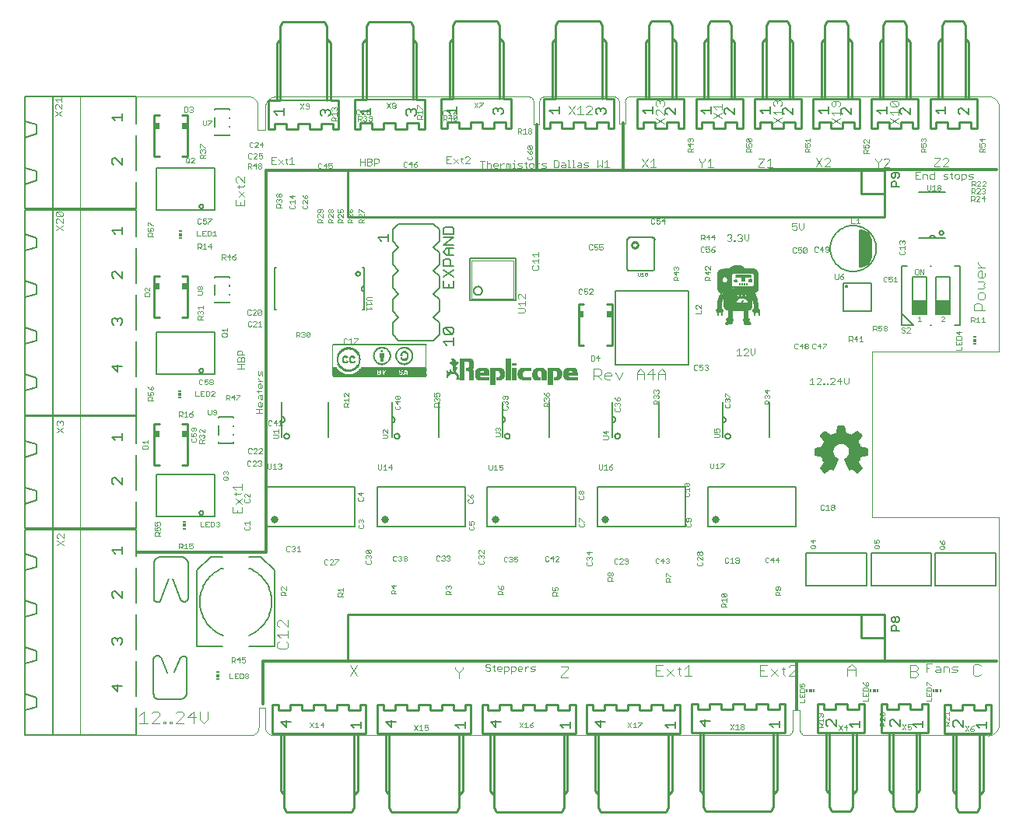
<source format=gto>
G75*
%MOIN*%
%OFA0B0*%
%FSLAX24Y24*%
%IPPOS*%
%LPD*%
%AMOC8*
5,1,8,0,0,1.08239X$1,22.5*
%
%ADD10C,0.0000*%
%ADD11C,0.0118*%
%ADD12C,0.0040*%
%ADD13C,0.0030*%
%ADD14C,0.0060*%
%ADD15C,0.0316*%
%ADD16C,0.0020*%
%ADD17C,0.0050*%
%ADD18R,0.0059X0.0118*%
%ADD19R,0.0118X0.0118*%
%ADD20C,0.0080*%
%ADD21R,0.0118X0.0059*%
%ADD22C,0.0100*%
%ADD23C,0.0070*%
%ADD24R,0.1440X0.0080*%
%ADD25R,0.0060X0.0090*%
%ADD26R,0.0591X0.0591*%
%ADD27R,0.0197X0.0295*%
%ADD28C,0.0006*%
%ADD29C,0.0010*%
%ADD30C,0.0001*%
%ADD31R,0.4030X0.0010*%
%ADD32R,0.1910X0.0010*%
%ADD33R,0.0150X0.0010*%
%ADD34R,0.0660X0.0010*%
%ADD35R,0.0040X0.0010*%
%ADD36R,0.0110X0.0010*%
%ADD37R,0.0770X0.0010*%
%ADD38R,0.0640X0.0010*%
%ADD39R,0.0020X0.0010*%
%ADD40R,0.0100X0.0010*%
%ADD41R,0.0620X0.0010*%
%ADD42R,0.0090X0.0010*%
%ADD43R,0.0600X0.0010*%
%ADD44R,0.1110X0.0010*%
%ADD45R,0.0610X0.0010*%
%ADD46R,0.0010X0.0010*%
%ADD47R,0.0780X0.0010*%
%ADD48R,0.0550X0.0010*%
%ADD49R,0.1060X0.0010*%
%ADD50R,0.0080X0.0010*%
%ADD51R,0.0520X0.0010*%
%ADD52R,0.1030X0.0010*%
%ADD53R,0.0070X0.0010*%
%ADD54R,0.0060X0.0010*%
%ADD55R,0.0790X0.0010*%
%ADD56R,0.0490X0.0010*%
%ADD57R,0.1000X0.0010*%
%ADD58R,0.0460X0.0010*%
%ADD59R,0.0970X0.0010*%
%ADD60R,0.0440X0.0010*%
%ADD61R,0.0950X0.0010*%
%ADD62R,0.0800X0.0010*%
%ADD63R,0.0420X0.0010*%
%ADD64R,0.0930X0.0010*%
%ADD65R,0.0700X0.0010*%
%ADD66R,0.0030X0.0010*%
%ADD67R,0.0400X0.0010*%
%ADD68R,0.0910X0.0010*%
%ADD69R,0.0650X0.0010*%
%ADD70R,0.0390X0.0010*%
%ADD71R,0.0890X0.0010*%
%ADD72R,0.0050X0.0010*%
%ADD73R,0.0810X0.0010*%
%ADD74R,0.0370X0.0010*%
%ADD75R,0.0880X0.0010*%
%ADD76R,0.0360X0.0010*%
%ADD77R,0.0860X0.0010*%
%ADD78R,0.0590X0.0010*%
%ADD79R,0.0820X0.0010*%
%ADD80R,0.0340X0.0010*%
%ADD81R,0.0850X0.0010*%
%ADD82R,0.0580X0.0010*%
%ADD83R,0.0330X0.0010*%
%ADD84R,0.0840X0.0010*%
%ADD85R,0.0570X0.0010*%
%ADD86R,0.0160X0.0010*%
%ADD87R,0.0320X0.0010*%
%ADD88R,0.0220X0.0010*%
%ADD89R,0.0560X0.0010*%
%ADD90R,0.0830X0.0010*%
%ADD91R,0.0310X0.0010*%
%ADD92R,0.0300X0.0010*%
%ADD93R,0.0290X0.0010*%
%ADD94R,0.0280X0.0010*%
%ADD95R,0.0410X0.0010*%
%ADD96R,0.0270X0.0010*%
%ADD97R,0.0450X0.0010*%
%ADD98R,0.0260X0.0010*%
%ADD99R,0.0250X0.0010*%
%ADD100R,0.0760X0.0010*%
%ADD101R,0.0750X0.0010*%
%ADD102R,0.0140X0.0010*%
%ADD103R,0.0240X0.0010*%
%ADD104R,0.0210X0.0010*%
%ADD105R,0.2870X0.0010*%
%ADD106R,0.0230X0.0010*%
%ADD107R,0.0190X0.0010*%
%ADD108R,0.2860X0.0010*%
%ADD109R,0.0170X0.0010*%
%ADD110R,0.2850X0.0010*%
%ADD111R,0.2840X0.0010*%
%ADD112R,0.2830X0.0010*%
%ADD113R,0.0200X0.0010*%
%ADD114R,0.0130X0.0010*%
%ADD115R,0.2820X0.0010*%
%ADD116R,0.0180X0.0010*%
%ADD117R,0.0120X0.0010*%
%ADD118R,0.2810X0.0010*%
%ADD119R,0.2800X0.0010*%
%ADD120R,0.0380X0.0010*%
%ADD121R,0.0480X0.0010*%
D10*
X002484Y003433D02*
X009806Y003433D01*
X009807Y003433D02*
X009841Y003436D01*
X009875Y003443D01*
X009909Y003454D01*
X009941Y003467D01*
X009971Y003484D01*
X010000Y003503D01*
X010027Y003525D01*
X010052Y003550D01*
X010073Y003577D01*
X010093Y003606D01*
X010109Y003637D01*
X010122Y003670D01*
X010132Y003703D01*
X010138Y003737D01*
X010142Y003772D01*
X010141Y003807D01*
X010141Y004614D01*
X010417Y004614D01*
X010417Y003846D01*
X010416Y003847D02*
X010415Y003809D01*
X010418Y003771D01*
X010424Y003734D01*
X010434Y003697D01*
X010448Y003662D01*
X010464Y003628D01*
X010485Y003596D01*
X010508Y003566D01*
X010534Y003539D01*
X010562Y003514D01*
X010593Y003492D01*
X010626Y003474D01*
X010660Y003458D01*
X010696Y003446D01*
X010733Y003438D01*
X010770Y003433D01*
X010771Y003433D02*
X032779Y003433D01*
X032808Y003436D01*
X032837Y003443D01*
X032865Y003453D01*
X032892Y003466D01*
X032917Y003482D01*
X032939Y003502D01*
X032960Y003523D01*
X032977Y003547D01*
X032991Y003573D01*
X033002Y003601D01*
X033010Y003630D01*
X033014Y003659D01*
X033015Y003689D01*
X033015Y004516D01*
X033330Y004516D01*
X033330Y003689D01*
X033331Y003659D01*
X033335Y003630D01*
X033343Y003601D01*
X033354Y003573D01*
X033368Y003547D01*
X033385Y003523D01*
X033406Y003502D01*
X033428Y003482D01*
X033453Y003466D01*
X033480Y003453D01*
X033508Y003443D01*
X033537Y003436D01*
X033566Y003433D01*
X041361Y003433D01*
X041402Y003432D01*
X041442Y003435D01*
X041482Y003441D01*
X041522Y003451D01*
X041560Y003464D01*
X041597Y003480D01*
X041632Y003500D01*
X041666Y003522D01*
X041698Y003548D01*
X041727Y003576D01*
X041753Y003606D01*
X041777Y003639D01*
X041798Y003674D01*
X041816Y003710D01*
X041831Y003748D01*
X041842Y003786D01*
X041850Y003826D01*
X041854Y003866D01*
X041854Y012783D01*
X036417Y012783D01*
X036417Y019870D01*
X041854Y019870D01*
X041854Y030402D01*
X041854Y030401D02*
X041849Y030441D01*
X041841Y030480D01*
X041829Y030519D01*
X041814Y030556D01*
X041796Y030592D01*
X041775Y030626D01*
X041751Y030658D01*
X041724Y030688D01*
X041695Y030715D01*
X041664Y030740D01*
X041630Y030762D01*
X041595Y030781D01*
X041558Y030796D01*
X041520Y030809D01*
X041481Y030818D01*
X041442Y030824D01*
X041402Y030826D01*
X041362Y030825D01*
X041361Y030825D02*
X026056Y030825D01*
X026028Y030820D01*
X026000Y030812D01*
X025973Y030800D01*
X025947Y030786D01*
X025924Y030768D01*
X025903Y030748D01*
X025885Y030725D01*
X025869Y030701D01*
X025856Y030674D01*
X025847Y030646D01*
X025841Y030618D01*
X025839Y030589D01*
X025840Y030559D01*
X025840Y029634D01*
X025584Y029634D01*
X025584Y030539D01*
X025585Y030570D01*
X025582Y030601D01*
X025575Y030631D01*
X025564Y030661D01*
X025550Y030688D01*
X025533Y030714D01*
X025513Y030738D01*
X025490Y030759D01*
X025465Y030777D01*
X025437Y030792D01*
X025408Y030803D01*
X025378Y030811D01*
X025348Y030815D01*
X022365Y030815D01*
X022366Y030815D02*
X022338Y030808D01*
X022310Y030798D01*
X022285Y030785D01*
X022261Y030769D01*
X022239Y030751D01*
X022219Y030729D01*
X022202Y030706D01*
X022189Y030681D01*
X022178Y030654D01*
X022171Y030626D01*
X022167Y030597D01*
X022166Y030568D01*
X022169Y030540D01*
X022169Y030539D02*
X022169Y029614D01*
X021913Y029614D01*
X021913Y030539D01*
X021912Y030540D02*
X021915Y030568D01*
X021914Y030597D01*
X021910Y030626D01*
X021903Y030654D01*
X021892Y030681D01*
X021879Y030706D01*
X021862Y030729D01*
X021842Y030751D01*
X021820Y030769D01*
X021796Y030785D01*
X021771Y030798D01*
X021743Y030808D01*
X021715Y030815D01*
X021716Y030815D02*
X010889Y030815D01*
X010848Y030813D01*
X010807Y030808D01*
X010767Y030799D01*
X010728Y030787D01*
X010690Y030771D01*
X010653Y030752D01*
X010618Y030730D01*
X010586Y030705D01*
X010555Y030677D01*
X010527Y030646D01*
X010502Y030614D01*
X010480Y030579D01*
X010461Y030542D01*
X010445Y030504D01*
X010433Y030465D01*
X010424Y030425D01*
X010419Y030384D01*
X010417Y030343D01*
X010417Y029398D01*
X010102Y029398D01*
X010102Y030343D01*
X010105Y030382D01*
X010104Y030421D01*
X010100Y030459D01*
X010093Y030498D01*
X010082Y030535D01*
X010067Y030571D01*
X010050Y030606D01*
X010029Y030639D01*
X010005Y030670D01*
X009978Y030698D01*
X009949Y030724D01*
X009918Y030747D01*
X009885Y030768D01*
X009850Y030785D01*
X009813Y030798D01*
X009776Y030809D01*
X009737Y030816D01*
X009737Y030815D02*
X002484Y030815D01*
X002484Y003433D01*
X018203Y018770D02*
X018199Y018778D01*
X018188Y018813D01*
X018186Y018850D01*
X018191Y018886D01*
X018204Y018920D01*
X018224Y018950D01*
X018250Y018976D01*
X018282Y018995D01*
X018316Y019007D01*
X018352Y019010D01*
X018403Y019003D01*
X018451Y018986D01*
X018494Y018959D01*
X018467Y018963D01*
X018415Y018965D01*
X018364Y018955D01*
X018317Y018935D01*
X018275Y018904D01*
X018242Y018865D01*
X018217Y018820D01*
X018203Y018770D01*
X018250Y018951D02*
X018305Y018987D01*
X018283Y018982D01*
X018260Y018984D01*
X018239Y018992D01*
X018220Y019006D01*
X018207Y019024D01*
X018199Y019046D01*
X018191Y019073D01*
X018202Y019050D01*
X018218Y019030D01*
X018238Y019015D01*
X018262Y019005D01*
X018287Y019000D01*
X018312Y019002D01*
X018337Y019010D01*
X018282Y018991D01*
X018301Y018991D01*
X018276Y018992D01*
X018252Y018999D01*
X018231Y019011D01*
X018213Y019029D01*
X018199Y019050D01*
X018191Y019073D01*
X018184Y019054D01*
X018183Y019033D01*
X018186Y019012D01*
X018194Y018993D01*
X018207Y018977D01*
X018223Y018963D01*
X018250Y018951D01*
X018329Y019010D02*
X018317Y019028D01*
X018309Y019048D01*
X018307Y019070D01*
X018309Y019091D01*
X018317Y019111D01*
X018329Y019129D01*
X018333Y019125D01*
X018345Y019090D01*
X018366Y019060D01*
X018393Y019036D01*
X018426Y019018D01*
X018461Y019010D01*
X018498Y019010D01*
X018534Y019018D01*
X018502Y018999D01*
X018455Y018995D01*
X018422Y019002D01*
X018392Y019017D01*
X018367Y019038D01*
X018347Y019065D01*
X018334Y019096D01*
X018329Y019129D01*
X018325Y019101D01*
X018331Y019072D01*
X018344Y019045D01*
X018363Y019022D01*
X018387Y019004D01*
X018415Y018992D01*
X018445Y018988D01*
X018474Y018991D01*
X018341Y019003D01*
X018329Y019010D01*
X018384Y019007D02*
X018482Y018959D01*
X018530Y018944D01*
X018612Y018920D01*
X018635Y018908D01*
X018654Y018890D01*
X018668Y018869D01*
X018676Y018844D01*
X018677Y018818D01*
X018672Y018793D01*
X018661Y018770D01*
X018644Y018751D01*
X018640Y018719D01*
X018667Y018735D01*
X018695Y018735D01*
X018702Y018733D01*
X018709Y018729D01*
X018713Y018723D01*
X018715Y018715D01*
X018715Y018723D01*
X018714Y018732D01*
X018710Y018741D01*
X018704Y018748D01*
X018696Y018753D01*
X018687Y018755D01*
X018683Y018766D01*
X018691Y018825D01*
X018688Y018854D01*
X018680Y018882D01*
X018666Y018908D01*
X018646Y018930D01*
X018623Y018947D01*
X018597Y018959D01*
X018581Y018995D01*
X018490Y019007D01*
X018384Y019007D01*
X018494Y019007D02*
X018498Y019007D01*
X018569Y018963D01*
X018577Y018995D01*
X018541Y019046D01*
X018525Y019096D01*
X018518Y019149D01*
X018522Y019202D01*
X018537Y019253D01*
X018560Y019301D01*
X018593Y019343D01*
X018633Y019378D01*
X018679Y019404D01*
X018632Y019392D01*
X018601Y019380D01*
X018573Y019361D01*
X018551Y019336D01*
X018535Y019307D01*
X018526Y019274D01*
X018498Y019357D01*
X018451Y019294D01*
X018471Y019105D01*
X018498Y019007D01*
X018474Y019081D01*
X018453Y019177D01*
X018447Y019274D01*
X018443Y019301D01*
X018433Y019327D01*
X018418Y019350D01*
X018398Y019368D01*
X018374Y019382D01*
X018348Y019390D01*
X018321Y019392D01*
X018333Y019412D01*
X018349Y019408D01*
X018423Y019365D01*
X018441Y019332D01*
X018453Y019297D01*
X018459Y019260D01*
X018459Y019223D01*
X018474Y019116D01*
X018498Y019010D01*
X018498Y019009D01*
X018497Y019007D01*
X018496Y019007D01*
X018494Y019007D01*
X018534Y019046D02*
X018557Y019018D01*
X018565Y018987D01*
X018556Y019026D01*
X018555Y019066D01*
X018562Y019106D01*
X018578Y019143D01*
X018600Y019176D01*
X018612Y019196D01*
X018624Y019231D01*
X018578Y019200D01*
X018539Y019160D01*
X018510Y019113D01*
X018534Y019046D01*
X018522Y019097D02*
X018534Y019105D01*
X018522Y019129D01*
X018529Y019153D01*
X018541Y019175D01*
X018558Y019194D01*
X018578Y019209D01*
X018600Y019219D01*
X018624Y019231D01*
X018595Y019229D01*
X018567Y019219D01*
X018544Y019202D01*
X018525Y019179D01*
X018514Y019152D01*
X018522Y019097D01*
X018518Y018955D02*
X018554Y018951D01*
X018587Y018938D01*
X018617Y018917D01*
X018641Y018890D01*
X018657Y018857D01*
X018664Y018822D01*
X018663Y018786D01*
X018644Y018735D01*
X018643Y018728D01*
X018639Y018721D01*
X018634Y018716D01*
X018627Y018712D01*
X018620Y018711D01*
X018604Y018711D01*
X018622Y018745D01*
X018630Y018782D01*
X018630Y018820D01*
X018619Y018856D01*
X018600Y018889D01*
X018574Y018916D01*
X018541Y018936D01*
X018518Y018955D01*
X018498Y019274D02*
X018486Y019388D01*
X018496Y019412D01*
X018510Y019433D01*
X018530Y019449D01*
X018552Y019461D01*
X018577Y019466D01*
X018603Y019465D01*
X018627Y019458D01*
X018649Y019446D01*
X018667Y019428D01*
X018679Y019404D01*
X018644Y019404D01*
X018611Y019395D01*
X018580Y019380D01*
X018553Y019357D01*
X018532Y019330D01*
X018518Y019298D01*
X018498Y019274D01*
X018467Y019306D02*
X018481Y019325D01*
X018490Y019348D01*
X018493Y019372D01*
X018488Y019396D01*
X018478Y019417D01*
X018462Y019436D01*
X018442Y019449D01*
X018418Y019456D01*
X018394Y019457D01*
X018371Y019451D01*
X018350Y019439D01*
X018333Y019421D01*
X018321Y019400D01*
X018321Y019398D01*
X018321Y019396D01*
X018349Y019400D01*
X018370Y019404D01*
X018392Y019403D01*
X018413Y019396D01*
X018431Y019383D01*
X018446Y019367D01*
X018456Y019347D01*
X018460Y019325D01*
X018458Y019303D01*
X018451Y019282D01*
X018467Y019306D01*
X018494Y019384D02*
X018447Y019444D01*
X018443Y019479D01*
X018435Y019514D01*
X018419Y019546D01*
X018396Y019573D01*
X018423Y019570D01*
X018451Y019560D01*
X018476Y019544D01*
X018496Y019522D01*
X018510Y019497D01*
X018517Y019468D01*
X018516Y019439D01*
X018509Y019410D01*
X018494Y019384D01*
X018534Y019420D02*
X018534Y019440D01*
X018530Y019469D01*
X018520Y019497D01*
X018504Y019522D01*
X018483Y019543D01*
X018457Y019558D01*
X018429Y019567D01*
X018400Y019570D01*
X018404Y019573D01*
X018423Y019577D01*
X018450Y019579D01*
X018477Y019574D01*
X018501Y019563D01*
X018521Y019545D01*
X018537Y019523D01*
X018546Y019498D01*
X018549Y019471D01*
X018544Y019445D01*
X018534Y019420D01*
X018742Y019577D02*
X019163Y019577D01*
X019199Y019573D01*
X019234Y019561D01*
X019264Y019542D01*
X019290Y019517D01*
X019309Y019486D01*
X019321Y019452D01*
X019325Y019416D01*
X019325Y019243D01*
X019326Y019221D01*
X019322Y019199D01*
X019312Y019180D01*
X019297Y019163D01*
X019279Y019151D01*
X019258Y019144D01*
X019258Y019117D01*
X019259Y019114D01*
X019260Y019111D01*
X019263Y019109D01*
X019266Y019109D01*
X019288Y019100D01*
X019308Y019085D01*
X019322Y019065D01*
X019331Y019043D01*
X019333Y019018D01*
X019333Y018692D01*
X019156Y018692D01*
X019156Y019022D01*
X019154Y019038D01*
X019148Y019052D01*
X019138Y019064D01*
X019126Y019073D01*
X019112Y019079D01*
X019097Y019081D01*
X019018Y019081D01*
X019018Y019184D01*
X019097Y019184D01*
X019111Y019186D01*
X019124Y019191D01*
X019136Y019200D01*
X019144Y019211D01*
X019150Y019225D01*
X019152Y019239D01*
X019152Y019420D01*
X019149Y019440D01*
X019141Y019459D01*
X019129Y019476D01*
X019112Y019488D01*
X019093Y019496D01*
X019073Y019499D01*
X018935Y019499D01*
X018935Y018696D01*
X018935Y018694D01*
X018933Y018692D01*
X018931Y018692D01*
X018746Y018692D01*
X018744Y018692D01*
X018743Y018694D01*
X018742Y018696D01*
X018742Y019577D01*
X019458Y019104D02*
X019492Y019137D01*
X019532Y019163D01*
X019577Y019178D01*
X019624Y019184D01*
X019825Y019184D01*
X019860Y019180D01*
X019893Y019168D01*
X019923Y019149D01*
X019948Y019124D01*
X019967Y019095D01*
X019978Y019061D01*
X019982Y019026D01*
X019982Y018991D01*
X019998Y018991D01*
X019998Y018971D01*
X019805Y018971D01*
X019805Y018999D01*
X019802Y019022D01*
X019793Y019044D01*
X019779Y019063D01*
X019760Y019077D01*
X019738Y019086D01*
X019715Y019089D01*
X019679Y019089D01*
X019659Y019087D01*
X019640Y019079D01*
X019624Y019066D01*
X019611Y019050D01*
X019603Y019031D01*
X019600Y019010D01*
X019600Y018971D01*
X019411Y018971D01*
X019417Y019018D01*
X019433Y019063D01*
X019458Y019104D01*
X019411Y018971D02*
X019411Y018967D01*
X019411Y018857D01*
X019416Y018820D01*
X019428Y018785D01*
X019448Y018754D01*
X019474Y018728D01*
X019505Y018708D01*
X019540Y018696D01*
X019577Y018692D01*
X020002Y018692D01*
X020002Y018770D01*
X019707Y018770D01*
X019680Y018773D01*
X019656Y018782D01*
X019633Y018796D01*
X019614Y018815D01*
X019600Y018837D01*
X019592Y018862D01*
X019589Y018888D01*
X020002Y018888D01*
X020002Y018971D01*
X019411Y018971D01*
X020061Y019188D02*
X020061Y018495D01*
X020254Y018495D01*
X020254Y019085D01*
X020360Y019085D01*
X020390Y019081D01*
X020417Y019070D01*
X020441Y019052D01*
X020459Y019028D01*
X020471Y019001D01*
X020474Y018971D01*
X020474Y018869D01*
X020471Y018844D01*
X020462Y018821D01*
X020447Y018802D01*
X020427Y018787D01*
X020404Y018777D01*
X020380Y018774D01*
X020337Y018774D01*
X020337Y018688D01*
X020443Y018688D01*
X020489Y018693D01*
X020534Y018708D01*
X020573Y018733D01*
X020606Y018766D01*
X020631Y018806D01*
X020646Y018850D01*
X020652Y018896D01*
X020652Y018975D01*
X020646Y019022D01*
X020631Y019067D01*
X020605Y019108D01*
X020572Y019141D01*
X020531Y019167D01*
X020486Y019182D01*
X020439Y019188D01*
X020061Y019188D01*
X020730Y019589D02*
X020730Y018692D01*
X020908Y018692D01*
X020908Y019589D01*
X020730Y019589D01*
X020982Y019384D02*
X020982Y019306D01*
X021163Y019306D01*
X021163Y019384D01*
X020982Y019384D01*
X020990Y019188D02*
X020990Y018692D01*
X021163Y018692D01*
X021163Y019188D01*
X020990Y019188D01*
X021259Y019066D02*
X021243Y019021D01*
X021238Y018975D01*
X021238Y018908D01*
X021244Y018861D01*
X021259Y018816D01*
X021285Y018776D01*
X021318Y018742D01*
X021359Y018717D01*
X021404Y018701D01*
X021451Y018696D01*
X021789Y018696D01*
X021789Y018770D01*
X021545Y018770D01*
X021517Y018773D01*
X021491Y018783D01*
X021467Y018798D01*
X021447Y018818D01*
X021432Y018842D01*
X021423Y018868D01*
X021419Y018896D01*
X021419Y018959D01*
X021423Y018988D01*
X021432Y019016D01*
X021448Y019040D01*
X021468Y019061D01*
X021493Y019076D01*
X021520Y019086D01*
X021549Y019089D01*
X021789Y019089D01*
X021789Y019184D01*
X021447Y019184D01*
X021400Y019178D01*
X021356Y019163D01*
X021317Y019138D01*
X021284Y019105D01*
X021259Y019066D01*
X021873Y018994D02*
X021886Y019039D01*
X021909Y019081D01*
X021939Y019117D01*
X021975Y019147D01*
X022016Y019169D01*
X022061Y019183D01*
X022108Y019188D01*
X022215Y019188D01*
X022263Y019183D01*
X022310Y019169D01*
X022352Y019146D01*
X022390Y019115D01*
X022421Y019077D01*
X022444Y019035D01*
X022458Y018988D01*
X022463Y018940D01*
X022459Y018940D01*
X022459Y018692D01*
X022266Y018692D01*
X022266Y018971D01*
X022262Y019001D01*
X022251Y019028D01*
X022232Y019052D01*
X022209Y019070D01*
X022181Y019081D01*
X022152Y019085D01*
X022132Y019085D01*
X022111Y019082D01*
X022091Y019074D01*
X022074Y019061D01*
X022060Y019044D01*
X022052Y019024D01*
X022049Y019003D01*
X022049Y018908D01*
X022053Y018877D01*
X022063Y018848D01*
X022079Y018822D01*
X022101Y018800D01*
X022127Y018784D01*
X022156Y018774D01*
X022187Y018770D01*
X022187Y018692D01*
X022014Y018692D01*
X021981Y018695D01*
X021951Y018706D01*
X021923Y018723D01*
X021900Y018746D01*
X021883Y018774D01*
X021872Y018805D01*
X021868Y018837D01*
X021868Y018947D01*
X021873Y018994D01*
X022518Y019188D02*
X022518Y018495D01*
X022711Y018495D01*
X022711Y019085D01*
X022817Y019085D01*
X022847Y019081D01*
X022874Y019070D01*
X022898Y019052D01*
X022916Y019028D01*
X022927Y019001D01*
X022931Y018971D01*
X022931Y018869D01*
X022928Y018844D01*
X022919Y018821D01*
X022904Y018802D01*
X022884Y018787D01*
X022861Y018777D01*
X022837Y018774D01*
X022793Y018774D01*
X022793Y018688D01*
X022900Y018688D01*
X022946Y018693D01*
X022990Y018708D01*
X023030Y018733D01*
X023063Y018766D01*
X023088Y018806D01*
X023103Y018850D01*
X023108Y018896D01*
X023108Y018975D01*
X023103Y019022D01*
X023087Y019067D01*
X023062Y019108D01*
X023028Y019141D01*
X022988Y019167D01*
X022943Y019182D01*
X022896Y019188D01*
X022518Y019188D01*
X023200Y019018D02*
X023216Y019063D01*
X023241Y019104D01*
X023275Y019137D01*
X023315Y019163D01*
X023360Y019178D01*
X023408Y019184D01*
X023608Y019184D01*
X023643Y019180D01*
X023677Y019168D01*
X023707Y019149D01*
X023731Y019124D01*
X023750Y019095D01*
X023762Y019061D01*
X023766Y019026D01*
X023766Y018991D01*
X023782Y018991D01*
X023782Y018971D01*
X023589Y018971D01*
X023589Y018999D01*
X023586Y019022D01*
X023577Y019044D01*
X023562Y019063D01*
X023543Y019077D01*
X023522Y019086D01*
X023498Y019089D01*
X023463Y019089D01*
X023442Y019087D01*
X023423Y019079D01*
X023407Y019066D01*
X023394Y019050D01*
X023387Y019031D01*
X023384Y019010D01*
X023384Y018971D01*
X023195Y018971D01*
X023200Y019018D01*
X023195Y018971D02*
X023195Y018967D01*
X023195Y018857D01*
X023199Y018820D01*
X023211Y018785D01*
X023231Y018754D01*
X023257Y018728D01*
X023289Y018708D01*
X023324Y018696D01*
X023360Y018692D01*
X023786Y018692D01*
X023786Y018770D01*
X023490Y018770D01*
X023464Y018773D01*
X023439Y018782D01*
X023417Y018796D01*
X023398Y018815D01*
X023384Y018837D01*
X023375Y018862D01*
X023372Y018888D01*
X023786Y018888D01*
X023786Y018971D01*
X023195Y018971D01*
D11*
X022040Y027665D02*
X041755Y027685D01*
X025741Y027695D02*
X025741Y029673D01*
X022050Y029604D02*
X022040Y027665D01*
X010446Y027665D01*
X010446Y011297D01*
X004915Y011297D01*
X010318Y006622D02*
X033173Y006622D01*
X041765Y006622D01*
X033173Y006622D02*
X033173Y004565D01*
X010318Y004772D02*
X010318Y006622D01*
D12*
X010938Y007225D02*
X011015Y007148D01*
X011322Y007148D01*
X011399Y007225D01*
X011399Y007378D01*
X011322Y007455D01*
X011399Y007608D02*
X011399Y007915D01*
X011399Y007762D02*
X010938Y007762D01*
X011092Y007608D01*
X011015Y007455D02*
X010938Y007378D01*
X010938Y007225D01*
X011015Y008069D02*
X010938Y008145D01*
X010938Y008299D01*
X011015Y008376D01*
X011092Y008376D01*
X011399Y008069D01*
X011399Y008376D01*
X014059Y006443D02*
X014366Y005983D01*
X014059Y005983D02*
X014366Y006443D01*
X018567Y006354D02*
X018567Y006278D01*
X018720Y006124D01*
X018720Y005894D01*
X018720Y006124D02*
X018873Y006278D01*
X018873Y006354D01*
X023074Y006374D02*
X023381Y006374D01*
X023381Y006297D01*
X023074Y005990D01*
X023074Y005914D01*
X023381Y005914D01*
X027159Y005983D02*
X027466Y005983D01*
X027619Y005983D02*
X027926Y006290D01*
X028080Y006290D02*
X028233Y006290D01*
X028157Y006366D02*
X028157Y006059D01*
X028233Y005983D01*
X028387Y005983D02*
X028694Y005983D01*
X028540Y005983D02*
X028540Y006443D01*
X028387Y006290D01*
X027926Y005983D02*
X027619Y006290D01*
X027466Y006443D02*
X027159Y006443D01*
X027159Y005983D01*
X027159Y006213D02*
X027313Y006213D01*
X031628Y006203D02*
X031781Y006203D01*
X031628Y006433D02*
X031628Y005973D01*
X031934Y005973D01*
X032088Y005973D02*
X032395Y006280D01*
X032548Y006280D02*
X032702Y006280D01*
X032625Y006356D02*
X032625Y006049D01*
X032702Y005973D01*
X032855Y005973D02*
X033162Y006280D01*
X033162Y006356D01*
X033085Y006433D01*
X032932Y006433D01*
X032855Y006356D01*
X032855Y005973D02*
X033162Y005973D01*
X032395Y005973D02*
X032088Y006280D01*
X031934Y006433D02*
X031628Y006433D01*
X035368Y006320D02*
X035368Y005973D01*
X035368Y006233D02*
X035715Y006233D01*
X035715Y006320D02*
X035715Y005973D01*
X035715Y006320D02*
X035541Y006493D01*
X035368Y006320D01*
X038045Y006444D02*
X038045Y005924D01*
X038305Y005924D01*
X038392Y006010D01*
X038392Y006097D01*
X038305Y006184D01*
X038045Y006184D01*
X038045Y006444D02*
X038305Y006444D01*
X038392Y006357D01*
X038392Y006271D01*
X038305Y006184D01*
X040742Y006059D02*
X040828Y005973D01*
X041002Y005973D01*
X041089Y006059D01*
X040742Y006059D02*
X040742Y006406D01*
X040828Y006493D01*
X041002Y006493D01*
X041089Y006406D01*
X027572Y018686D02*
X027572Y018993D01*
X027418Y019147D01*
X027265Y018993D01*
X027265Y018686D01*
X027035Y018686D02*
X027035Y019147D01*
X026805Y018916D01*
X027112Y018916D01*
X027265Y018916D02*
X027572Y018916D01*
X026651Y018916D02*
X026344Y018916D01*
X026344Y018993D02*
X026498Y019147D01*
X026651Y018993D01*
X026651Y018686D01*
X026344Y018686D02*
X026344Y018993D01*
X025730Y018993D02*
X025577Y018686D01*
X025423Y018993D01*
X025270Y018916D02*
X025270Y018840D01*
X024963Y018840D01*
X024963Y018916D02*
X025040Y018993D01*
X025193Y018993D01*
X025270Y018916D01*
X025193Y018686D02*
X025040Y018686D01*
X024963Y018763D01*
X024963Y018916D01*
X024810Y018916D02*
X024733Y018840D01*
X024503Y018840D01*
X024656Y018840D02*
X024810Y018686D01*
X024810Y018916D02*
X024810Y019070D01*
X024733Y019147D01*
X024503Y019147D01*
X024503Y018686D01*
X027152Y029658D02*
X027513Y029898D01*
X027513Y030026D02*
X027273Y030266D01*
X027213Y030266D01*
X027152Y030206D01*
X027152Y030086D01*
X027213Y030026D01*
X027152Y029898D02*
X027513Y029658D01*
X027513Y030026D02*
X027513Y030266D01*
X027453Y030394D02*
X027513Y030454D01*
X027513Y030575D01*
X027453Y030635D01*
X027393Y030635D01*
X027333Y030575D01*
X027333Y030514D01*
X027333Y030575D02*
X027273Y030635D01*
X027213Y030635D01*
X027152Y030575D01*
X027152Y030454D01*
X027213Y030394D01*
X029622Y030373D02*
X029982Y030373D01*
X029982Y030493D02*
X029982Y030252D01*
X029982Y030124D02*
X029622Y029884D01*
X029622Y030124D02*
X029982Y029884D01*
X029742Y030252D02*
X029622Y030373D01*
X032191Y030464D02*
X032251Y030404D01*
X032191Y030464D02*
X032191Y030584D01*
X032251Y030644D01*
X032311Y030644D01*
X032371Y030584D01*
X032431Y030644D01*
X032491Y030644D01*
X032551Y030584D01*
X032551Y030464D01*
X032491Y030404D01*
X032551Y030276D02*
X032551Y030036D01*
X032551Y030156D02*
X032191Y030156D01*
X032311Y030036D01*
X032191Y029908D02*
X032551Y029668D01*
X032551Y029908D02*
X032191Y029668D01*
X032371Y030524D02*
X032371Y030584D01*
X034681Y030555D02*
X034681Y030435D01*
X034741Y030375D01*
X034801Y030375D01*
X034861Y030435D01*
X034861Y030615D01*
X034981Y030615D02*
X034741Y030615D01*
X034681Y030555D01*
X034981Y030615D02*
X035041Y030555D01*
X035041Y030435D01*
X034981Y030375D01*
X035041Y030247D02*
X035041Y030006D01*
X035041Y030126D02*
X034681Y030126D01*
X034801Y030006D01*
X034681Y029878D02*
X035041Y029638D01*
X035041Y029878D02*
X034681Y029638D01*
X037191Y029648D02*
X037551Y029888D01*
X037551Y030016D02*
X037551Y030256D01*
X037551Y030136D02*
X037191Y030136D01*
X037311Y030016D01*
X037191Y029888D02*
X037551Y029648D01*
X037491Y030385D02*
X037251Y030385D01*
X037191Y030445D01*
X037191Y030565D01*
X037251Y030625D01*
X037491Y030385D01*
X037551Y030445D01*
X037551Y030565D01*
X037491Y030625D01*
X037251Y030625D01*
X040956Y023724D02*
X040956Y023647D01*
X041109Y023493D01*
X041109Y023340D02*
X041109Y023033D01*
X041033Y023033D02*
X040956Y023110D01*
X040956Y023263D01*
X041033Y023340D01*
X041109Y023340D01*
X041263Y023263D02*
X041263Y023110D01*
X041186Y023033D01*
X041033Y023033D01*
X040956Y022880D02*
X041186Y022880D01*
X041263Y022803D01*
X041186Y022726D01*
X041263Y022649D01*
X041186Y022573D01*
X040956Y022573D01*
X041033Y022419D02*
X040956Y022342D01*
X040956Y022189D01*
X041033Y022112D01*
X041186Y022112D01*
X041263Y022189D01*
X041263Y022342D01*
X041186Y022419D01*
X041033Y022419D01*
X041033Y021959D02*
X041109Y021882D01*
X041109Y021652D01*
X041263Y021652D02*
X040802Y021652D01*
X040802Y021882D01*
X040879Y021959D01*
X041033Y021959D01*
X040956Y023493D02*
X041263Y023493D01*
X024411Y030058D02*
X024171Y030058D01*
X024411Y030298D01*
X024411Y030358D01*
X024351Y030419D01*
X024231Y030419D01*
X024171Y030358D01*
X023923Y030419D02*
X023923Y030058D01*
X023803Y030058D02*
X024043Y030058D01*
X023803Y030298D02*
X023923Y030419D01*
X023675Y030419D02*
X023435Y030058D01*
X023675Y030058D02*
X023435Y030419D01*
X007959Y004465D02*
X007959Y004118D01*
X007785Y003944D01*
X007612Y004118D01*
X007612Y004465D01*
X007356Y004465D02*
X007096Y004204D01*
X007443Y004204D01*
X007356Y003944D02*
X007356Y004465D01*
X006927Y004378D02*
X006841Y004465D01*
X006667Y004465D01*
X006580Y004378D01*
X006927Y004378D02*
X006927Y004291D01*
X006580Y003944D01*
X006927Y003944D01*
X006409Y003944D02*
X006322Y003944D01*
X006322Y004031D01*
X006409Y004031D01*
X006409Y003944D01*
X006151Y003944D02*
X006065Y003944D01*
X006065Y004031D01*
X006151Y004031D01*
X006151Y003944D01*
X005896Y003944D02*
X005549Y003944D01*
X005896Y004291D01*
X005896Y004378D01*
X005809Y004465D01*
X005636Y004465D01*
X005549Y004378D01*
X005207Y004465D02*
X005207Y003944D01*
X005380Y003944D02*
X005033Y003944D01*
X005033Y004291D02*
X005207Y004465D01*
D13*
X001782Y011587D02*
X001491Y011781D01*
X001540Y011882D02*
X001491Y011930D01*
X001491Y012027D01*
X001540Y012076D01*
X001588Y012076D01*
X001782Y011882D01*
X001782Y012076D01*
X001782Y011781D02*
X001491Y011587D01*
X001473Y016420D02*
X001763Y016614D01*
X001715Y016715D02*
X001763Y016763D01*
X001763Y016860D01*
X001715Y016908D01*
X001666Y016908D01*
X001618Y016860D01*
X001618Y016812D01*
X001618Y016860D02*
X001569Y016908D01*
X001521Y016908D01*
X001473Y016860D01*
X001473Y016763D01*
X001521Y016715D01*
X001473Y016614D02*
X001763Y016420D01*
X009037Y014081D02*
X009161Y013958D01*
X009161Y013836D02*
X009161Y013712D01*
X009099Y013774D02*
X009346Y013774D01*
X009408Y013836D01*
X009408Y013958D02*
X009408Y014205D01*
X009408Y014081D02*
X009037Y014081D01*
X009161Y013591D02*
X009408Y013344D01*
X009408Y013223D02*
X009408Y012976D01*
X009037Y012976D01*
X009037Y013223D01*
X009161Y013344D02*
X009408Y013591D01*
X009222Y013099D02*
X009222Y012976D01*
X010013Y017237D02*
X010303Y017237D01*
X010158Y017237D02*
X010158Y017431D01*
X010158Y017532D02*
X010110Y017580D01*
X010110Y017677D01*
X010158Y017726D01*
X010206Y017726D01*
X010206Y017532D01*
X010158Y017532D02*
X010255Y017532D01*
X010303Y017580D01*
X010303Y017677D01*
X010255Y017827D02*
X010206Y017875D01*
X010206Y018020D01*
X010158Y018020D02*
X010303Y018020D01*
X010303Y017875D01*
X010255Y017827D01*
X010110Y017875D02*
X010110Y017972D01*
X010158Y018020D01*
X010110Y018121D02*
X010110Y018218D01*
X010061Y018170D02*
X010255Y018170D01*
X010303Y018218D01*
X010255Y018318D02*
X010158Y018318D01*
X010110Y018366D01*
X010110Y018463D01*
X010158Y018511D01*
X010206Y018511D01*
X010206Y018318D01*
X010255Y018318D02*
X010303Y018366D01*
X010303Y018463D01*
X010303Y018612D02*
X010110Y018612D01*
X010206Y018612D02*
X010110Y018709D01*
X010110Y018758D01*
X010158Y018858D02*
X010110Y018906D01*
X010110Y019052D01*
X010206Y019003D02*
X010206Y018906D01*
X010158Y018858D01*
X010303Y018858D02*
X010303Y019003D01*
X010255Y019052D01*
X010206Y019003D01*
X009526Y019147D02*
X009235Y019147D01*
X009381Y019147D02*
X009381Y019340D01*
X009381Y019442D02*
X009381Y019587D01*
X009429Y019635D01*
X009477Y019635D01*
X009526Y019587D01*
X009526Y019442D01*
X009235Y019442D01*
X009235Y019587D01*
X009284Y019635D01*
X009332Y019635D01*
X009381Y019587D01*
X009429Y019736D02*
X009429Y019881D01*
X009381Y019930D01*
X009284Y019930D01*
X009235Y019881D01*
X009235Y019736D01*
X009526Y019736D01*
X009526Y019340D02*
X009235Y019340D01*
X010013Y017431D02*
X010303Y017431D01*
X001742Y025091D02*
X001452Y025285D01*
X001500Y025386D02*
X001452Y025434D01*
X001452Y025531D01*
X001500Y025580D01*
X001549Y025580D01*
X001742Y025386D01*
X001742Y025580D01*
X001694Y025681D02*
X001500Y025874D01*
X001694Y025874D01*
X001742Y025826D01*
X001742Y025729D01*
X001694Y025681D01*
X001500Y025681D01*
X001452Y025729D01*
X001452Y025826D01*
X001500Y025874D01*
X001742Y025285D02*
X001452Y025091D01*
X001413Y029985D02*
X001703Y030179D01*
X001703Y030280D02*
X001509Y030473D01*
X001461Y030473D01*
X001413Y030425D01*
X001413Y030328D01*
X001461Y030280D01*
X001413Y030179D02*
X001703Y029985D01*
X001703Y030280D02*
X001703Y030473D01*
X001703Y030574D02*
X001703Y030768D01*
X001703Y030671D02*
X001413Y030671D01*
X001509Y030574D01*
X009165Y027312D02*
X009165Y027189D01*
X009227Y027127D01*
X009289Y027005D02*
X009289Y026882D01*
X009227Y026943D02*
X009474Y026943D01*
X009535Y027005D01*
X009535Y027127D02*
X009289Y027374D01*
X009227Y027374D01*
X009165Y027312D01*
X009535Y027374D02*
X009535Y027127D01*
X009535Y026760D02*
X009289Y026513D01*
X009165Y026392D02*
X009165Y026145D01*
X009535Y026145D01*
X009535Y026392D01*
X009535Y026513D02*
X009289Y026760D01*
X009350Y026268D02*
X009350Y026145D01*
X010686Y027924D02*
X010880Y027924D01*
X010981Y027924D02*
X011174Y028118D01*
X011275Y028118D02*
X011372Y028118D01*
X011324Y028166D02*
X011324Y027973D01*
X011372Y027924D01*
X011472Y027924D02*
X011665Y027924D01*
X011569Y027924D02*
X011569Y028215D01*
X011472Y028118D01*
X011174Y027924D02*
X010981Y028118D01*
X010880Y028215D02*
X010686Y028215D01*
X010686Y027924D01*
X010686Y028069D02*
X010783Y028069D01*
X014498Y028007D02*
X014692Y028007D01*
X014793Y028007D02*
X014938Y028007D01*
X014987Y027959D01*
X014987Y027911D01*
X014938Y027862D01*
X014793Y027862D01*
X014793Y028153D01*
X014938Y028153D01*
X014987Y028104D01*
X014987Y028056D01*
X014938Y028007D01*
X015088Y027959D02*
X015233Y027959D01*
X015281Y028007D01*
X015281Y028104D01*
X015233Y028153D01*
X015088Y028153D01*
X015088Y027862D01*
X014692Y027862D02*
X014692Y028153D01*
X014498Y028153D02*
X014498Y027862D01*
X018197Y027956D02*
X018391Y027956D01*
X018492Y027956D02*
X018686Y028149D01*
X018787Y028149D02*
X018883Y028149D01*
X018835Y028198D02*
X018835Y028004D01*
X018883Y027956D01*
X018983Y027956D02*
X019177Y028149D01*
X019177Y028198D01*
X019128Y028246D01*
X019031Y028246D01*
X018983Y028198D01*
X018983Y027956D02*
X019177Y027956D01*
X019615Y028049D02*
X019808Y028049D01*
X019711Y028049D02*
X019711Y027759D01*
X019909Y027759D02*
X019909Y028049D01*
X019958Y027953D02*
X020054Y027953D01*
X020103Y027904D01*
X020103Y027759D01*
X020204Y027807D02*
X020204Y027904D01*
X020252Y027953D01*
X020349Y027953D01*
X020397Y027904D01*
X020397Y027856D01*
X020204Y027856D01*
X020204Y027807D02*
X020252Y027759D01*
X020349Y027759D01*
X020499Y027759D02*
X020499Y027953D01*
X020595Y027953D02*
X020499Y027856D01*
X020595Y027953D02*
X020644Y027953D01*
X020744Y027953D02*
X020793Y027953D01*
X020841Y027904D01*
X020889Y027953D01*
X020938Y027904D01*
X020938Y027759D01*
X020841Y027759D02*
X020841Y027904D01*
X020744Y027953D02*
X020744Y027759D01*
X021039Y027759D02*
X021136Y027759D01*
X021087Y027759D02*
X021087Y027953D01*
X021039Y027953D01*
X021087Y028049D02*
X021087Y028098D01*
X021235Y027904D02*
X021284Y027953D01*
X021429Y027953D01*
X021530Y027953D02*
X021627Y027953D01*
X021578Y028001D02*
X021578Y027807D01*
X021627Y027759D01*
X021726Y027807D02*
X021775Y027759D01*
X021871Y027759D01*
X021920Y027807D01*
X021920Y027904D01*
X021871Y027953D01*
X021775Y027953D01*
X021726Y027904D01*
X021726Y027807D01*
X021429Y027807D02*
X021380Y027856D01*
X021284Y027856D01*
X021235Y027904D01*
X021235Y027759D02*
X021380Y027759D01*
X021429Y027807D01*
X022021Y027759D02*
X022021Y027953D01*
X022118Y027953D02*
X022166Y027953D01*
X022118Y027953D02*
X022021Y027856D01*
X022267Y027904D02*
X022315Y027953D01*
X022460Y027953D01*
X022412Y027856D02*
X022315Y027856D01*
X022267Y027904D01*
X022267Y027759D02*
X022412Y027759D01*
X022460Y027807D01*
X022412Y027856D01*
X022794Y027779D02*
X022794Y028069D01*
X022939Y028069D01*
X022987Y028021D01*
X022987Y027827D01*
X022939Y027779D01*
X022794Y027779D01*
X023088Y027827D02*
X023137Y027876D01*
X023282Y027876D01*
X023282Y027924D02*
X023282Y027779D01*
X023137Y027779D01*
X023088Y027827D01*
X023137Y027972D02*
X023234Y027972D01*
X023282Y027924D01*
X023383Y028069D02*
X023431Y028069D01*
X023431Y027779D01*
X023383Y027779D02*
X023480Y027779D01*
X023580Y027779D02*
X023676Y027779D01*
X023628Y027779D02*
X023628Y028069D01*
X023580Y028069D01*
X023824Y027972D02*
X023921Y027972D01*
X023969Y027924D01*
X023969Y027779D01*
X023824Y027779D01*
X023776Y027827D01*
X023824Y027876D01*
X023969Y027876D01*
X024071Y027924D02*
X024119Y027972D01*
X024264Y027972D01*
X024216Y027876D02*
X024119Y027876D01*
X024071Y027924D01*
X024071Y027779D02*
X024216Y027779D01*
X024264Y027827D01*
X024216Y027876D01*
X024660Y027779D02*
X024660Y028069D01*
X024853Y028069D02*
X024853Y027779D01*
X024757Y027876D01*
X024660Y027779D01*
X024955Y027779D02*
X025148Y027779D01*
X025051Y027779D02*
X025051Y028069D01*
X024955Y027972D01*
X026567Y028153D02*
X026809Y027789D01*
X026929Y027789D02*
X027172Y027789D01*
X027051Y027789D02*
X027051Y028153D01*
X026929Y028031D01*
X026809Y028153D02*
X026567Y027789D01*
X029018Y028082D02*
X029139Y027961D01*
X029139Y027779D01*
X029139Y027961D02*
X029260Y028082D01*
X029260Y028143D01*
X029380Y028021D02*
X029501Y028143D01*
X029501Y027779D01*
X029380Y027779D02*
X029623Y027779D01*
X029018Y028082D02*
X029018Y028143D01*
X031557Y028162D02*
X031800Y028162D01*
X031800Y028102D01*
X031557Y027859D01*
X031557Y027798D01*
X031800Y027798D01*
X031919Y027798D02*
X032162Y027798D01*
X032041Y027798D02*
X032041Y028162D01*
X031919Y028041D01*
X034018Y028182D02*
X034260Y027818D01*
X034380Y027818D02*
X034623Y028061D01*
X034623Y028121D01*
X034562Y028182D01*
X034441Y028182D01*
X034380Y028121D01*
X034260Y028182D02*
X034018Y027818D01*
X034380Y027818D02*
X034623Y027818D01*
X036567Y028102D02*
X036688Y027980D01*
X036688Y027798D01*
X036688Y027980D02*
X036809Y028102D01*
X036809Y028162D01*
X036929Y028102D02*
X036990Y028162D01*
X037111Y028162D01*
X037172Y028102D01*
X037172Y028041D01*
X036929Y027798D01*
X037172Y027798D01*
X036567Y028102D02*
X036567Y028162D01*
X038296Y027587D02*
X038296Y027296D01*
X038489Y027296D01*
X038590Y027296D02*
X038590Y027490D01*
X038736Y027490D01*
X038784Y027442D01*
X038784Y027296D01*
X038885Y027345D02*
X038885Y027442D01*
X038933Y027490D01*
X039079Y027490D01*
X039079Y027587D02*
X039079Y027296D01*
X038933Y027296D01*
X038885Y027345D01*
X038489Y027587D02*
X038296Y027587D01*
X038296Y027442D02*
X038393Y027442D01*
X039087Y027808D02*
X039329Y027808D01*
X039449Y027808D02*
X039692Y028051D01*
X039692Y028112D01*
X039631Y028172D01*
X039510Y028172D01*
X039449Y028112D01*
X039329Y028112D02*
X039087Y027869D01*
X039087Y027808D01*
X039449Y027808D02*
X039692Y027808D01*
X039817Y027538D02*
X039817Y027345D01*
X039866Y027296D01*
X039965Y027345D02*
X039965Y027442D01*
X040014Y027490D01*
X040111Y027490D01*
X040159Y027442D01*
X040159Y027345D01*
X040111Y027296D01*
X040014Y027296D01*
X039965Y027345D01*
X039866Y027490D02*
X039769Y027490D01*
X039668Y027490D02*
X039523Y027490D01*
X039474Y027442D01*
X039523Y027393D01*
X039620Y027393D01*
X039668Y027345D01*
X039620Y027296D01*
X039474Y027296D01*
X040260Y027296D02*
X040405Y027296D01*
X040454Y027345D01*
X040454Y027442D01*
X040405Y027490D01*
X040260Y027490D01*
X040260Y027200D01*
X040555Y027296D02*
X040700Y027296D01*
X040748Y027345D01*
X040700Y027393D01*
X040603Y027393D01*
X040555Y027442D01*
X040603Y027490D01*
X040748Y027490D01*
X039329Y028112D02*
X039329Y028172D01*
X039087Y028172D01*
X033488Y025384D02*
X033488Y025191D01*
X033391Y025094D01*
X033294Y025191D01*
X033294Y025384D01*
X033193Y025384D02*
X033000Y025384D01*
X033000Y025239D01*
X033096Y025288D01*
X033145Y025288D01*
X033193Y025239D01*
X033193Y025143D01*
X033145Y025094D01*
X033048Y025094D01*
X033000Y025143D01*
X031139Y024907D02*
X031139Y024713D01*
X031042Y024617D01*
X030946Y024713D01*
X030946Y024907D01*
X030844Y024859D02*
X030844Y024810D01*
X030796Y024762D01*
X030844Y024713D01*
X030844Y024665D01*
X030796Y024617D01*
X030699Y024617D01*
X030651Y024665D01*
X030552Y024665D02*
X030552Y024617D01*
X030504Y024617D01*
X030504Y024665D01*
X030552Y024665D01*
X030403Y024665D02*
X030354Y024617D01*
X030257Y024617D01*
X030209Y024665D01*
X030306Y024762D02*
X030354Y024762D01*
X030403Y024713D01*
X030403Y024665D01*
X030354Y024762D02*
X030403Y024810D01*
X030403Y024859D01*
X030354Y024907D01*
X030257Y024907D01*
X030209Y024859D01*
X030651Y024859D02*
X030699Y024907D01*
X030796Y024907D01*
X030844Y024859D01*
X030796Y024762D02*
X030748Y024762D01*
X030715Y020011D02*
X030618Y019914D01*
X030715Y020011D02*
X030715Y019720D01*
X030618Y019720D02*
X030812Y019720D01*
X030913Y019720D02*
X031107Y019914D01*
X031107Y019962D01*
X031058Y020011D01*
X030961Y020011D01*
X030913Y019962D01*
X030913Y019720D02*
X031107Y019720D01*
X031208Y019817D02*
X031305Y019720D01*
X031401Y019817D01*
X031401Y020011D01*
X031208Y020011D02*
X031208Y019817D01*
X033745Y018663D02*
X033842Y018759D01*
X033842Y018469D01*
X033745Y018469D02*
X033939Y018469D01*
X034040Y018469D02*
X034234Y018663D01*
X034234Y018711D01*
X034185Y018759D01*
X034088Y018759D01*
X034040Y018711D01*
X034040Y018469D02*
X034234Y018469D01*
X034335Y018469D02*
X034383Y018469D01*
X034383Y018517D01*
X034335Y018517D01*
X034335Y018469D01*
X034482Y018469D02*
X034482Y018517D01*
X034530Y018517D01*
X034530Y018469D01*
X034482Y018469D01*
X034629Y018469D02*
X034823Y018663D01*
X034823Y018711D01*
X034775Y018759D01*
X034678Y018759D01*
X034629Y018711D01*
X034629Y018469D02*
X034823Y018469D01*
X034924Y018614D02*
X035118Y018614D01*
X035219Y018566D02*
X035315Y018469D01*
X035412Y018566D01*
X035412Y018759D01*
X035219Y018759D02*
X035219Y018566D01*
X035069Y018469D02*
X035069Y018759D01*
X034924Y018614D01*
X022133Y023424D02*
X022133Y023520D01*
X022085Y023569D01*
X022133Y023670D02*
X022133Y023863D01*
X022133Y023767D02*
X021843Y023767D01*
X021940Y023670D01*
X021891Y023569D02*
X021843Y023520D01*
X021843Y023424D01*
X021891Y023375D01*
X022085Y023375D01*
X022133Y023424D01*
X022133Y023964D02*
X022133Y024158D01*
X022133Y024061D02*
X021843Y024061D01*
X021940Y023964D01*
X021547Y022336D02*
X021547Y022143D01*
X021353Y022336D01*
X021305Y022336D01*
X021256Y022288D01*
X021256Y022191D01*
X021305Y022143D01*
X021256Y021945D02*
X021547Y021945D01*
X021547Y021848D02*
X021547Y022042D01*
X021353Y021848D02*
X021256Y021945D01*
X021256Y021747D02*
X021498Y021747D01*
X021547Y021699D01*
X021547Y021602D01*
X021498Y021553D01*
X021256Y021553D01*
X019909Y027904D02*
X019958Y027953D01*
X018686Y027956D02*
X018492Y028149D01*
X018391Y028246D02*
X018197Y028246D01*
X018197Y027956D01*
X018197Y028101D02*
X018294Y028101D01*
X038749Y006509D02*
X038991Y006509D01*
X039172Y006388D02*
X039293Y006388D01*
X039354Y006327D01*
X039354Y006145D01*
X039172Y006145D01*
X039111Y006206D01*
X039172Y006266D01*
X039354Y006266D01*
X039474Y006145D02*
X039474Y006388D01*
X039656Y006388D01*
X039716Y006327D01*
X039716Y006145D01*
X039836Y006145D02*
X040018Y006145D01*
X040079Y006206D01*
X040018Y006266D01*
X039897Y006266D01*
X039836Y006327D01*
X039897Y006388D01*
X040079Y006388D01*
X038870Y006327D02*
X038749Y006327D01*
X038749Y006145D02*
X038749Y006509D01*
X021979Y006388D02*
X021834Y006388D01*
X021786Y006339D01*
X021834Y006291D01*
X021931Y006291D01*
X021979Y006243D01*
X021931Y006194D01*
X021786Y006194D01*
X021685Y006388D02*
X021637Y006388D01*
X021540Y006291D01*
X021540Y006194D02*
X021540Y006388D01*
X021439Y006339D02*
X021439Y006291D01*
X021246Y006291D01*
X021246Y006339D02*
X021294Y006388D01*
X021391Y006388D01*
X021439Y006339D01*
X021391Y006194D02*
X021294Y006194D01*
X021246Y006243D01*
X021246Y006339D01*
X021144Y006339D02*
X021144Y006243D01*
X021096Y006194D01*
X020951Y006194D01*
X020951Y006097D02*
X020951Y006388D01*
X021096Y006388D01*
X021144Y006339D01*
X020850Y006339D02*
X020850Y006243D01*
X020801Y006194D01*
X020656Y006194D01*
X020656Y006097D02*
X020656Y006388D01*
X020801Y006388D01*
X020850Y006339D01*
X020555Y006339D02*
X020555Y006291D01*
X020362Y006291D01*
X020362Y006339D02*
X020410Y006388D01*
X020507Y006388D01*
X020555Y006339D01*
X020507Y006194D02*
X020410Y006194D01*
X020362Y006243D01*
X020362Y006339D01*
X020262Y006388D02*
X020165Y006388D01*
X020214Y006436D02*
X020214Y006243D01*
X020262Y006194D01*
X020064Y006243D02*
X020016Y006194D01*
X019919Y006194D01*
X019871Y006243D01*
X019919Y006339D02*
X020016Y006339D01*
X020064Y006291D01*
X020064Y006243D01*
X019919Y006339D02*
X019871Y006388D01*
X019871Y006436D01*
X019919Y006484D01*
X020016Y006484D01*
X020064Y006436D01*
D14*
X000130Y004512D02*
X000130Y003462D01*
X001330Y003462D01*
X004880Y003462D01*
X004880Y004612D01*
X004880Y005112D02*
X004880Y006612D01*
X004880Y007112D02*
X004880Y008612D01*
X004880Y009112D02*
X004880Y010612D01*
X004880Y011112D02*
X004880Y012262D01*
X001330Y012262D01*
X000130Y012262D01*
X000130Y011212D01*
X000130Y010512D01*
X000130Y009212D01*
X000130Y008512D01*
X000130Y007212D01*
X000630Y007062D01*
X000630Y006662D01*
X000130Y006512D01*
X000130Y005212D01*
X000630Y005062D01*
X000630Y004662D01*
X000130Y004512D01*
X000130Y005212D01*
X000130Y006512D02*
X000130Y007212D01*
X000130Y008512D02*
X000630Y008662D01*
X000630Y009062D01*
X000130Y009212D01*
X000130Y010512D02*
X000630Y010662D01*
X000630Y011062D01*
X000130Y011212D01*
X000130Y012313D02*
X000130Y013363D01*
X000130Y014063D01*
X000630Y013913D01*
X000630Y013513D01*
X000130Y013363D01*
X000130Y014063D02*
X000130Y015363D01*
X000130Y016063D01*
X000630Y015913D01*
X000630Y015513D01*
X000130Y015363D01*
X000130Y016063D02*
X000130Y017113D01*
X001330Y017113D01*
X001330Y012313D01*
X000130Y012313D01*
X001330Y012313D02*
X004880Y012313D01*
X004880Y013463D01*
X004880Y013963D02*
X004880Y015463D01*
X004880Y015963D02*
X004880Y017113D01*
X001330Y017113D01*
X001330Y017163D02*
X000130Y017163D01*
X000130Y018213D01*
X000630Y018363D01*
X000630Y018763D01*
X000130Y018913D01*
X000130Y018213D01*
X000130Y018913D02*
X000130Y020213D01*
X000630Y020363D01*
X000630Y020763D01*
X000130Y020913D01*
X000130Y020213D01*
X000130Y020913D02*
X000130Y022213D01*
X000130Y022913D01*
X000630Y022763D01*
X000630Y022363D01*
X000130Y022213D01*
X000130Y022913D02*
X000130Y024213D01*
X000130Y024913D01*
X000630Y024763D01*
X000630Y024363D01*
X000130Y024213D01*
X000130Y024913D02*
X000130Y025963D01*
X001330Y025963D01*
X001330Y017163D01*
X004880Y017163D01*
X004880Y018313D01*
X004880Y018813D02*
X004880Y020313D01*
X004880Y020813D02*
X004880Y022313D01*
X004880Y022813D02*
X004880Y024313D01*
X004880Y024813D02*
X004880Y025963D01*
X001330Y025963D01*
X001330Y026013D02*
X000130Y026013D01*
X000130Y027063D01*
X000130Y027763D01*
X000630Y027613D01*
X000630Y027213D01*
X000130Y027063D01*
X000130Y027763D02*
X000130Y029063D01*
X000130Y029763D01*
X000630Y029613D01*
X000630Y029213D01*
X000130Y029063D01*
X000130Y029763D02*
X000130Y030813D01*
X001330Y030813D01*
X001330Y026013D01*
X004880Y026013D01*
X004880Y027163D01*
X004880Y027663D02*
X004880Y029163D01*
X004880Y029663D02*
X004880Y030813D01*
X001330Y030813D01*
X008267Y030272D02*
X008267Y030235D01*
X008267Y030272D02*
X008905Y030272D01*
X008905Y030235D01*
X008905Y029918D02*
X008905Y029881D01*
X008905Y029544D02*
X008905Y029507D01*
X008905Y029190D02*
X008905Y029153D01*
X008267Y029153D01*
X008267Y029190D01*
X008267Y029507D02*
X008267Y029918D01*
X015873Y025112D02*
X015873Y024612D01*
X016123Y024362D01*
X015873Y024112D01*
X015873Y023612D01*
X016123Y023362D01*
X015873Y023112D01*
X015873Y022612D01*
X016123Y022362D01*
X015873Y022112D01*
X015873Y021612D01*
X016123Y021362D01*
X015873Y021112D01*
X015873Y020612D01*
X016123Y020362D01*
X017623Y020362D01*
X017873Y020612D01*
X017873Y021112D01*
X017623Y021362D01*
X017873Y021612D01*
X017873Y022112D01*
X017623Y022362D01*
X017873Y022612D01*
X017873Y023112D01*
X017623Y023362D01*
X017873Y023612D01*
X017873Y024112D01*
X017623Y024362D01*
X017873Y024612D01*
X017873Y025112D01*
X017623Y025362D01*
X016123Y025362D01*
X015873Y025112D01*
X014669Y023477D02*
X014599Y023477D01*
X014669Y023477D02*
X014669Y022707D01*
X014669Y022467D01*
X014669Y021697D01*
X014599Y021697D01*
X014669Y022467D02*
X014648Y022469D01*
X014628Y022474D01*
X014609Y022483D01*
X014592Y022495D01*
X014577Y022510D01*
X014565Y022527D01*
X014556Y022546D01*
X014551Y022566D01*
X014549Y022587D01*
X014551Y022608D01*
X014556Y022628D01*
X014565Y022647D01*
X014577Y022664D01*
X014592Y022679D01*
X014609Y022691D01*
X014628Y022700D01*
X014648Y022705D01*
X014669Y022707D01*
X010879Y023477D02*
X010809Y023477D01*
X010809Y021697D01*
X010879Y021697D01*
X008905Y021968D02*
X008905Y022005D01*
X008905Y021968D02*
X008267Y021968D01*
X008267Y022005D01*
X008267Y022322D02*
X008267Y022733D01*
X008267Y023050D02*
X008267Y023087D01*
X008905Y023087D01*
X008905Y023050D01*
X008905Y022733D02*
X008905Y022696D01*
X008905Y022359D02*
X008905Y022322D01*
X011129Y017707D02*
X011129Y017087D01*
X011129Y016847D01*
X011129Y016227D01*
X011129Y016847D02*
X011150Y016849D01*
X011170Y016854D01*
X011189Y016863D01*
X011206Y016875D01*
X011221Y016890D01*
X011233Y016907D01*
X011242Y016926D01*
X011247Y016946D01*
X011249Y016967D01*
X011247Y016988D01*
X011242Y017008D01*
X011233Y017027D01*
X011221Y017044D01*
X011206Y017059D01*
X011189Y017071D01*
X011170Y017080D01*
X011150Y017085D01*
X011129Y017087D01*
X009052Y017083D02*
X009052Y017046D01*
X009052Y017083D02*
X008415Y017083D01*
X008415Y017046D01*
X008415Y016729D02*
X008415Y016318D01*
X008415Y016001D02*
X008415Y015964D01*
X009052Y015964D01*
X009052Y016001D01*
X009052Y016318D02*
X009052Y016355D01*
X009052Y016692D02*
X009052Y016729D01*
X010490Y014086D02*
X010490Y012367D01*
X014261Y012367D01*
X014261Y014086D01*
X010490Y014086D01*
X013129Y016227D02*
X013129Y017707D01*
X015854Y017707D02*
X015854Y017087D01*
X015854Y016847D01*
X015854Y016227D01*
X015854Y016847D02*
X015875Y016849D01*
X015895Y016854D01*
X015914Y016863D01*
X015931Y016875D01*
X015946Y016890D01*
X015958Y016907D01*
X015967Y016926D01*
X015972Y016946D01*
X015974Y016967D01*
X015972Y016988D01*
X015967Y017008D01*
X015958Y017027D01*
X015946Y017044D01*
X015931Y017059D01*
X015914Y017071D01*
X015895Y017080D01*
X015875Y017085D01*
X015854Y017087D01*
X017854Y017707D02*
X017854Y016227D01*
X018985Y014086D02*
X015214Y014086D01*
X015214Y012367D01*
X018985Y012367D01*
X018985Y014086D01*
X019938Y014086D02*
X019938Y012367D01*
X023710Y012367D01*
X023710Y014086D01*
X019938Y014086D01*
X020578Y016227D02*
X020578Y016847D01*
X020578Y017087D01*
X020578Y017707D01*
X020578Y017087D02*
X020599Y017085D01*
X020619Y017080D01*
X020638Y017071D01*
X020655Y017059D01*
X020670Y017044D01*
X020682Y017027D01*
X020691Y017008D01*
X020696Y016988D01*
X020698Y016967D01*
X020696Y016946D01*
X020691Y016926D01*
X020682Y016907D01*
X020670Y016890D01*
X020655Y016875D01*
X020638Y016863D01*
X020619Y016854D01*
X020599Y016849D01*
X020578Y016847D01*
X022578Y016227D02*
X022578Y017707D01*
X025302Y017707D02*
X025302Y017087D01*
X025302Y016847D01*
X025302Y016227D01*
X025302Y016847D02*
X025323Y016849D01*
X025343Y016854D01*
X025362Y016863D01*
X025379Y016875D01*
X025394Y016890D01*
X025406Y016907D01*
X025415Y016926D01*
X025420Y016946D01*
X025422Y016967D01*
X025420Y016988D01*
X025415Y017008D01*
X025406Y017027D01*
X025394Y017044D01*
X025379Y017059D01*
X025362Y017071D01*
X025343Y017080D01*
X025323Y017085D01*
X025302Y017087D01*
X027302Y017707D02*
X027302Y016227D01*
X028434Y014086D02*
X024663Y014086D01*
X024663Y012367D01*
X028434Y012367D01*
X028434Y014086D01*
X029387Y014086D02*
X029387Y012367D01*
X033159Y012367D01*
X033159Y014086D01*
X029387Y014086D01*
X030027Y016227D02*
X030027Y016847D01*
X030027Y017087D01*
X030027Y017707D01*
X030027Y017087D02*
X030048Y017085D01*
X030068Y017080D01*
X030087Y017071D01*
X030104Y017059D01*
X030119Y017044D01*
X030131Y017027D01*
X030140Y017008D01*
X030145Y016988D01*
X030147Y016967D01*
X030145Y016946D01*
X030140Y016926D01*
X030131Y016907D01*
X030119Y016890D01*
X030104Y016875D01*
X030087Y016863D01*
X030068Y016854D01*
X030048Y016849D01*
X030027Y016847D01*
X032027Y016227D02*
X032027Y017707D01*
X034213Y016277D02*
X034393Y016017D01*
X034421Y016011D02*
X035790Y016011D01*
X035803Y016017D02*
X035983Y016277D01*
X035793Y016457D01*
X035533Y016277D01*
X035533Y016247D02*
X035783Y016397D01*
X035933Y016297D01*
X035783Y015997D01*
X035883Y015747D01*
X036183Y015697D01*
X036183Y015447D01*
X035883Y015447D01*
X035783Y015097D01*
X035933Y014897D01*
X035783Y014747D01*
X035583Y014897D01*
X035483Y014847D01*
X035283Y015247D01*
X035483Y015447D01*
X035483Y015697D01*
X035333Y015947D01*
X035083Y015997D01*
X034783Y015897D01*
X034833Y015897D01*
X034683Y015647D01*
X034783Y015347D01*
X034883Y015247D01*
X034733Y014847D01*
X034633Y014897D01*
X034433Y014747D01*
X034283Y014897D01*
X034433Y015147D01*
X034333Y015397D01*
X034033Y015497D01*
X034033Y015447D01*
X034033Y015697D01*
X034333Y015747D01*
X034433Y016047D01*
X034233Y016247D01*
X034383Y016397D01*
X034683Y016247D01*
X034983Y016397D01*
X034933Y016397D01*
X034983Y016647D01*
X035233Y016647D01*
X035233Y016347D01*
X035533Y016247D01*
X035627Y016303D02*
X035924Y016303D01*
X035907Y016245D02*
X034235Y016245D01*
X034213Y016277D02*
X034403Y016457D01*
X034663Y016277D01*
X034571Y016303D02*
X034289Y016303D01*
X034348Y016362D02*
X034454Y016362D01*
X034294Y016186D02*
X035878Y016186D01*
X035848Y016128D02*
X034352Y016128D01*
X034411Y016069D02*
X035819Y016069D01*
X035801Y015952D02*
X035307Y015952D01*
X035365Y015894D02*
X035824Y015894D01*
X035848Y015835D02*
X035400Y015835D01*
X035435Y015777D02*
X035871Y015777D01*
X035913Y015767D02*
X036213Y015707D01*
X036213Y015447D01*
X035913Y015397D01*
X035877Y015426D02*
X035462Y015426D01*
X035483Y015484D02*
X036183Y015484D01*
X036183Y015543D02*
X035483Y015543D01*
X035483Y015601D02*
X036183Y015601D01*
X036183Y015660D02*
X035483Y015660D01*
X035470Y015718D02*
X036056Y015718D01*
X035860Y015367D02*
X035403Y015367D01*
X035345Y015309D02*
X035843Y015309D01*
X035827Y015250D02*
X035286Y015250D01*
X035263Y015257D02*
X035453Y014807D01*
X035553Y014867D01*
X035793Y014697D01*
X035983Y014887D01*
X035813Y015127D01*
X035793Y015133D02*
X035340Y015133D01*
X035369Y015075D02*
X035800Y015075D01*
X035844Y015016D02*
X035398Y015016D01*
X035428Y014958D02*
X035887Y014958D01*
X035931Y014899D02*
X035457Y014899D01*
X035658Y014841D02*
X035877Y014841D01*
X035818Y014782D02*
X035736Y014782D01*
X035810Y015192D02*
X035311Y015192D01*
X034943Y015257D02*
X034743Y014807D01*
X034643Y014867D01*
X034403Y014697D01*
X034223Y014887D01*
X034383Y015127D01*
X034425Y015133D02*
X034840Y015133D01*
X034818Y015075D02*
X034390Y015075D01*
X034354Y015016D02*
X034796Y015016D01*
X034774Y014958D02*
X034319Y014958D01*
X034284Y014899D02*
X034752Y014899D01*
X034558Y014841D02*
X034339Y014841D01*
X034398Y014782D02*
X034480Y014782D01*
X034415Y015192D02*
X034862Y015192D01*
X034880Y015250D02*
X034392Y015250D01*
X034368Y015309D02*
X034821Y015309D01*
X034776Y015367D02*
X034345Y015367D01*
X034283Y015397D02*
X033983Y015447D01*
X033983Y015707D01*
X034283Y015767D01*
X034343Y015777D02*
X034761Y015777D01*
X034796Y015835D02*
X034362Y015835D01*
X034382Y015894D02*
X034831Y015894D01*
X034948Y015952D02*
X034401Y015952D01*
X034160Y015718D02*
X034726Y015718D01*
X034691Y015660D02*
X034033Y015660D01*
X034033Y015601D02*
X034698Y015601D01*
X034718Y015543D02*
X034033Y015543D01*
X034071Y015484D02*
X034737Y015484D01*
X034757Y015426D02*
X034247Y015426D01*
X034666Y016280D02*
X034711Y016305D01*
X034758Y016328D01*
X034806Y016347D01*
X034855Y016364D01*
X034905Y016377D01*
X034913Y016377D02*
X034963Y016697D01*
X035233Y016697D01*
X035283Y016377D01*
X035233Y016362D02*
X034912Y016362D01*
X034938Y016420D02*
X035233Y016420D01*
X035233Y016479D02*
X034949Y016479D01*
X034961Y016537D02*
X035233Y016537D01*
X035233Y016596D02*
X034973Y016596D01*
X034795Y016303D02*
X035364Y016303D01*
X035724Y016362D02*
X035836Y016362D01*
X035263Y015267D02*
X035296Y015285D01*
X035326Y015306D01*
X035355Y015330D01*
X035381Y015357D01*
X035403Y015386D01*
X035423Y015418D01*
X035440Y015451D01*
X035453Y015486D01*
X035462Y015522D01*
X035468Y015559D01*
X035470Y015596D01*
X035468Y015633D01*
X035463Y015670D01*
X035453Y015706D01*
X035441Y015741D01*
X035424Y015775D01*
X035405Y015806D01*
X035382Y015836D01*
X035356Y015863D01*
X035328Y015887D01*
X035297Y015908D01*
X035265Y015926D01*
X035231Y015941D01*
X035195Y015952D01*
X035159Y015960D01*
X035122Y015964D01*
X035084Y015964D01*
X035047Y015960D01*
X035011Y015952D01*
X034975Y015941D01*
X034941Y015926D01*
X034909Y015908D01*
X034878Y015887D01*
X034850Y015863D01*
X034824Y015836D01*
X034801Y015806D01*
X034782Y015775D01*
X034765Y015741D01*
X034753Y015706D01*
X034743Y015670D01*
X034738Y015633D01*
X034736Y015596D01*
X034738Y015559D01*
X034744Y015522D01*
X034753Y015486D01*
X034766Y015451D01*
X034783Y015418D01*
X034803Y015386D01*
X034825Y015357D01*
X034851Y015330D01*
X034880Y015306D01*
X034910Y015285D01*
X034943Y015267D01*
X035813Y015127D02*
X035836Y015168D01*
X035857Y015211D01*
X035875Y015256D01*
X035890Y015301D01*
X035903Y015347D01*
X035913Y015394D01*
X035912Y015767D02*
X035897Y015819D01*
X035878Y015870D01*
X035856Y015920D01*
X035831Y015968D01*
X035802Y016015D01*
X035537Y016278D02*
X035490Y016305D01*
X035441Y016328D01*
X035391Y016348D01*
X035340Y016365D01*
X035288Y016379D01*
X034394Y016012D02*
X034367Y015965D01*
X034343Y015918D01*
X034322Y015869D01*
X034304Y015818D01*
X034290Y015767D01*
X034284Y015396D02*
X034297Y015340D01*
X034314Y015285D01*
X034335Y015232D01*
X034359Y015180D01*
X034387Y015130D01*
X031173Y021057D02*
X031043Y021057D01*
X031013Y021107D02*
X031153Y021107D01*
X031153Y021127D01*
X031113Y021127D01*
X031113Y021257D01*
X031063Y021257D01*
X031063Y021687D01*
X031093Y021687D01*
X031093Y021807D01*
X031103Y021807D01*
X031103Y021707D01*
X031173Y021707D01*
X031173Y021797D01*
X031193Y021797D01*
X031193Y021777D01*
X031223Y021777D01*
X031223Y021907D01*
X030913Y021907D01*
X030913Y021927D01*
X030783Y021927D01*
X030783Y021897D01*
X030513Y021897D01*
X030513Y022217D01*
X030063Y022217D01*
X030063Y022207D01*
X030103Y022207D01*
X030133Y022177D01*
X030133Y021797D01*
X030183Y021747D01*
X030203Y021747D01*
X030243Y021707D01*
X030303Y021707D01*
X030313Y021697D01*
X030313Y021307D01*
X030273Y021267D01*
X030273Y021257D01*
X030263Y021247D01*
X030263Y021227D01*
X030233Y021197D01*
X030233Y021167D01*
X030223Y021157D01*
X030223Y021117D01*
X030213Y021107D01*
X030353Y021107D01*
X030393Y021147D01*
X030393Y021247D01*
X030413Y021267D01*
X030383Y021297D01*
X030383Y021657D01*
X030423Y021697D01*
X030963Y021697D01*
X030973Y021687D01*
X030973Y021297D01*
X030943Y021297D01*
X030923Y021277D01*
X030917Y021267D01*
X030913Y021256D01*
X030913Y021244D01*
X030917Y021233D01*
X030924Y021223D01*
X030933Y021217D01*
X031113Y021217D01*
X031123Y021207D02*
X031132Y021218D01*
X031138Y021231D01*
X031142Y021245D01*
X031142Y021259D01*
X031139Y021273D01*
X031133Y021286D01*
X031124Y021298D01*
X031113Y021307D01*
X031083Y021307D02*
X031083Y021647D01*
X031093Y021647D01*
X031063Y021627D02*
X030973Y021627D01*
X030943Y021647D02*
X030413Y021647D01*
X030413Y021307D01*
X030423Y021307D01*
X030404Y021276D02*
X030282Y021276D01*
X030253Y021306D02*
X030239Y021302D01*
X030227Y021295D01*
X030217Y021284D01*
X030209Y021272D01*
X030205Y021258D01*
X030204Y021244D01*
X030207Y021230D01*
X030213Y021216D01*
X030254Y021217D02*
X030393Y021217D01*
X030433Y021217D02*
X030443Y021225D01*
X030451Y021235D01*
X030456Y021247D01*
X030458Y021260D01*
X030456Y021273D01*
X030451Y021286D01*
X030443Y021296D01*
X030383Y021334D02*
X030313Y021334D01*
X030273Y021327D02*
X030273Y021677D01*
X030243Y021677D01*
X030313Y021685D02*
X030412Y021685D01*
X030383Y021627D02*
X030313Y021627D01*
X030313Y021568D02*
X030383Y021568D01*
X030383Y021510D02*
X030313Y021510D01*
X030313Y021451D02*
X030383Y021451D01*
X030383Y021393D02*
X030313Y021393D01*
X030433Y021187D02*
X030437Y021172D01*
X030438Y021157D01*
X030435Y021142D01*
X030430Y021127D01*
X030422Y021114D01*
X030411Y021103D01*
X030398Y021095D01*
X030384Y021089D01*
X030368Y021086D01*
X030353Y021087D01*
X030363Y021067D02*
X030373Y021077D01*
X030363Y021067D02*
X030233Y021067D01*
X030213Y021057D02*
X030200Y021059D01*
X030189Y021064D01*
X030179Y021072D01*
X030172Y021082D01*
X030167Y021094D01*
X030166Y021106D01*
X030168Y021119D01*
X030174Y021130D01*
X030182Y021140D01*
X030193Y021147D01*
X030225Y021159D02*
X030393Y021159D01*
X030923Y021276D02*
X031063Y021276D01*
X031063Y021334D02*
X030973Y021334D01*
X030943Y021307D02*
X030943Y021647D01*
X030973Y021685D02*
X031063Y021685D01*
X031093Y021744D02*
X030206Y021744D01*
X030243Y021676D02*
X030220Y021678D01*
X030198Y021683D01*
X030177Y021692D01*
X030157Y021704D01*
X030140Y021720D01*
X030126Y021737D01*
X030114Y021757D01*
X030106Y021778D01*
X030101Y021801D01*
X030100Y021824D01*
X030103Y021846D01*
X030083Y021837D02*
X030093Y021827D01*
X030083Y021837D02*
X030083Y022167D01*
X030093Y022207D02*
X030073Y022227D01*
X030073Y022317D01*
X030083Y022327D01*
X030093Y022327D01*
X030683Y022357D01*
X030663Y022357D01*
X030603Y022347D01*
X030463Y022207D01*
X030093Y022207D01*
X030088Y022212D02*
X030469Y022212D01*
X030513Y022212D02*
X030063Y022212D01*
X030043Y022217D02*
X030043Y022327D01*
X030053Y022337D01*
X030013Y022337D01*
X030013Y022317D01*
X029993Y022317D01*
X029993Y022287D01*
X029973Y022287D01*
X029973Y022257D01*
X029963Y022257D01*
X029963Y022227D01*
X029943Y022227D01*
X029943Y022157D01*
X029913Y022127D01*
X029913Y022077D01*
X029903Y022067D01*
X029903Y022017D01*
X029863Y021977D01*
X029863Y021897D01*
X029843Y021877D01*
X029843Y021747D01*
X029863Y021727D01*
X029863Y021697D01*
X029833Y021667D01*
X029833Y021647D01*
X029813Y021627D01*
X029813Y021617D01*
X029833Y021597D01*
X029953Y021597D01*
X029953Y021607D01*
X029993Y021647D01*
X029983Y021647D01*
X029943Y021687D01*
X029943Y022057D01*
X029973Y022087D01*
X029973Y022147D01*
X030043Y022217D01*
X030039Y022212D02*
X029943Y022212D01*
X029923Y022177D02*
X029853Y021977D01*
X029864Y021978D02*
X029943Y021978D01*
X029943Y022036D02*
X029903Y022036D01*
X029913Y022095D02*
X029973Y022095D01*
X029980Y022153D02*
X029940Y022153D01*
X029973Y022270D02*
X030043Y022270D01*
X030073Y022270D02*
X030527Y022270D01*
X030553Y022267D02*
X030573Y022267D01*
X030663Y022177D01*
X030683Y022177D01*
X030553Y022047D01*
X030553Y022027D01*
X030553Y022267D01*
X030553Y022212D02*
X030628Y022212D01*
X030660Y022153D02*
X030553Y022153D01*
X030513Y022153D02*
X030133Y022153D01*
X030133Y022095D02*
X030513Y022095D01*
X030553Y022095D02*
X030601Y022095D01*
X030513Y022036D02*
X030133Y022036D01*
X030133Y021978D02*
X030513Y021978D01*
X030563Y021967D02*
X030556Y021966D01*
X030551Y021961D01*
X030548Y021955D01*
X030548Y021949D01*
X030551Y021943D01*
X030556Y021938D01*
X030563Y021937D01*
X030783Y021937D01*
X030783Y021919D02*
X030913Y021919D01*
X030913Y021937D02*
X031133Y021937D01*
X031141Y021939D01*
X031147Y021943D01*
X031151Y021949D01*
X031153Y021957D01*
X031151Y021965D01*
X031147Y021971D01*
X031141Y021975D01*
X031133Y021977D01*
X031173Y021978D02*
X031233Y021978D01*
X031233Y021957D02*
X031183Y021957D01*
X031173Y021967D01*
X031173Y022047D01*
X031143Y022077D01*
X031133Y022077D01*
X031003Y022207D01*
X030723Y022207D01*
X030713Y022217D01*
X031043Y022227D01*
X031043Y022247D01*
X031093Y022297D01*
X031293Y022297D01*
X031343Y022347D01*
X031343Y022317D01*
X031403Y022257D01*
X031403Y022187D01*
X031453Y022137D01*
X031453Y022047D01*
X031503Y021997D01*
X031503Y021697D01*
X031533Y021667D01*
X031533Y021657D01*
X031553Y021637D01*
X031553Y021617D01*
X031523Y021587D01*
X031433Y021587D01*
X031413Y021607D01*
X031393Y021607D01*
X031373Y021627D01*
X031553Y021627D01*
X031563Y021587D02*
X031575Y021597D01*
X031585Y021611D01*
X031591Y021626D01*
X031593Y021642D01*
X031592Y021658D01*
X031587Y021673D01*
X031578Y021687D01*
X031567Y021699D01*
X031553Y021707D01*
X031533Y021707D02*
X031503Y022047D01*
X031464Y022036D02*
X031393Y022036D01*
X031393Y022057D02*
X031343Y022107D01*
X031343Y022167D01*
X031283Y022227D01*
X031233Y022227D01*
X031233Y021957D01*
X031233Y022036D02*
X031173Y022036D01*
X031115Y022095D02*
X031233Y022095D01*
X031233Y022153D02*
X031057Y022153D01*
X031063Y022267D02*
X031223Y022267D01*
X031283Y022327D01*
X031283Y022337D01*
X031053Y022337D01*
X031043Y022347D01*
X030963Y022347D01*
X031003Y022387D01*
X031013Y022387D01*
X031053Y022347D01*
X031053Y022317D01*
X031063Y022307D01*
X031063Y022267D01*
X031063Y022270D02*
X031227Y022270D01*
X031233Y022212D02*
X030718Y022212D01*
X030616Y022287D02*
X030618Y022303D01*
X030624Y022318D01*
X030633Y022331D01*
X030645Y022342D01*
X030659Y022350D01*
X030675Y022354D01*
X030691Y022354D01*
X030707Y022350D01*
X030721Y022342D01*
X030733Y022331D01*
X030742Y022318D01*
X030748Y022303D01*
X030750Y022287D01*
X030748Y022271D01*
X030742Y022256D01*
X030733Y022243D01*
X030721Y022232D01*
X030707Y022224D01*
X030691Y022220D01*
X030675Y022220D01*
X030659Y022224D01*
X030645Y022232D01*
X030633Y022243D01*
X030624Y022256D01*
X030618Y022271D01*
X030616Y022287D01*
X030586Y022329D02*
X030134Y022329D01*
X030063Y022367D02*
X030043Y022387D01*
X031303Y022387D01*
X031303Y022377D02*
X031313Y022367D01*
X030063Y022367D01*
X030043Y022387D02*
X030043Y022587D01*
X030053Y022597D01*
X030063Y022587D01*
X030063Y022597D01*
X030363Y022597D01*
X030403Y022557D01*
X030543Y022557D01*
X030553Y022567D01*
X031483Y022567D01*
X031483Y022537D01*
X031433Y022487D01*
X031383Y022487D01*
X031303Y022407D01*
X031303Y022377D01*
X031283Y022329D02*
X031053Y022329D01*
X031067Y022270D02*
X031390Y022270D01*
X031403Y022212D02*
X031298Y022212D01*
X031283Y022197D02*
X031263Y022197D01*
X031263Y021867D01*
X031223Y021861D02*
X030133Y021861D01*
X030133Y021919D02*
X030513Y021919D01*
X029823Y021927D02*
X029827Y021981D01*
X029835Y022035D01*
X029847Y022088D01*
X029862Y022140D01*
X029881Y022191D01*
X029904Y022240D01*
X029930Y022288D01*
X029960Y022334D01*
X029993Y022377D01*
X030013Y022329D02*
X030046Y022329D01*
X030043Y022397D02*
X030043Y022777D01*
X030053Y022787D01*
X030033Y022787D01*
X029963Y022857D01*
X029963Y023047D01*
X030063Y023147D01*
X030063Y023277D01*
X029963Y023277D01*
X029933Y023307D01*
X029933Y023317D01*
X029873Y023257D01*
X029873Y022667D01*
X029883Y022657D01*
X029883Y022547D01*
X029973Y022457D01*
X029983Y022457D01*
X030043Y022397D01*
X030043Y022446D02*
X031343Y022446D01*
X031343Y022329D02*
X031326Y022329D01*
X031343Y022153D02*
X031437Y022153D01*
X031453Y022095D02*
X031355Y022095D01*
X031393Y022057D02*
X031393Y021967D01*
X031423Y021937D01*
X031423Y021707D01*
X031393Y021677D01*
X031373Y021677D01*
X031373Y021627D01*
X031393Y021577D02*
X031378Y021582D01*
X031364Y021591D01*
X031352Y021603D01*
X031343Y021616D01*
X031337Y021632D01*
X031334Y021648D01*
X031335Y021664D01*
X031339Y021680D01*
X031346Y021695D01*
X031356Y021708D01*
X031369Y021718D01*
X031383Y021726D01*
X031423Y021744D02*
X031503Y021744D01*
X031503Y021802D02*
X031423Y021802D01*
X031423Y021861D02*
X031503Y021861D01*
X031503Y021919D02*
X031423Y021919D01*
X031393Y021978D02*
X031503Y021978D01*
X031515Y021685D02*
X031402Y021685D01*
X031223Y021802D02*
X031103Y021802D01*
X031093Y021802D02*
X030133Y021802D01*
X029943Y021802D02*
X029843Y021802D01*
X029846Y021744D02*
X029943Y021744D01*
X029945Y021685D02*
X029852Y021685D01*
X029823Y021707D02*
X029823Y021927D01*
X029863Y021919D02*
X029943Y021919D01*
X029943Y021861D02*
X029843Y021861D01*
X029833Y021727D02*
X029817Y021720D01*
X029802Y021711D01*
X029790Y021699D01*
X029780Y021684D01*
X029774Y021667D01*
X029772Y021650D01*
X029773Y021633D01*
X029779Y021616D01*
X029787Y021601D01*
X029799Y021588D01*
X029813Y021577D01*
X029813Y021627D02*
X029973Y021627D01*
X029973Y021587D02*
X029986Y021594D01*
X029997Y021605D01*
X030006Y021618D01*
X030011Y021632D01*
X030013Y021647D01*
X030011Y021662D01*
X030006Y021676D01*
X029997Y021689D01*
X029986Y021700D01*
X029973Y021707D01*
X029973Y021447D02*
X029984Y021462D01*
X029991Y021480D01*
X029995Y021498D01*
X029995Y021516D01*
X029991Y021535D01*
X029983Y021552D01*
X029973Y021567D01*
X029960Y021580D01*
X029944Y021590D01*
X029927Y021597D01*
X029908Y021600D01*
X029890Y021599D01*
X029872Y021595D01*
X029855Y021587D01*
X029840Y021576D01*
X029827Y021562D01*
X029818Y021546D01*
X029812Y021529D01*
X029809Y021510D01*
X029810Y021492D01*
X029815Y021474D01*
X029824Y021457D01*
X031393Y021726D02*
X031392Y021786D01*
X031388Y021845D01*
X031380Y021904D01*
X031369Y021962D01*
X031355Y022020D01*
X031337Y022076D01*
X031317Y022132D01*
X031293Y022186D01*
X030940Y022287D02*
X030942Y022302D01*
X030947Y022316D01*
X030956Y022329D01*
X030967Y022339D01*
X030981Y022346D01*
X030995Y022350D01*
X031011Y022350D01*
X031025Y022346D01*
X031039Y022339D01*
X031050Y022329D01*
X031059Y022316D01*
X031064Y022302D01*
X031066Y022287D01*
X031064Y022272D01*
X031059Y022258D01*
X031050Y022245D01*
X031039Y022235D01*
X031025Y022228D01*
X031011Y022224D01*
X030995Y022224D01*
X030981Y022228D01*
X030967Y022235D01*
X030956Y022245D01*
X030947Y022258D01*
X030942Y022272D01*
X030940Y022287D01*
X030893Y022347D02*
X030903Y022357D01*
X030893Y022347D02*
X030793Y022347D01*
X030776Y022287D02*
X030778Y022303D01*
X030784Y022318D01*
X030793Y022331D01*
X030805Y022342D01*
X030819Y022350D01*
X030835Y022354D01*
X030851Y022354D01*
X030867Y022350D01*
X030881Y022342D01*
X030893Y022331D01*
X030902Y022318D01*
X030908Y022303D01*
X030910Y022287D01*
X030908Y022271D01*
X030902Y022256D01*
X030893Y022243D01*
X030881Y022232D01*
X030867Y022224D01*
X030851Y022220D01*
X030835Y022220D01*
X030819Y022224D01*
X030805Y022232D01*
X030793Y022243D01*
X030784Y022256D01*
X030778Y022271D01*
X030776Y022287D01*
X030903Y022077D02*
X030863Y021987D01*
X030853Y021997D02*
X030903Y022077D01*
X031353Y022377D02*
X031383Y022342D01*
X031409Y022304D01*
X031433Y022265D01*
X031453Y022223D01*
X031471Y022181D01*
X031485Y022137D01*
X031496Y022092D01*
X031503Y022047D01*
X031173Y021744D02*
X031103Y021744D01*
X031103Y021667D02*
X031129Y021672D01*
X031153Y021681D01*
X031176Y021693D01*
X031198Y021709D01*
X031216Y021727D01*
X031232Y021748D01*
X031245Y021771D01*
X031255Y021795D01*
X031261Y021821D01*
X031263Y021847D01*
X031063Y021568D02*
X030973Y021568D01*
X030973Y021510D02*
X031063Y021510D01*
X031063Y021451D02*
X030973Y021451D01*
X030973Y021393D02*
X031063Y021393D01*
X030953Y021217D02*
X030953Y021157D01*
X031013Y021157D01*
X031013Y021107D01*
X031053Y021057D02*
X031036Y021055D01*
X031019Y021057D01*
X031002Y021062D01*
X030987Y021071D01*
X030974Y021082D01*
X030964Y021096D01*
X030957Y021112D01*
X030953Y021130D01*
X030954Y021147D01*
X030953Y021159D02*
X031113Y021159D01*
X031143Y021176D02*
X031157Y021169D01*
X031171Y021160D01*
X031182Y021149D01*
X031191Y021136D01*
X031198Y021122D01*
X031203Y021106D01*
X031213Y021087D02*
X031205Y021080D01*
X031195Y021075D01*
X031184Y021073D01*
X031173Y021074D01*
X031163Y021077D01*
X031173Y021057D02*
X031193Y021077D01*
X030953Y021217D02*
X030933Y021217D01*
X031523Y021747D02*
X031526Y021791D01*
X031527Y021835D01*
X031525Y021879D01*
X031520Y021923D01*
X031513Y021967D01*
X031451Y022504D02*
X030043Y022504D01*
X029926Y022504D01*
X029883Y022563D02*
X030043Y022563D01*
X030397Y022563D01*
X030353Y022617D02*
X030113Y022617D01*
X030103Y022627D01*
X030103Y022727D01*
X030083Y022747D01*
X030153Y022747D01*
X030213Y022807D01*
X030213Y022817D01*
X030283Y022887D01*
X030283Y023007D01*
X030273Y023017D01*
X030273Y023027D01*
X030163Y023137D01*
X030093Y023137D01*
X030093Y023267D01*
X030083Y023277D01*
X030393Y023277D01*
X030413Y023257D01*
X030413Y023237D01*
X030353Y023177D01*
X030353Y022807D01*
X030343Y022797D01*
X030343Y022787D01*
X030313Y022757D01*
X030313Y022697D01*
X030323Y022687D01*
X030323Y022647D01*
X030353Y022617D01*
X030349Y022621D02*
X030109Y022621D01*
X030103Y022680D02*
X030323Y022680D01*
X030313Y022738D02*
X030092Y022738D01*
X030043Y022738D02*
X029873Y022738D01*
X029873Y022680D02*
X030043Y022680D01*
X030043Y022621D02*
X029883Y022621D01*
X029833Y022617D02*
X029833Y023177D01*
X029873Y023206D02*
X030063Y023206D01*
X030063Y023407D02*
X030035Y023408D01*
X030007Y023405D01*
X029980Y023398D01*
X029953Y023389D01*
X029928Y023375D01*
X029905Y023359D01*
X029885Y023340D01*
X029866Y023319D01*
X029851Y023295D01*
X029839Y023269D01*
X029830Y023243D01*
X029825Y023215D01*
X029823Y023187D01*
X029873Y023148D02*
X030063Y023148D01*
X030093Y023148D02*
X030353Y023148D01*
X030373Y023117D02*
X030373Y022787D01*
X030344Y022797D02*
X030204Y022797D01*
X030252Y022855D02*
X030353Y022855D01*
X030353Y022914D02*
X030283Y022914D01*
X030283Y022972D02*
X030353Y022972D01*
X030353Y023031D02*
X030269Y023031D01*
X030211Y023089D02*
X030353Y023089D01*
X030373Y023117D02*
X030383Y023117D01*
X030383Y023206D02*
X030093Y023206D01*
X030093Y023265D02*
X030405Y023265D01*
X030413Y023287D02*
X030493Y023277D01*
X030833Y023487D01*
X030773Y023487D02*
X030772Y023496D01*
X030768Y023504D01*
X030761Y023511D01*
X030753Y023515D01*
X030743Y023517D01*
X030653Y023517D01*
X030577Y023509D01*
X030503Y023488D01*
X030434Y023453D01*
X030373Y023407D01*
X030356Y023394D01*
X030336Y023386D01*
X030315Y023384D01*
X030293Y023387D01*
X030023Y023387D01*
X030023Y023377D01*
X030013Y023377D01*
X031333Y023377D01*
X030973Y023377D01*
X030943Y023407D01*
X030941Y023422D01*
X030934Y023436D01*
X030923Y023447D01*
X030909Y023454D01*
X030893Y023457D01*
X030693Y023457D01*
X030695Y023466D01*
X030699Y023474D01*
X030706Y023481D01*
X030714Y023485D01*
X030723Y023487D01*
X030773Y023487D01*
X030771Y023499D02*
X030540Y023499D01*
X030417Y023440D02*
X030930Y023440D01*
X030983Y023417D02*
X031273Y023417D01*
X031363Y023297D02*
X031413Y023297D01*
X031413Y023287D01*
X031433Y023297D01*
X031453Y023297D01*
X031453Y023227D01*
X031483Y023227D01*
X031483Y023207D01*
X031503Y023207D01*
X031503Y022587D01*
X031313Y022587D01*
X031333Y022587D01*
X031339Y022588D01*
X031344Y022591D01*
X031347Y022596D01*
X031348Y022602D01*
X031347Y022607D01*
X031344Y022612D01*
X031339Y022615D01*
X031333Y022617D01*
X031343Y022617D01*
X031364Y022619D01*
X031384Y022627D01*
X031400Y022640D01*
X031414Y022656D01*
X031422Y022675D01*
X031425Y022696D01*
X031423Y022717D01*
X031433Y022717D01*
X031433Y023127D01*
X031423Y023127D01*
X031423Y023237D01*
X031373Y023237D01*
X031373Y023257D01*
X031363Y023257D01*
X031363Y023297D01*
X031363Y023265D02*
X031453Y023265D01*
X031423Y023206D02*
X031503Y023206D01*
X031523Y023167D02*
X031523Y022647D01*
X031503Y022621D02*
X031369Y022621D01*
X031533Y022627D02*
X031535Y022602D01*
X031534Y022577D01*
X031529Y022553D01*
X031520Y022530D01*
X031509Y022508D01*
X031494Y022488D01*
X031477Y022470D01*
X031457Y022455D01*
X031435Y022443D01*
X031412Y022434D01*
X031388Y022429D01*
X031363Y022427D01*
X031483Y022563D02*
X030550Y022563D01*
X030533Y022627D02*
X031273Y022627D01*
X031273Y022637D01*
X031263Y022637D02*
X030533Y022637D01*
X030533Y022577D02*
X030511Y022568D01*
X030488Y022562D01*
X030465Y022560D01*
X030441Y022562D01*
X030418Y022567D01*
X030396Y022575D01*
X030376Y022587D01*
X030357Y022602D01*
X030341Y022619D01*
X030328Y022639D01*
X030319Y022661D01*
X030312Y022683D01*
X030309Y022707D01*
X030310Y022730D01*
X030314Y022754D01*
X030322Y022776D01*
X030333Y022797D01*
X030374Y022777D02*
X030376Y022755D01*
X030381Y022734D01*
X030389Y022714D01*
X030400Y022695D01*
X030414Y022678D01*
X030431Y022664D01*
X030449Y022652D01*
X030469Y022644D01*
X030490Y022638D01*
X030512Y022636D01*
X030534Y022637D01*
X030753Y022747D02*
X030753Y022817D01*
X030863Y022817D02*
X030863Y022747D01*
X030953Y022747D02*
X030953Y022817D01*
X030953Y022927D02*
X030863Y022927D01*
X030863Y023097D01*
X030903Y023097D01*
X030913Y023107D01*
X030913Y022977D01*
X030953Y022927D02*
X030953Y023097D01*
X031213Y023097D01*
X031213Y023137D01*
X030583Y023137D01*
X030583Y023097D02*
X030863Y023097D01*
X030963Y023427D02*
X030932Y023455D01*
X030898Y023480D01*
X030863Y023501D01*
X030825Y023519D01*
X030786Y023534D01*
X030746Y023545D01*
X030705Y023553D01*
X030664Y023557D01*
X030622Y023557D01*
X030581Y023553D01*
X030540Y023545D01*
X030500Y023534D01*
X030461Y023519D01*
X030423Y023501D01*
X030388Y023480D01*
X030354Y023455D01*
X030323Y023427D01*
X030333Y023427D02*
X030313Y023407D01*
X030073Y023407D01*
X030023Y023382D02*
X030968Y023382D01*
X031233Y023257D02*
X030543Y023257D01*
X030523Y023257D01*
X030543Y023257D02*
X030521Y023259D01*
X030498Y023257D01*
X030476Y023252D01*
X030455Y023244D01*
X030436Y023232D01*
X030418Y023218D01*
X030403Y023201D01*
X030391Y023182D01*
X030382Y023161D01*
X030376Y023140D01*
X030373Y023117D01*
X030573Y022917D02*
X030575Y022922D01*
X030579Y022926D01*
X030584Y022927D01*
X030590Y022925D01*
X030593Y022920D01*
X030593Y022914D01*
X030590Y022909D01*
X030584Y022907D01*
X030579Y022908D01*
X030575Y022912D01*
X030573Y022917D01*
X030533Y022917D02*
X030535Y022930D01*
X030540Y022943D01*
X030549Y022954D01*
X030560Y022961D01*
X030573Y022966D01*
X030586Y022967D01*
X030600Y022964D01*
X030612Y022958D01*
X030622Y022949D01*
X030629Y022937D01*
X030633Y022924D01*
X030633Y022910D01*
X030629Y022897D01*
X030622Y022885D01*
X030612Y022876D01*
X030600Y022870D01*
X030586Y022867D01*
X030573Y022868D01*
X030560Y022873D01*
X030549Y022880D01*
X030540Y022891D01*
X030535Y022904D01*
X030533Y022917D01*
X030113Y022797D02*
X030089Y022801D01*
X030066Y022809D01*
X030044Y022820D01*
X030024Y022835D01*
X030007Y022853D01*
X029993Y022873D01*
X029982Y022895D01*
X029975Y022919D01*
X029971Y022943D01*
X029972Y022967D01*
X029976Y022992D01*
X029984Y023015D01*
X029995Y023037D01*
X030010Y023056D01*
X030028Y023074D01*
X030048Y023088D01*
X030070Y023099D01*
X030093Y023106D01*
X030006Y023089D02*
X029873Y023089D01*
X029873Y023031D02*
X029963Y023031D01*
X029963Y022972D02*
X029873Y022972D01*
X029873Y022914D02*
X029963Y022914D01*
X029965Y022855D02*
X029873Y022855D01*
X029873Y022797D02*
X030023Y022797D01*
X030133Y022807D02*
X030156Y022815D01*
X030178Y022826D01*
X030197Y022840D01*
X030214Y022857D01*
X030228Y022877D01*
X030239Y022899D01*
X030246Y022922D01*
X030250Y022946D01*
X030249Y022970D01*
X030245Y022994D01*
X030237Y023017D01*
X030225Y023038D01*
X030210Y023057D01*
X030193Y023074D01*
X030173Y023087D01*
X030150Y023098D01*
X030127Y023104D01*
X030103Y023107D01*
X030063Y023265D02*
X029882Y023265D01*
X029833Y022616D02*
X029834Y022588D01*
X029838Y022561D01*
X029845Y022534D01*
X029857Y022509D01*
X029871Y022485D01*
X029889Y022463D01*
X029909Y022444D01*
X029932Y022428D01*
X029957Y022416D01*
X029983Y022406D01*
X029994Y022446D02*
X030043Y022446D01*
X030043Y022197D02*
X030020Y022148D01*
X030000Y022098D01*
X029984Y022047D01*
X029971Y021995D01*
X029962Y021942D01*
X029957Y021888D01*
X029955Y021834D01*
X029957Y021780D01*
X029963Y021727D01*
X030564Y021977D02*
X030574Y022009D01*
X030588Y022039D01*
X030605Y022068D01*
X030625Y022094D01*
X030648Y022118D01*
X030674Y022140D01*
X030702Y022158D01*
X030731Y022173D01*
X030763Y022185D01*
X030795Y022193D01*
X030828Y022197D01*
X030861Y022198D01*
X030895Y022195D01*
X030927Y022188D01*
X030959Y022177D01*
X030989Y022163D01*
X031018Y022146D01*
X031044Y022125D01*
X031068Y022102D01*
X031089Y022076D01*
X031107Y022048D01*
X031122Y022018D01*
X031134Y021987D01*
X030893Y021947D02*
X030887Y021959D01*
X030878Y021968D01*
X030867Y021975D01*
X030855Y021979D01*
X030841Y021979D01*
X030829Y021975D01*
X030818Y021968D01*
X030809Y021959D01*
X030803Y021947D01*
X031403Y021447D02*
X031397Y021465D01*
X031393Y021484D01*
X031394Y021504D01*
X031398Y021523D01*
X031405Y021541D01*
X031416Y021557D01*
X031430Y021571D01*
X031446Y021582D01*
X031463Y021590D01*
X031482Y021594D01*
X031502Y021595D01*
X031521Y021592D01*
X031539Y021585D01*
X031556Y021576D01*
X031571Y021563D01*
X031583Y021548D01*
X031592Y021530D01*
X031597Y021512D01*
X031599Y021492D01*
X031597Y021473D01*
X031592Y021454D01*
X031583Y021437D01*
X031503Y022680D02*
X031423Y022680D01*
X031433Y022738D02*
X031503Y022738D01*
X031503Y022797D02*
X031433Y022797D01*
X031393Y022787D02*
X031393Y023117D01*
X031423Y023148D02*
X031503Y023148D01*
X031503Y023089D02*
X031433Y023089D01*
X031433Y023031D02*
X031503Y023031D01*
X031503Y022972D02*
X031433Y022972D01*
X031433Y022914D02*
X031503Y022914D01*
X031503Y022855D02*
X031433Y022855D01*
X031393Y022777D02*
X031393Y022756D01*
X031389Y022736D01*
X031382Y022716D01*
X031371Y022698D01*
X031358Y022682D01*
X031342Y022669D01*
X031324Y022658D01*
X031304Y022651D01*
X031284Y022647D01*
X031263Y022647D01*
X031063Y022747D02*
X031063Y022817D01*
X031153Y022927D02*
X031155Y022940D01*
X031160Y022953D01*
X031169Y022964D01*
X031180Y022971D01*
X031193Y022976D01*
X031206Y022977D01*
X031220Y022974D01*
X031232Y022968D01*
X031242Y022959D01*
X031249Y022947D01*
X031253Y022934D01*
X031253Y022920D01*
X031249Y022907D01*
X031242Y022895D01*
X031232Y022886D01*
X031220Y022880D01*
X031206Y022877D01*
X031193Y022878D01*
X031180Y022883D01*
X031169Y022890D01*
X031160Y022901D01*
X031155Y022914D01*
X031153Y022927D01*
X031203Y022917D02*
X031205Y022925D01*
X031210Y022932D01*
X031217Y022936D01*
X031225Y022937D01*
X031233Y022934D01*
X031239Y022929D01*
X031243Y022921D01*
X031243Y022913D01*
X031239Y022905D01*
X031233Y022900D01*
X031225Y022897D01*
X031217Y022898D01*
X031210Y022902D01*
X031205Y022909D01*
X031203Y022917D01*
X031403Y023127D02*
X031403Y023148D01*
X031399Y023169D01*
X031392Y023189D01*
X031382Y023207D01*
X031369Y023224D01*
X031353Y023238D01*
X031335Y023249D01*
X031316Y023258D01*
X031296Y023262D01*
X031275Y023264D01*
X031254Y023262D01*
X031233Y023257D01*
X031263Y023257D01*
X031283Y023417D02*
X031312Y023415D01*
X031340Y023410D01*
X031368Y023401D01*
X031395Y023390D01*
X031419Y023375D01*
X031442Y023357D01*
X031463Y023336D01*
X031481Y023313D01*
X031496Y023289D01*
X031507Y023262D01*
X031516Y023234D01*
X031521Y023206D01*
X031523Y023177D01*
X031393Y023117D02*
X031396Y023136D01*
X031395Y023156D01*
X031392Y023175D01*
X031385Y023193D01*
X031375Y023210D01*
X031362Y023225D01*
X031347Y023237D01*
X031330Y023247D01*
X031312Y023253D01*
X031293Y023257D01*
X031273Y023257D01*
X027096Y023478D02*
X027092Y024679D01*
X026993Y024781D02*
X026025Y024781D01*
X025923Y024679D02*
X025926Y023463D01*
X025930Y023455D02*
X025930Y023437D01*
X025933Y023420D01*
X025939Y023403D01*
X025948Y023388D01*
X025959Y023374D01*
X025972Y023363D01*
X025987Y023354D01*
X026004Y023348D01*
X026021Y023344D01*
X026993Y023344D01*
X026994Y023345D02*
X027014Y023349D01*
X027033Y023357D01*
X027050Y023367D01*
X027065Y023381D01*
X027078Y023397D01*
X027088Y023415D01*
X027094Y023434D01*
X027097Y023454D01*
X027096Y023475D01*
X021161Y023869D02*
X021161Y022072D01*
X019181Y022072D01*
X019181Y023869D01*
X021161Y023869D01*
X019351Y022490D02*
X019353Y022516D01*
X019359Y022542D01*
X019368Y022566D01*
X019381Y022589D01*
X019397Y022610D01*
X019416Y022628D01*
X019437Y022644D01*
X019461Y022656D01*
X019485Y022664D01*
X019511Y022669D01*
X019538Y022670D01*
X019564Y022667D01*
X019589Y022660D01*
X019613Y022650D01*
X019636Y022636D01*
X019656Y022620D01*
X019673Y022600D01*
X019688Y022578D01*
X019699Y022554D01*
X019707Y022529D01*
X019711Y022503D01*
X019711Y022477D01*
X019707Y022451D01*
X019699Y022426D01*
X019688Y022402D01*
X019673Y022380D01*
X019656Y022360D01*
X019636Y022344D01*
X019613Y022330D01*
X019589Y022320D01*
X019564Y022313D01*
X019538Y022310D01*
X019511Y022311D01*
X019485Y022316D01*
X019461Y022324D01*
X019437Y022336D01*
X019416Y022352D01*
X019397Y022370D01*
X019381Y022391D01*
X019368Y022414D01*
X019359Y022438D01*
X019353Y022464D01*
X019351Y022490D01*
X001330Y012262D02*
X001330Y003462D01*
X038439Y024746D02*
X038879Y024746D01*
X039119Y024746D01*
X039559Y024746D01*
X039119Y024746D02*
X039117Y024767D01*
X039112Y024787D01*
X039103Y024806D01*
X039091Y024823D01*
X039076Y024838D01*
X039059Y024850D01*
X039040Y024859D01*
X039020Y024864D01*
X038999Y024866D01*
X038978Y024864D01*
X038958Y024859D01*
X038939Y024850D01*
X038922Y024838D01*
X038907Y024823D01*
X038895Y024806D01*
X038886Y024787D01*
X038881Y024767D01*
X038879Y024746D01*
X038881Y024767D01*
X038886Y024787D01*
X038895Y024806D01*
X038907Y024823D01*
X038922Y024838D01*
X038939Y024850D01*
X038958Y024859D01*
X038978Y024864D01*
X038999Y024866D01*
X039020Y024864D01*
X039040Y024859D01*
X039059Y024850D01*
X039076Y024838D01*
X039091Y024823D01*
X039103Y024806D01*
X039112Y024787D01*
X039117Y024767D01*
X039119Y024746D01*
X039559Y026706D02*
X038439Y026706D01*
D15*
X029727Y012697D03*
X025003Y012697D03*
X020279Y012697D03*
X015554Y012697D03*
X010830Y012697D03*
D16*
X009747Y012609D02*
X009747Y012462D01*
X009747Y012535D02*
X009527Y012535D01*
X009601Y012462D01*
X009564Y012388D02*
X009527Y012351D01*
X009527Y012277D01*
X009564Y012241D01*
X009711Y012241D01*
X009747Y012277D01*
X009747Y012351D01*
X009711Y012388D01*
X009712Y013428D02*
X009565Y013428D01*
X009529Y013465D01*
X009529Y013538D01*
X009565Y013575D01*
X009565Y013649D02*
X009529Y013686D01*
X009529Y013759D01*
X009565Y013796D01*
X009602Y013796D01*
X009749Y013649D01*
X009749Y013796D01*
X009712Y013575D02*
X009749Y013538D01*
X009749Y013465D01*
X009712Y013428D01*
X008799Y014379D02*
X008836Y014416D01*
X008836Y014489D01*
X008799Y014526D01*
X008652Y014526D01*
X008615Y014489D01*
X008615Y014416D01*
X008652Y014379D01*
X008799Y014379D01*
X008762Y014452D02*
X008836Y014526D01*
X008799Y014600D02*
X008836Y014637D01*
X008836Y014710D01*
X008799Y014747D01*
X008762Y014747D01*
X008725Y014710D01*
X008725Y014673D01*
X008725Y014710D02*
X008689Y014747D01*
X008652Y014747D01*
X008615Y014710D01*
X008615Y014637D01*
X008652Y014600D01*
X009657Y015017D02*
X009694Y014980D01*
X009768Y014980D01*
X009804Y015017D01*
X009878Y014980D02*
X010025Y015127D01*
X010025Y015164D01*
X009989Y015201D01*
X009915Y015201D01*
X009878Y015164D01*
X009804Y015164D02*
X009768Y015201D01*
X009694Y015201D01*
X009657Y015164D01*
X009657Y015017D01*
X009878Y014980D02*
X010025Y014980D01*
X010099Y015017D02*
X010136Y014980D01*
X010209Y014980D01*
X010246Y015017D01*
X010246Y015054D01*
X010209Y015091D01*
X010173Y015091D01*
X010209Y015091D02*
X010246Y015127D01*
X010246Y015164D01*
X010209Y015201D01*
X010136Y015201D01*
X010099Y015164D01*
X010065Y015514D02*
X009918Y015514D01*
X010065Y015661D01*
X010065Y015698D01*
X010028Y015735D01*
X009955Y015735D01*
X009918Y015698D01*
X009844Y015698D02*
X009807Y015735D01*
X009734Y015735D01*
X009697Y015698D01*
X009697Y015551D01*
X009734Y015514D01*
X009807Y015514D01*
X009844Y015551D01*
X010139Y015514D02*
X010286Y015661D01*
X010286Y015698D01*
X010249Y015735D01*
X010176Y015735D01*
X010139Y015698D01*
X010139Y015514D02*
X010286Y015514D01*
X010520Y015078D02*
X010520Y014895D01*
X010556Y014858D01*
X010630Y014858D01*
X010667Y014895D01*
X010667Y015078D01*
X010741Y015005D02*
X010814Y015078D01*
X010814Y014858D01*
X010741Y014858D02*
X010888Y014858D01*
X010962Y014895D02*
X010998Y014858D01*
X011072Y014858D01*
X011109Y014895D01*
X011109Y014932D01*
X011072Y014968D01*
X011035Y014968D01*
X011072Y014968D02*
X011109Y015005D01*
X011109Y015042D01*
X011072Y015078D01*
X010998Y015078D01*
X010962Y015042D01*
X010941Y016178D02*
X010757Y016178D01*
X010757Y016324D02*
X010941Y016324D01*
X010977Y016288D01*
X010977Y016214D01*
X010941Y016178D01*
X010977Y016399D02*
X010977Y016545D01*
X010977Y016472D02*
X010757Y016472D01*
X010831Y016399D01*
X010884Y016713D02*
X010884Y016934D01*
X010774Y016824D01*
X010921Y016824D01*
X010995Y016860D02*
X011068Y016934D01*
X011068Y016713D01*
X010995Y016713D02*
X011142Y016713D01*
X010700Y016750D02*
X010663Y016713D01*
X010589Y016713D01*
X010553Y016750D01*
X010553Y016897D01*
X010589Y016934D01*
X010663Y016934D01*
X010700Y016897D01*
X009338Y017991D02*
X009191Y017844D01*
X009191Y017807D01*
X009081Y017807D02*
X009081Y018027D01*
X008970Y017917D01*
X009117Y017917D01*
X009191Y018027D02*
X009338Y018027D01*
X009338Y017991D01*
X008896Y017991D02*
X008896Y017917D01*
X008860Y017881D01*
X008749Y017881D01*
X008749Y017807D02*
X008749Y018027D01*
X008860Y018027D01*
X008896Y017991D01*
X008823Y017881D02*
X008896Y017807D01*
X008246Y017969D02*
X008099Y017969D01*
X008246Y018115D01*
X008246Y018152D01*
X008210Y018189D01*
X008136Y018189D01*
X008099Y018152D01*
X008025Y018152D02*
X007989Y018189D01*
X007878Y018189D01*
X007878Y017969D01*
X007989Y017969D01*
X008025Y018005D01*
X008025Y018152D01*
X007804Y018189D02*
X007657Y018189D01*
X007657Y017969D01*
X007804Y017969D01*
X007731Y018079D02*
X007657Y018079D01*
X007583Y017969D02*
X007436Y017969D01*
X007436Y018189D01*
X007625Y018467D02*
X007588Y018503D01*
X007588Y018650D01*
X007625Y018687D01*
X007698Y018687D01*
X007735Y018650D01*
X007809Y018687D02*
X007809Y018577D01*
X007882Y018613D01*
X007919Y018613D01*
X007956Y018577D01*
X007956Y018503D01*
X007919Y018467D01*
X007846Y018467D01*
X007809Y018503D01*
X007735Y018503D02*
X007698Y018467D01*
X007625Y018467D01*
X007809Y018687D02*
X007956Y018687D01*
X008030Y018650D02*
X008030Y018613D01*
X008067Y018577D01*
X008140Y018577D01*
X008177Y018540D01*
X008177Y018503D01*
X008140Y018467D01*
X008067Y018467D01*
X008030Y018503D01*
X008030Y018540D01*
X008067Y018577D01*
X008140Y018577D02*
X008177Y018613D01*
X008177Y018650D01*
X008140Y018687D01*
X008067Y018687D01*
X008030Y018650D01*
X007969Y017388D02*
X007969Y017204D01*
X008006Y017168D01*
X008079Y017168D01*
X008116Y017204D01*
X008116Y017388D01*
X008190Y017351D02*
X008190Y017314D01*
X008227Y017278D01*
X008337Y017278D01*
X008337Y017351D02*
X008300Y017388D01*
X008227Y017388D01*
X008190Y017351D01*
X008190Y017204D02*
X008227Y017168D01*
X008300Y017168D01*
X008337Y017204D01*
X008337Y017351D01*
X007806Y016552D02*
X007806Y016405D01*
X007659Y016552D01*
X007623Y016552D01*
X007586Y016515D01*
X007586Y016442D01*
X007623Y016405D01*
X007623Y016331D02*
X007659Y016331D01*
X007696Y016294D01*
X007733Y016331D01*
X007769Y016331D01*
X007806Y016294D01*
X007806Y016221D01*
X007769Y016184D01*
X007806Y016110D02*
X007733Y016037D01*
X007733Y016073D02*
X007733Y015963D01*
X007806Y015963D02*
X007586Y015963D01*
X007586Y016073D01*
X007623Y016110D01*
X007696Y016110D01*
X007733Y016073D01*
X007623Y016184D02*
X007586Y016221D01*
X007586Y016294D01*
X007623Y016331D01*
X007696Y016294D02*
X007696Y016258D01*
X007470Y016285D02*
X007433Y016249D01*
X007470Y016285D02*
X007470Y016359D01*
X007433Y016395D01*
X007360Y016395D01*
X007323Y016359D01*
X007323Y016322D01*
X007360Y016249D01*
X007249Y016249D01*
X007249Y016395D01*
X007286Y016470D02*
X007323Y016470D01*
X007360Y016506D01*
X007360Y016616D01*
X007433Y016616D02*
X007286Y016616D01*
X007249Y016580D01*
X007249Y016506D01*
X007286Y016470D01*
X007433Y016470D02*
X007470Y016506D01*
X007470Y016580D01*
X007433Y016616D01*
X007433Y016175D02*
X007470Y016138D01*
X007470Y016064D01*
X007433Y016028D01*
X007286Y016028D01*
X007249Y016064D01*
X007249Y016138D01*
X007286Y016175D01*
X007278Y017093D02*
X007315Y017130D01*
X007315Y017166D01*
X007278Y017203D01*
X007168Y017203D01*
X007168Y017130D01*
X007205Y017093D01*
X007278Y017093D01*
X007168Y017203D02*
X007242Y017276D01*
X007315Y017313D01*
X007021Y017313D02*
X007021Y017093D01*
X007094Y017093D02*
X006947Y017093D01*
X006873Y017093D02*
X006800Y017166D01*
X006836Y017166D02*
X006726Y017166D01*
X006726Y017093D02*
X006726Y017313D01*
X006836Y017313D01*
X006873Y017276D01*
X006873Y017203D01*
X006836Y017166D01*
X006947Y017240D02*
X007021Y017313D01*
X005621Y017794D02*
X005401Y017794D01*
X005401Y017904D01*
X005438Y017941D01*
X005511Y017941D01*
X005548Y017904D01*
X005548Y017794D01*
X005548Y017867D02*
X005621Y017941D01*
X005584Y018015D02*
X005621Y018052D01*
X005621Y018125D01*
X005584Y018162D01*
X005511Y018162D01*
X005474Y018125D01*
X005474Y018088D01*
X005511Y018015D01*
X005401Y018015D01*
X005401Y018162D01*
X005511Y018236D02*
X005438Y018309D01*
X005401Y018383D01*
X005511Y018346D02*
X005511Y018236D01*
X005584Y018236D01*
X005621Y018273D01*
X005621Y018346D01*
X005584Y018383D01*
X005548Y018383D01*
X005511Y018346D01*
X005387Y016084D02*
X005387Y015938D01*
X005387Y016011D02*
X005167Y016011D01*
X005240Y015938D01*
X005203Y015863D02*
X005167Y015827D01*
X005167Y015717D01*
X005387Y015717D01*
X005387Y015827D01*
X005350Y015863D01*
X005203Y015863D01*
X005696Y012576D02*
X005696Y012429D01*
X005806Y012429D01*
X005770Y012502D01*
X005770Y012539D01*
X005806Y012576D01*
X005880Y012576D01*
X005916Y012539D01*
X005916Y012465D01*
X005880Y012429D01*
X005880Y012355D02*
X005916Y012318D01*
X005916Y012244D01*
X005880Y012208D01*
X005806Y012208D02*
X005770Y012281D01*
X005770Y012318D01*
X005806Y012355D01*
X005880Y012355D01*
X005806Y012208D02*
X005696Y012208D01*
X005696Y012355D01*
X005733Y012134D02*
X005806Y012134D01*
X005843Y012097D01*
X005843Y011987D01*
X005843Y012060D02*
X005916Y012134D01*
X005916Y011987D02*
X005696Y011987D01*
X005696Y012097D01*
X005733Y012134D01*
X006726Y011654D02*
X006726Y011433D01*
X006726Y011507D02*
X006836Y011507D01*
X006873Y011543D01*
X006873Y011617D01*
X006836Y011654D01*
X006726Y011654D01*
X006800Y011507D02*
X006873Y011433D01*
X006947Y011433D02*
X007094Y011433D01*
X007021Y011433D02*
X007021Y011654D01*
X006947Y011580D01*
X007168Y011543D02*
X007168Y011654D01*
X007315Y011654D01*
X007278Y011580D02*
X007315Y011543D01*
X007315Y011470D01*
X007278Y011433D01*
X007205Y011433D01*
X007168Y011470D01*
X007168Y011543D02*
X007242Y011580D01*
X007278Y011580D01*
X007643Y012368D02*
X007790Y012368D01*
X007864Y012368D02*
X008011Y012368D01*
X008085Y012368D02*
X008195Y012368D01*
X008232Y012405D01*
X008232Y012552D01*
X008195Y012588D01*
X008085Y012588D01*
X008085Y012368D01*
X007938Y012478D02*
X007864Y012478D01*
X007864Y012588D02*
X007864Y012368D01*
X007864Y012588D02*
X008011Y012588D01*
X008306Y012552D02*
X008343Y012588D01*
X008416Y012588D01*
X008453Y012552D01*
X008453Y012515D01*
X008416Y012478D01*
X008453Y012442D01*
X008453Y012405D01*
X008416Y012368D01*
X008343Y012368D01*
X008306Y012405D01*
X008380Y012478D02*
X008416Y012478D01*
X007643Y012588D02*
X007643Y012368D01*
X011335Y011505D02*
X011335Y011358D01*
X011372Y011321D01*
X011445Y011321D01*
X011482Y011358D01*
X011556Y011358D02*
X011593Y011321D01*
X011666Y011321D01*
X011703Y011358D01*
X011703Y011394D01*
X011666Y011431D01*
X011630Y011431D01*
X011666Y011431D02*
X011703Y011468D01*
X011703Y011505D01*
X011666Y011541D01*
X011593Y011541D01*
X011556Y011505D01*
X011482Y011505D02*
X011445Y011541D01*
X011372Y011541D01*
X011335Y011505D01*
X011777Y011468D02*
X011850Y011541D01*
X011850Y011321D01*
X011777Y011321D02*
X011924Y011321D01*
X012955Y010936D02*
X012955Y010789D01*
X012992Y010752D01*
X013066Y010752D01*
X013102Y010789D01*
X013176Y010752D02*
X013323Y010899D01*
X013323Y010936D01*
X013287Y010972D01*
X013213Y010972D01*
X013176Y010936D01*
X013102Y010936D02*
X013066Y010972D01*
X012992Y010972D01*
X012955Y010936D01*
X013176Y010752D02*
X013323Y010752D01*
X013397Y010752D02*
X013397Y010789D01*
X013544Y010936D01*
X013544Y010972D01*
X013397Y010972D01*
X013754Y009759D02*
X013754Y009612D01*
X013754Y009686D02*
X013534Y009686D01*
X013608Y009612D01*
X013644Y009538D02*
X013681Y009502D01*
X013681Y009391D01*
X013754Y009391D02*
X013534Y009391D01*
X013534Y009502D01*
X013571Y009538D01*
X013644Y009538D01*
X013681Y009465D02*
X013754Y009538D01*
X014772Y010795D02*
X014919Y010795D01*
X014955Y010832D01*
X014955Y010906D01*
X014919Y010942D01*
X014919Y011016D02*
X014955Y011053D01*
X014955Y011127D01*
X014919Y011163D01*
X014882Y011163D01*
X014845Y011127D01*
X014845Y011090D01*
X014845Y011127D02*
X014809Y011163D01*
X014772Y011163D01*
X014735Y011127D01*
X014735Y011053D01*
X014772Y011016D01*
X014772Y010942D02*
X014735Y010906D01*
X014735Y010832D01*
X014772Y010795D01*
X014772Y011237D02*
X014735Y011274D01*
X014735Y011348D01*
X014772Y011384D01*
X014919Y011237D01*
X014955Y011274D01*
X014955Y011348D01*
X014919Y011384D01*
X014772Y011384D01*
X014772Y011237D02*
X014919Y011237D01*
X015904Y011091D02*
X015904Y010944D01*
X015940Y010908D01*
X016014Y010908D01*
X016050Y010944D01*
X016125Y010944D02*
X016161Y010908D01*
X016235Y010908D01*
X016271Y010944D01*
X016271Y010981D01*
X016235Y011018D01*
X016198Y011018D01*
X016235Y011018D02*
X016271Y011054D01*
X016271Y011091D01*
X016235Y011128D01*
X016161Y011128D01*
X016125Y011091D01*
X016050Y011091D02*
X016014Y011128D01*
X015940Y011128D01*
X015904Y011091D01*
X016346Y011091D02*
X016346Y011054D01*
X016382Y011018D01*
X016456Y011018D01*
X016492Y010981D01*
X016492Y010944D01*
X016456Y010908D01*
X016382Y010908D01*
X016346Y010944D01*
X016346Y010981D01*
X016382Y011018D01*
X016456Y011018D02*
X016492Y011054D01*
X016492Y011091D01*
X016456Y011128D01*
X016382Y011128D01*
X016346Y011091D01*
X015929Y009869D02*
X015929Y009723D01*
X015819Y009833D01*
X016039Y009833D01*
X016039Y009648D02*
X015966Y009575D01*
X015966Y009612D02*
X015966Y009502D01*
X016039Y009502D02*
X015819Y009502D01*
X015819Y009612D01*
X015856Y009648D01*
X015929Y009648D01*
X015966Y009612D01*
X017751Y010951D02*
X017787Y010914D01*
X017861Y010914D01*
X017897Y010951D01*
X017972Y010951D02*
X018008Y010914D01*
X018082Y010914D01*
X018118Y010951D01*
X018118Y010988D01*
X018082Y011025D01*
X018045Y011025D01*
X018082Y011025D02*
X018118Y011061D01*
X018118Y011098D01*
X018082Y011135D01*
X018008Y011135D01*
X017972Y011098D01*
X017897Y011098D02*
X017861Y011135D01*
X017787Y011135D01*
X017751Y011098D01*
X017751Y010951D01*
X018193Y010951D02*
X018229Y010914D01*
X018303Y010914D01*
X018339Y010951D01*
X018339Y010988D01*
X018303Y011025D01*
X018266Y011025D01*
X018303Y011025D02*
X018339Y011061D01*
X018339Y011098D01*
X018303Y011135D01*
X018229Y011135D01*
X018193Y011098D01*
X019565Y011110D02*
X019601Y011147D01*
X019638Y011147D01*
X019675Y011110D01*
X019711Y011147D01*
X019748Y011147D01*
X019785Y011110D01*
X019785Y011037D01*
X019748Y011000D01*
X019748Y010926D02*
X019785Y010889D01*
X019785Y010816D01*
X019748Y010779D01*
X019601Y010779D01*
X019565Y010816D01*
X019565Y010889D01*
X019601Y010926D01*
X019601Y011000D02*
X019565Y011037D01*
X019565Y011110D01*
X019675Y011110D02*
X019675Y011073D01*
X019601Y011221D02*
X019565Y011258D01*
X019565Y011331D01*
X019601Y011368D01*
X019638Y011368D01*
X019785Y011221D01*
X019785Y011368D01*
X020643Y011056D02*
X020643Y010909D01*
X020680Y010873D01*
X020753Y010873D01*
X020790Y010909D01*
X020864Y010909D02*
X020901Y010873D01*
X020974Y010873D01*
X021011Y010909D01*
X021011Y010946D01*
X020974Y010983D01*
X020937Y010983D01*
X020974Y010983D02*
X021011Y011019D01*
X021011Y011056D01*
X020974Y011093D01*
X020901Y011093D01*
X020864Y011056D01*
X020790Y011056D02*
X020753Y011093D01*
X020680Y011093D01*
X020643Y011056D01*
X021085Y011093D02*
X021085Y010983D01*
X021158Y011019D01*
X021195Y011019D01*
X021232Y010983D01*
X021232Y010909D01*
X021195Y010873D01*
X021122Y010873D01*
X021085Y010909D01*
X021085Y011093D02*
X021232Y011093D01*
X022413Y011080D02*
X022413Y010933D01*
X022449Y010896D01*
X022523Y010896D01*
X022559Y010933D01*
X022634Y011006D02*
X022780Y011006D01*
X022855Y011080D02*
X022891Y011116D01*
X022965Y011116D01*
X023001Y011080D01*
X023001Y011043D01*
X022855Y010896D01*
X023001Y010896D01*
X022744Y010896D02*
X022744Y011116D01*
X022634Y011006D01*
X022559Y011080D02*
X022523Y011116D01*
X022449Y011116D01*
X022413Y011080D01*
X022737Y009794D02*
X022737Y009648D01*
X022847Y009648D01*
X022811Y009721D01*
X022811Y009758D01*
X022847Y009794D01*
X022921Y009794D01*
X022957Y009758D01*
X022957Y009684D01*
X022921Y009648D01*
X022957Y009573D02*
X022884Y009500D01*
X022884Y009537D02*
X022884Y009427D01*
X022957Y009427D02*
X022737Y009427D01*
X022737Y009537D01*
X022774Y009573D01*
X022847Y009573D01*
X022884Y009537D01*
X024195Y010764D02*
X024231Y010727D01*
X024378Y010727D01*
X024415Y010764D01*
X024415Y010837D01*
X024378Y010874D01*
X024378Y010948D02*
X024415Y010985D01*
X024415Y011058D01*
X024378Y011095D01*
X024342Y011095D01*
X024305Y011058D01*
X024305Y011022D01*
X024305Y011058D02*
X024268Y011095D01*
X024231Y011095D01*
X024195Y011058D01*
X024195Y010985D01*
X024231Y010948D01*
X024231Y010874D02*
X024195Y010837D01*
X024195Y010764D01*
X024305Y011169D02*
X024305Y011316D01*
X024415Y011279D02*
X024195Y011279D01*
X024305Y011169D01*
X025100Y010391D02*
X025137Y010427D01*
X025174Y010427D01*
X025211Y010391D01*
X025211Y010317D01*
X025174Y010281D01*
X025137Y010281D01*
X025100Y010317D01*
X025100Y010391D01*
X025211Y010391D02*
X025247Y010427D01*
X025284Y010427D01*
X025321Y010391D01*
X025321Y010317D01*
X025284Y010281D01*
X025247Y010281D01*
X025211Y010317D01*
X025211Y010206D02*
X025137Y010206D01*
X025100Y010170D01*
X025100Y010060D01*
X025321Y010060D01*
X025247Y010060D02*
X025247Y010170D01*
X025211Y010206D01*
X025247Y010133D02*
X025321Y010206D01*
X025419Y010796D02*
X025492Y010796D01*
X025529Y010832D01*
X025603Y010796D02*
X025750Y010943D01*
X025750Y010979D01*
X025713Y011016D01*
X025640Y011016D01*
X025603Y010979D01*
X025529Y010979D02*
X025492Y011016D01*
X025419Y011016D01*
X025382Y010979D01*
X025382Y010832D01*
X025419Y010796D01*
X025603Y010796D02*
X025750Y010796D01*
X025824Y010832D02*
X025861Y010796D01*
X025934Y010796D01*
X025971Y010832D01*
X025971Y010979D01*
X025934Y011016D01*
X025861Y011016D01*
X025824Y010979D01*
X025824Y010943D01*
X025861Y010906D01*
X025971Y010906D01*
X027141Y010848D02*
X027178Y010811D01*
X027251Y010811D01*
X027288Y010848D01*
X027362Y010921D02*
X027472Y011031D01*
X027472Y010811D01*
X027509Y010921D02*
X027362Y010921D01*
X027288Y010994D02*
X027251Y011031D01*
X027178Y011031D01*
X027141Y010994D01*
X027141Y010848D01*
X027583Y010848D02*
X027620Y010811D01*
X027693Y010811D01*
X027730Y010848D01*
X027730Y010884D01*
X027693Y010921D01*
X027657Y010921D01*
X027693Y010921D02*
X027730Y010958D01*
X027730Y010994D01*
X027693Y011031D01*
X027620Y011031D01*
X027583Y010994D01*
X027579Y010397D02*
X027616Y010397D01*
X027763Y010250D01*
X027799Y010250D01*
X027799Y010176D02*
X027726Y010102D01*
X027726Y010139D02*
X027726Y010029D01*
X027799Y010029D02*
X027579Y010029D01*
X027579Y010139D01*
X027616Y010176D01*
X027689Y010176D01*
X027726Y010139D01*
X027579Y010250D02*
X027579Y010397D01*
X028923Y010750D02*
X028959Y010713D01*
X029106Y010713D01*
X029143Y010750D01*
X029143Y010823D01*
X029106Y010860D01*
X029143Y010934D02*
X028996Y011081D01*
X028959Y011081D01*
X028923Y011044D01*
X028923Y010971D01*
X028959Y010934D01*
X028959Y010860D02*
X028923Y010823D01*
X028923Y010750D01*
X029143Y010934D02*
X029143Y011081D01*
X029106Y011155D02*
X029069Y011155D01*
X029033Y011192D01*
X029033Y011265D01*
X029069Y011302D01*
X029106Y011302D01*
X029143Y011265D01*
X029143Y011192D01*
X029106Y011155D01*
X029033Y011192D02*
X028996Y011155D01*
X028959Y011155D01*
X028923Y011192D01*
X028923Y011265D01*
X028959Y011302D01*
X028996Y011302D01*
X029033Y011265D01*
X030123Y011016D02*
X030123Y010869D01*
X030159Y010832D01*
X030233Y010832D01*
X030269Y010869D01*
X030344Y010832D02*
X030490Y010832D01*
X030417Y010832D02*
X030417Y011053D01*
X030344Y010979D01*
X030269Y011016D02*
X030233Y011053D01*
X030159Y011053D01*
X030123Y011016D01*
X030565Y011016D02*
X030565Y010979D01*
X030601Y010942D01*
X030711Y010942D01*
X030711Y010869D02*
X030711Y011016D01*
X030675Y011053D01*
X030601Y011053D01*
X030565Y011016D01*
X030565Y010869D02*
X030601Y010832D01*
X030675Y010832D01*
X030711Y010869D01*
X031842Y010881D02*
X031879Y010845D01*
X031952Y010845D01*
X031989Y010881D01*
X032063Y010955D02*
X032210Y010955D01*
X032284Y010955D02*
X032431Y010955D01*
X032394Y011065D02*
X032284Y010955D01*
X032394Y010845D02*
X032394Y011065D01*
X032173Y011065D02*
X032173Y010845D01*
X032063Y010955D02*
X032173Y011065D01*
X031989Y011028D02*
X031952Y011065D01*
X031879Y011065D01*
X031842Y011028D01*
X031842Y010881D01*
X032320Y009810D02*
X032283Y009773D01*
X032283Y009700D01*
X032320Y009663D01*
X032357Y009663D01*
X032393Y009700D01*
X032393Y009810D01*
X032320Y009810D02*
X032467Y009810D01*
X032503Y009773D01*
X032503Y009700D01*
X032467Y009663D01*
X032503Y009589D02*
X032430Y009516D01*
X032430Y009552D02*
X032430Y009442D01*
X032503Y009442D02*
X032283Y009442D01*
X032283Y009552D01*
X032320Y009589D01*
X032393Y009589D01*
X032430Y009552D01*
X030182Y009494D02*
X030182Y009420D01*
X030145Y009384D01*
X029998Y009530D01*
X030145Y009530D01*
X030182Y009494D01*
X030145Y009384D02*
X029998Y009384D01*
X029961Y009420D01*
X029961Y009494D01*
X029998Y009530D01*
X030182Y009310D02*
X030182Y009163D01*
X030182Y009236D02*
X029961Y009236D01*
X030035Y009163D01*
X030071Y009089D02*
X030108Y009052D01*
X030108Y008942D01*
X030108Y009015D02*
X030182Y009089D01*
X030071Y009089D02*
X029998Y009089D01*
X029961Y009052D01*
X029961Y008942D01*
X030182Y008942D01*
X033779Y011486D02*
X033779Y011559D01*
X033815Y011596D01*
X033962Y011596D01*
X033999Y011559D01*
X033999Y011486D01*
X033962Y011449D01*
X033815Y011449D01*
X033779Y011486D01*
X033925Y011522D02*
X033999Y011596D01*
X033889Y011670D02*
X033889Y011817D01*
X033999Y011780D02*
X033779Y011780D01*
X033889Y011670D01*
X034254Y013099D02*
X034328Y013099D01*
X034364Y013136D01*
X034439Y013099D02*
X034585Y013099D01*
X034512Y013099D02*
X034512Y013320D01*
X034439Y013246D01*
X034364Y013283D02*
X034328Y013320D01*
X034254Y013320D01*
X034218Y013283D01*
X034218Y013136D01*
X034254Y013099D01*
X034660Y013136D02*
X034660Y013173D01*
X034696Y013209D01*
X034770Y013209D01*
X034806Y013173D01*
X034806Y013136D01*
X034770Y013099D01*
X034696Y013099D01*
X034660Y013136D01*
X034696Y013209D02*
X034660Y013246D01*
X034660Y013283D01*
X034696Y013320D01*
X034770Y013320D01*
X034806Y013283D01*
X034806Y013246D01*
X034770Y013209D01*
X036515Y011817D02*
X036515Y011670D01*
X036625Y011670D01*
X036588Y011743D01*
X036588Y011780D01*
X036625Y011817D01*
X036698Y011817D01*
X036735Y011780D01*
X036735Y011707D01*
X036698Y011670D01*
X036698Y011596D02*
X036735Y011559D01*
X036735Y011486D01*
X036698Y011449D01*
X036552Y011449D01*
X036515Y011486D01*
X036515Y011559D01*
X036552Y011596D01*
X036698Y011596D01*
X036735Y011596D02*
X036662Y011522D01*
X039310Y011520D02*
X039347Y011556D01*
X039494Y011556D01*
X039530Y011520D01*
X039530Y011446D01*
X039494Y011410D01*
X039347Y011410D01*
X039310Y011446D01*
X039310Y011520D01*
X039457Y011483D02*
X039530Y011556D01*
X039494Y011631D02*
X039530Y011667D01*
X039530Y011741D01*
X039494Y011777D01*
X039457Y011777D01*
X039420Y011741D01*
X039420Y011631D01*
X039347Y011704D01*
X039310Y011777D01*
X039420Y011631D02*
X039494Y011631D01*
X038778Y005719D02*
X038925Y005572D01*
X038962Y005572D01*
X038925Y005498D02*
X038778Y005498D01*
X038741Y005462D01*
X038741Y005351D01*
X038962Y005351D01*
X038962Y005462D01*
X038925Y005498D01*
X038741Y005572D02*
X038741Y005719D01*
X038778Y005719D01*
X038741Y005277D02*
X038741Y005130D01*
X038962Y005130D01*
X038962Y005277D01*
X038851Y005204D02*
X038851Y005130D01*
X038962Y005056D02*
X038962Y004910D01*
X038741Y004910D01*
X039499Y004372D02*
X039719Y004372D01*
X039719Y004299D02*
X039719Y004446D01*
X039573Y004299D02*
X039499Y004372D01*
X039536Y004225D02*
X039499Y004188D01*
X039499Y004115D01*
X039536Y004078D01*
X039536Y004004D02*
X039609Y004004D01*
X039646Y003967D01*
X039646Y003857D01*
X039646Y003930D02*
X039719Y004004D01*
X039719Y004078D02*
X039573Y004225D01*
X039536Y004225D01*
X039719Y004225D02*
X039719Y004078D01*
X039536Y004004D02*
X039499Y003967D01*
X039499Y003857D01*
X039719Y003857D01*
X040411Y003841D02*
X040558Y003621D01*
X040632Y003658D02*
X040669Y003621D01*
X040742Y003621D01*
X040779Y003658D01*
X040779Y003694D01*
X040742Y003731D01*
X040632Y003731D01*
X040632Y003658D01*
X040632Y003731D02*
X040705Y003805D01*
X040779Y003841D01*
X040558Y003841D02*
X040411Y003621D01*
X038092Y003717D02*
X038055Y003680D01*
X037982Y003680D01*
X037945Y003717D01*
X037945Y003790D02*
X038018Y003827D01*
X038055Y003827D01*
X038092Y003790D01*
X038092Y003717D01*
X037945Y003790D02*
X037945Y003900D01*
X038092Y003900D01*
X037871Y003900D02*
X037724Y003680D01*
X037871Y003680D02*
X037724Y003900D01*
X036964Y003833D02*
X036744Y003833D01*
X036744Y003943D01*
X036780Y003980D01*
X036854Y003980D01*
X036890Y003943D01*
X036890Y003833D01*
X036890Y003906D02*
X036964Y003980D01*
X036964Y004054D02*
X036817Y004201D01*
X036780Y004201D01*
X036744Y004164D01*
X036744Y004091D01*
X036780Y004054D01*
X036964Y004054D02*
X036964Y004201D01*
X036927Y004275D02*
X036964Y004312D01*
X036964Y004385D01*
X036927Y004422D01*
X036780Y004422D01*
X036927Y004275D01*
X036780Y004275D01*
X036744Y004312D01*
X036744Y004385D01*
X036780Y004422D01*
X036255Y004902D02*
X036035Y004902D01*
X036255Y004902D02*
X036255Y005049D01*
X036255Y005123D02*
X036255Y005270D01*
X036255Y005344D02*
X036255Y005454D01*
X036218Y005490D01*
X036072Y005490D01*
X036035Y005454D01*
X036035Y005344D01*
X036255Y005344D01*
X036145Y005196D02*
X036145Y005123D01*
X036035Y005123D02*
X036255Y005123D01*
X036035Y005123D02*
X036035Y005270D01*
X036145Y005565D02*
X036072Y005638D01*
X036035Y005711D01*
X036145Y005675D02*
X036145Y005565D01*
X036218Y005565D01*
X036255Y005601D01*
X036255Y005675D01*
X036218Y005711D01*
X036182Y005711D01*
X036145Y005675D01*
X035329Y003881D02*
X035218Y003771D01*
X035365Y003771D01*
X035329Y003881D02*
X035329Y003660D01*
X035144Y003660D02*
X034997Y003881D01*
X035144Y003881D02*
X034997Y003660D01*
X034316Y003788D02*
X034096Y003788D01*
X034096Y003898D01*
X034132Y003935D01*
X034206Y003935D01*
X034243Y003898D01*
X034243Y003788D01*
X034243Y003861D02*
X034316Y003935D01*
X034316Y004009D02*
X034316Y004156D01*
X034316Y004082D02*
X034096Y004082D01*
X034169Y004009D01*
X034169Y004230D02*
X034206Y004267D01*
X034206Y004377D01*
X034279Y004377D02*
X034132Y004377D01*
X034096Y004340D01*
X034096Y004267D01*
X034132Y004230D01*
X034169Y004230D01*
X034279Y004230D02*
X034316Y004267D01*
X034316Y004340D01*
X034279Y004377D01*
X033539Y004853D02*
X033539Y004999D01*
X033539Y005074D02*
X033539Y005220D01*
X033539Y005294D02*
X033539Y005405D01*
X033502Y005441D01*
X033355Y005441D01*
X033318Y005405D01*
X033318Y005294D01*
X033539Y005294D01*
X033428Y005147D02*
X033428Y005074D01*
X033318Y005074D02*
X033539Y005074D01*
X033318Y005074D02*
X033318Y005220D01*
X033318Y005515D02*
X033428Y005515D01*
X033392Y005589D01*
X033392Y005626D01*
X033428Y005662D01*
X033502Y005662D01*
X033539Y005626D01*
X033539Y005552D01*
X033502Y005515D01*
X033318Y005515D02*
X033318Y005662D01*
X033318Y004853D02*
X033539Y004853D01*
X030935Y003878D02*
X030935Y003841D01*
X030898Y003804D01*
X030825Y003804D01*
X030788Y003841D01*
X030788Y003878D01*
X030825Y003915D01*
X030898Y003915D01*
X030935Y003878D01*
X030898Y003804D02*
X030935Y003768D01*
X030935Y003731D01*
X030898Y003694D01*
X030825Y003694D01*
X030788Y003731D01*
X030788Y003768D01*
X030825Y003804D01*
X030714Y003694D02*
X030567Y003694D01*
X030641Y003694D02*
X030641Y003915D01*
X030567Y003841D01*
X030493Y003915D02*
X030346Y003694D01*
X030493Y003694D02*
X030346Y003915D01*
X026545Y003957D02*
X026399Y003810D01*
X026399Y003773D01*
X026324Y003773D02*
X026178Y003773D01*
X026251Y003773D02*
X026251Y003993D01*
X026178Y003920D01*
X026103Y003993D02*
X025957Y003773D01*
X026103Y003773D02*
X025957Y003993D01*
X026399Y003993D02*
X026545Y003993D01*
X026545Y003957D01*
X021900Y003993D02*
X021826Y003957D01*
X021753Y003883D01*
X021863Y003883D01*
X021900Y003847D01*
X021900Y003810D01*
X021863Y003773D01*
X021790Y003773D01*
X021753Y003810D01*
X021753Y003883D01*
X021679Y003773D02*
X021532Y003773D01*
X021605Y003773D02*
X021605Y003993D01*
X021532Y003920D01*
X021458Y003993D02*
X021311Y003773D01*
X021458Y003773D02*
X021311Y003993D01*
X017392Y003875D02*
X017245Y003875D01*
X017245Y003765D01*
X017318Y003802D01*
X017355Y003802D01*
X017392Y003765D01*
X017392Y003692D01*
X017355Y003655D01*
X017282Y003655D01*
X017245Y003692D01*
X017171Y003655D02*
X017024Y003655D01*
X017097Y003655D02*
X017097Y003875D01*
X017024Y003802D01*
X016950Y003875D02*
X016803Y003655D01*
X016950Y003655D02*
X016803Y003875D01*
X012923Y003883D02*
X012777Y003883D01*
X012887Y003993D01*
X012887Y003773D01*
X012702Y003773D02*
X012556Y003773D01*
X012629Y003773D02*
X012629Y003993D01*
X012556Y003920D01*
X012481Y003993D02*
X012335Y003773D01*
X012481Y003773D02*
X012335Y003993D01*
X009697Y005905D02*
X009660Y005868D01*
X009587Y005868D01*
X009550Y005905D01*
X009550Y005942D01*
X009587Y005978D01*
X009660Y005978D01*
X009697Y005942D01*
X009697Y005905D01*
X009660Y005978D02*
X009697Y006015D01*
X009697Y006052D01*
X009660Y006088D01*
X009587Y006088D01*
X009550Y006052D01*
X009550Y006015D01*
X009587Y005978D01*
X009476Y005905D02*
X009476Y006052D01*
X009439Y006088D01*
X009329Y006088D01*
X009329Y005868D01*
X009439Y005868D01*
X009476Y005905D01*
X009255Y005868D02*
X009108Y005868D01*
X009108Y006088D01*
X009255Y006088D01*
X009182Y005978D02*
X009108Y005978D01*
X009034Y005868D02*
X008887Y005868D01*
X008887Y006088D01*
X008976Y006557D02*
X008976Y006777D01*
X009086Y006777D01*
X009123Y006741D01*
X009123Y006667D01*
X009086Y006631D01*
X008976Y006631D01*
X009049Y006631D02*
X009123Y006557D01*
X009197Y006667D02*
X009344Y006667D01*
X009418Y006667D02*
X009491Y006704D01*
X009528Y006704D01*
X009565Y006667D01*
X009565Y006594D01*
X009528Y006557D01*
X009455Y006557D01*
X009418Y006594D01*
X009418Y006667D02*
X009418Y006777D01*
X009565Y006777D01*
X009307Y006777D02*
X009197Y006667D01*
X009307Y006557D02*
X009307Y006777D01*
X011094Y009436D02*
X011094Y009546D01*
X011131Y009583D01*
X011204Y009583D01*
X011241Y009546D01*
X011241Y009436D01*
X011314Y009436D02*
X011094Y009436D01*
X011241Y009509D02*
X011314Y009583D01*
X011314Y009657D02*
X011167Y009804D01*
X011131Y009804D01*
X011094Y009767D01*
X011094Y009694D01*
X011131Y009657D01*
X011314Y009657D02*
X011314Y009804D01*
X014408Y012359D02*
X014444Y012323D01*
X014591Y012323D01*
X014628Y012359D01*
X014628Y012433D01*
X014591Y012469D01*
X014591Y012544D02*
X014628Y012580D01*
X014628Y012654D01*
X014591Y012690D01*
X014554Y012690D01*
X014518Y012654D01*
X014518Y012617D01*
X014518Y012654D02*
X014481Y012690D01*
X014444Y012690D01*
X014408Y012654D01*
X014408Y012580D01*
X014444Y012544D01*
X014444Y012469D02*
X014408Y012433D01*
X014408Y012359D01*
X014435Y013498D02*
X014582Y013498D01*
X014618Y013534D01*
X014618Y013608D01*
X014582Y013644D01*
X014508Y013719D02*
X014508Y013865D01*
X014398Y013829D02*
X014508Y013719D01*
X014435Y013644D02*
X014398Y013608D01*
X014398Y013534D01*
X014435Y013498D01*
X014398Y013829D02*
X014618Y013829D01*
X015293Y014819D02*
X015366Y014819D01*
X015403Y014856D01*
X015403Y015039D01*
X015477Y014966D02*
X015551Y015039D01*
X015551Y014819D01*
X015624Y014819D02*
X015477Y014819D01*
X015293Y014819D02*
X015256Y014856D01*
X015256Y015039D01*
X015698Y014929D02*
X015845Y014929D01*
X015808Y014819D02*
X015808Y015039D01*
X015698Y014929D01*
X015636Y016168D02*
X015452Y016168D01*
X015452Y016315D02*
X015636Y016315D01*
X015672Y016278D01*
X015672Y016204D01*
X015636Y016168D01*
X015672Y016389D02*
X015526Y016535D01*
X015489Y016535D01*
X015452Y016499D01*
X015452Y016425D01*
X015489Y016389D01*
X015672Y016389D02*
X015672Y016535D01*
X016016Y017408D02*
X016163Y017408D01*
X016200Y017445D01*
X016200Y017518D01*
X016163Y017555D01*
X016090Y017629D02*
X016090Y017776D01*
X016163Y017850D02*
X016016Y017997D01*
X016163Y017997D01*
X016200Y017960D01*
X016200Y017887D01*
X016163Y017850D01*
X016016Y017850D01*
X015980Y017887D01*
X015980Y017960D01*
X016016Y017997D01*
X015980Y017739D02*
X016090Y017629D01*
X016016Y017555D02*
X015980Y017518D01*
X015980Y017445D01*
X016016Y017408D01*
X015980Y017739D02*
X016200Y017739D01*
X017663Y017781D02*
X017663Y017855D01*
X017700Y017892D01*
X017736Y017892D01*
X017773Y017855D01*
X017810Y017892D01*
X017846Y017892D01*
X017883Y017855D01*
X017883Y017781D01*
X017846Y017745D01*
X017883Y017671D02*
X017810Y017597D01*
X017810Y017634D02*
X017810Y017524D01*
X017883Y017524D02*
X017663Y017524D01*
X017663Y017634D01*
X017700Y017671D01*
X017773Y017671D01*
X017810Y017634D01*
X017700Y017745D02*
X017663Y017781D01*
X017773Y017818D02*
X017773Y017855D01*
X017773Y017966D02*
X017736Y018039D01*
X017736Y018076D01*
X017773Y018113D01*
X017846Y018113D01*
X017883Y018076D01*
X017883Y018002D01*
X017846Y017966D01*
X017773Y017966D02*
X017663Y017966D01*
X017663Y018113D01*
X020275Y016587D02*
X020312Y016624D01*
X020348Y016624D01*
X020385Y016587D01*
X020422Y016624D01*
X020458Y016624D01*
X020495Y016587D01*
X020495Y016514D01*
X020458Y016477D01*
X020458Y016403D02*
X020275Y016403D01*
X020312Y016477D02*
X020275Y016514D01*
X020275Y016587D01*
X020385Y016587D02*
X020385Y016551D01*
X020458Y016403D02*
X020495Y016366D01*
X020495Y016293D01*
X020458Y016256D01*
X020275Y016256D01*
X020622Y017397D02*
X020769Y017397D01*
X020806Y017434D01*
X020806Y017508D01*
X020769Y017544D01*
X020769Y017618D02*
X020806Y017655D01*
X020806Y017729D01*
X020769Y017765D01*
X020732Y017765D01*
X020696Y017729D01*
X020696Y017692D01*
X020696Y017729D02*
X020659Y017765D01*
X020622Y017765D01*
X020586Y017729D01*
X020586Y017655D01*
X020622Y017618D01*
X020622Y017544D02*
X020586Y017508D01*
X020586Y017434D01*
X020622Y017397D01*
X020622Y017839D02*
X020659Y017839D01*
X020696Y017876D01*
X020696Y017986D01*
X020769Y017986D02*
X020622Y017986D01*
X020586Y017949D01*
X020586Y017876D01*
X020622Y017839D01*
X020769Y017839D02*
X020806Y017876D01*
X020806Y017949D01*
X020769Y017986D01*
X022358Y017875D02*
X022394Y017911D01*
X022431Y017911D01*
X022468Y017875D01*
X022504Y017911D01*
X022541Y017911D01*
X022578Y017875D01*
X022578Y017801D01*
X022541Y017764D01*
X022578Y017690D02*
X022504Y017617D01*
X022504Y017654D02*
X022504Y017543D01*
X022578Y017543D02*
X022358Y017543D01*
X022358Y017654D01*
X022394Y017690D01*
X022468Y017690D01*
X022504Y017654D01*
X022394Y017764D02*
X022358Y017801D01*
X022358Y017875D01*
X022468Y017875D02*
X022468Y017838D01*
X022468Y017985D02*
X022468Y018096D01*
X022504Y018132D01*
X022541Y018132D01*
X022578Y018096D01*
X022578Y018022D01*
X022541Y017985D01*
X022468Y017985D01*
X022394Y018059D01*
X022358Y018132D01*
X024374Y019492D02*
X024484Y019492D01*
X024521Y019529D01*
X024521Y019676D01*
X024484Y019712D01*
X024374Y019712D01*
X024374Y019492D01*
X024595Y019602D02*
X024742Y019602D01*
X024705Y019492D02*
X024705Y019712D01*
X024595Y019602D01*
X025389Y017918D02*
X025426Y017844D01*
X025500Y017771D01*
X025500Y017881D01*
X025536Y017918D01*
X025573Y017918D01*
X025610Y017881D01*
X025610Y017808D01*
X025573Y017771D01*
X025500Y017771D01*
X025536Y017697D02*
X025573Y017697D01*
X025610Y017660D01*
X025610Y017587D01*
X025573Y017550D01*
X025573Y017476D02*
X025610Y017439D01*
X025610Y017366D01*
X025573Y017329D01*
X025426Y017329D01*
X025389Y017366D01*
X025389Y017439D01*
X025426Y017476D01*
X025426Y017550D02*
X025389Y017587D01*
X025389Y017660D01*
X025426Y017697D01*
X025463Y017697D01*
X025500Y017660D01*
X025536Y017697D01*
X025500Y017660D02*
X025500Y017623D01*
X025121Y016459D02*
X024901Y016459D01*
X025011Y016349D01*
X025011Y016496D01*
X025084Y016275D02*
X024901Y016275D01*
X024901Y016128D02*
X025084Y016128D01*
X025121Y016165D01*
X025121Y016238D01*
X025084Y016275D01*
X025009Y015049D02*
X025009Y014829D01*
X024936Y014829D02*
X025083Y014829D01*
X025157Y014866D02*
X025194Y014829D01*
X025267Y014829D01*
X025304Y014866D01*
X025304Y014903D01*
X025267Y014939D01*
X025157Y014939D01*
X025157Y014866D01*
X025157Y014939D02*
X025230Y015013D01*
X025304Y015049D01*
X025009Y015049D02*
X024936Y014976D01*
X024862Y015049D02*
X024862Y014866D01*
X024825Y014829D01*
X024752Y014829D01*
X024715Y014866D01*
X024715Y015049D01*
X024031Y013925D02*
X024068Y013888D01*
X024068Y013815D01*
X024031Y013778D01*
X023994Y013778D01*
X023958Y013815D01*
X023958Y013888D01*
X023994Y013925D01*
X024031Y013925D01*
X023958Y013888D02*
X023921Y013925D01*
X023884Y013925D01*
X023847Y013888D01*
X023847Y013815D01*
X023884Y013778D01*
X023921Y013778D01*
X023958Y013815D01*
X024031Y013704D02*
X024068Y013667D01*
X024068Y013594D01*
X024031Y013557D01*
X023884Y013557D01*
X023847Y013594D01*
X023847Y013667D01*
X023884Y013704D01*
X023893Y012738D02*
X024040Y012592D01*
X024077Y012592D01*
X024040Y012517D02*
X024077Y012481D01*
X024077Y012407D01*
X024040Y012371D01*
X023893Y012371D01*
X023857Y012407D01*
X023857Y012481D01*
X023893Y012517D01*
X023857Y012592D02*
X023857Y012738D01*
X023893Y012738D01*
X020589Y014846D02*
X020552Y014809D01*
X020479Y014809D01*
X020442Y014846D01*
X020442Y014920D02*
X020516Y014956D01*
X020552Y014956D01*
X020589Y014920D01*
X020589Y014846D01*
X020442Y014920D02*
X020442Y015030D01*
X020589Y015030D01*
X020295Y015030D02*
X020295Y014809D01*
X020368Y014809D02*
X020221Y014809D01*
X020147Y014846D02*
X020147Y015030D01*
X020221Y014956D02*
X020295Y015030D01*
X020147Y014846D02*
X020110Y014809D01*
X020037Y014809D01*
X020000Y014846D01*
X020000Y015030D01*
X019288Y013766D02*
X019252Y013766D01*
X019215Y013729D01*
X019215Y013619D01*
X019288Y013619D01*
X019325Y013656D01*
X019325Y013729D01*
X019288Y013766D01*
X019142Y013692D02*
X019215Y013619D01*
X019142Y013692D02*
X019105Y013766D01*
X019142Y013545D02*
X019105Y013508D01*
X019105Y013435D01*
X019142Y013398D01*
X019288Y013398D01*
X019325Y013435D01*
X019325Y013508D01*
X019288Y013545D01*
X019255Y012605D02*
X019328Y012605D01*
X019365Y012568D01*
X019365Y012495D01*
X019328Y012458D01*
X019255Y012458D02*
X019218Y012531D01*
X019218Y012568D01*
X019255Y012605D01*
X019144Y012605D02*
X019144Y012458D01*
X019255Y012458D01*
X019328Y012384D02*
X019365Y012347D01*
X019365Y012274D01*
X019328Y012237D01*
X019181Y012237D01*
X019144Y012274D01*
X019144Y012347D01*
X019181Y012384D01*
X018344Y009848D02*
X018380Y009812D01*
X018380Y009738D01*
X018344Y009702D01*
X018380Y009627D02*
X018307Y009554D01*
X018307Y009591D02*
X018307Y009481D01*
X018380Y009481D02*
X018160Y009481D01*
X018160Y009591D01*
X018197Y009627D01*
X018270Y009627D01*
X018307Y009591D01*
X018197Y009702D02*
X018160Y009738D01*
X018160Y009812D01*
X018197Y009848D01*
X018234Y009848D01*
X018270Y009812D01*
X018307Y009848D01*
X018344Y009848D01*
X018270Y009812D02*
X018270Y009775D01*
X020396Y009838D02*
X020433Y009765D01*
X020506Y009692D01*
X020506Y009802D01*
X020543Y009838D01*
X020580Y009838D01*
X020617Y009802D01*
X020617Y009728D01*
X020580Y009692D01*
X020506Y009692D01*
X020506Y009617D02*
X020543Y009581D01*
X020543Y009471D01*
X020543Y009544D02*
X020617Y009617D01*
X020506Y009617D02*
X020433Y009617D01*
X020396Y009581D01*
X020396Y009471D01*
X020617Y009471D01*
X028442Y012412D02*
X028479Y012375D01*
X028626Y012375D01*
X028662Y012412D01*
X028662Y012485D01*
X028626Y012522D01*
X028626Y012596D02*
X028662Y012633D01*
X028662Y012706D01*
X028626Y012743D01*
X028479Y012743D01*
X028442Y012706D01*
X028442Y012633D01*
X028479Y012596D01*
X028516Y012596D01*
X028552Y012633D01*
X028552Y012743D01*
X028479Y012522D02*
X028442Y012485D01*
X028442Y012412D01*
X028418Y013675D02*
X028565Y013675D01*
X028601Y013712D01*
X028601Y013785D01*
X028565Y013822D01*
X028601Y013896D02*
X028601Y014043D01*
X028601Y013970D02*
X028381Y013970D01*
X028455Y013896D01*
X028418Y013822D02*
X028381Y013785D01*
X028381Y013712D01*
X028418Y013675D01*
X028418Y014117D02*
X028381Y014154D01*
X028381Y014227D01*
X028418Y014264D01*
X028565Y014117D01*
X028601Y014154D01*
X028601Y014227D01*
X028565Y014264D01*
X028418Y014264D01*
X028418Y014117D02*
X028565Y014117D01*
X029489Y014915D02*
X029525Y014878D01*
X029599Y014878D01*
X029635Y014915D01*
X029635Y015099D01*
X029709Y015025D02*
X029783Y015099D01*
X029783Y014878D01*
X029856Y014878D02*
X029709Y014878D01*
X029930Y014878D02*
X029930Y014915D01*
X030077Y015062D01*
X030077Y015099D01*
X029930Y015099D01*
X029489Y015099D02*
X029489Y014915D01*
X029665Y016207D02*
X029848Y016207D01*
X029885Y016244D01*
X029885Y016317D01*
X029848Y016354D01*
X029665Y016354D01*
X029665Y016428D02*
X029775Y016428D01*
X029738Y016501D01*
X029738Y016538D01*
X029775Y016575D01*
X029848Y016575D01*
X029885Y016538D01*
X029885Y016465D01*
X029848Y016428D01*
X029665Y016428D02*
X029665Y016575D01*
X030151Y017499D02*
X030297Y017499D01*
X030334Y017536D01*
X030334Y017609D01*
X030297Y017646D01*
X030297Y017720D02*
X030334Y017757D01*
X030334Y017830D01*
X030297Y017867D01*
X030261Y017867D01*
X030224Y017830D01*
X030224Y017793D01*
X030224Y017830D02*
X030187Y017867D01*
X030151Y017867D01*
X030114Y017830D01*
X030114Y017757D01*
X030151Y017720D01*
X030151Y017646D02*
X030114Y017609D01*
X030114Y017536D01*
X030151Y017499D01*
X030114Y017941D02*
X030114Y018088D01*
X030151Y018088D01*
X030297Y017941D01*
X030334Y017941D01*
X031807Y017909D02*
X031807Y017983D01*
X031843Y018020D01*
X031880Y018020D01*
X031917Y017983D01*
X031953Y018020D01*
X031990Y018020D01*
X032027Y017983D01*
X032027Y017909D01*
X031990Y017873D01*
X032027Y017799D02*
X031953Y017725D01*
X031953Y017762D02*
X031953Y017652D01*
X032027Y017652D02*
X031807Y017652D01*
X031807Y017762D01*
X031843Y017799D01*
X031917Y017799D01*
X031953Y017762D01*
X031843Y017873D02*
X031807Y017909D01*
X031917Y017946D02*
X031917Y017983D01*
X031917Y018094D02*
X031917Y018240D01*
X032027Y018204D02*
X031807Y018204D01*
X031917Y018094D01*
X033133Y020006D02*
X033206Y020006D01*
X033243Y020043D01*
X033317Y020116D02*
X033464Y020116D01*
X033538Y020079D02*
X033575Y020116D01*
X033648Y020116D01*
X033685Y020079D01*
X033685Y020043D01*
X033648Y020006D01*
X033575Y020006D01*
X033538Y020043D01*
X033538Y020079D01*
X033575Y020116D02*
X033538Y020153D01*
X033538Y020190D01*
X033575Y020226D01*
X033648Y020226D01*
X033685Y020190D01*
X033685Y020153D01*
X033648Y020116D01*
X033866Y020043D02*
X033903Y020006D01*
X033976Y020006D01*
X034013Y020043D01*
X034087Y020116D02*
X034234Y020116D01*
X034308Y020043D02*
X034308Y020006D01*
X034308Y020043D02*
X034455Y020190D01*
X034455Y020226D01*
X034308Y020226D01*
X034197Y020226D02*
X034087Y020116D01*
X034013Y020190D02*
X033976Y020226D01*
X033903Y020226D01*
X033866Y020190D01*
X033866Y020043D01*
X034197Y020006D02*
X034197Y020226D01*
X033427Y020226D02*
X033317Y020116D01*
X033243Y020190D02*
X033206Y020226D01*
X033133Y020226D01*
X033096Y020190D01*
X033096Y020043D01*
X033133Y020006D01*
X033427Y020006D02*
X033427Y020226D01*
X035438Y020316D02*
X035438Y020536D01*
X035548Y020536D01*
X035584Y020499D01*
X035584Y020426D01*
X035548Y020389D01*
X035438Y020389D01*
X035511Y020389D02*
X035584Y020316D01*
X035658Y020426D02*
X035805Y020426D01*
X035879Y020463D02*
X035953Y020536D01*
X035953Y020316D01*
X036026Y020316D02*
X035879Y020316D01*
X035769Y020316D02*
X035769Y020536D01*
X035658Y020426D01*
X036470Y020768D02*
X036470Y020988D01*
X036580Y020988D01*
X036617Y020952D01*
X036617Y020878D01*
X036580Y020841D01*
X036470Y020841D01*
X036544Y020841D02*
X036617Y020768D01*
X036691Y020805D02*
X036728Y020768D01*
X036801Y020768D01*
X036838Y020805D01*
X036838Y020878D01*
X036801Y020915D01*
X036765Y020915D01*
X036691Y020878D01*
X036691Y020988D01*
X036838Y020988D01*
X036912Y020952D02*
X036912Y020915D01*
X036949Y020878D01*
X037022Y020878D01*
X037059Y020841D01*
X037059Y020805D01*
X037022Y020768D01*
X036949Y020768D01*
X036912Y020805D01*
X036912Y020841D01*
X036949Y020878D01*
X037022Y020878D02*
X037059Y020915D01*
X037059Y020952D01*
X037022Y020988D01*
X036949Y020988D01*
X036912Y020952D01*
X037681Y020877D02*
X037681Y020840D01*
X037717Y020803D01*
X037791Y020803D01*
X037827Y020766D01*
X037827Y020730D01*
X037791Y020693D01*
X037717Y020693D01*
X037681Y020730D01*
X037681Y020877D02*
X037717Y020913D01*
X037791Y020913D01*
X037827Y020877D01*
X037902Y020877D02*
X037938Y020913D01*
X038012Y020913D01*
X038048Y020877D01*
X038048Y020840D01*
X037902Y020693D01*
X038048Y020693D01*
X038381Y021169D02*
X038528Y021169D01*
X038455Y021169D02*
X038455Y021390D01*
X038381Y021316D01*
X039381Y021353D02*
X039418Y021390D01*
X039491Y021390D01*
X039528Y021353D01*
X039528Y021316D01*
X039381Y021169D01*
X039528Y021169D01*
X040031Y020722D02*
X040141Y020612D01*
X040141Y020759D01*
X040251Y020722D02*
X040031Y020722D01*
X040067Y020538D02*
X040031Y020501D01*
X040031Y020391D01*
X040251Y020391D01*
X040251Y020501D01*
X040214Y020538D01*
X040067Y020538D01*
X040031Y020317D02*
X040031Y020170D01*
X040251Y020170D01*
X040251Y020317D01*
X040141Y020243D02*
X040141Y020170D01*
X040251Y020096D02*
X040251Y019949D01*
X040031Y019949D01*
X040669Y021144D02*
X040669Y021364D01*
X040779Y021364D01*
X040816Y021327D01*
X040816Y021254D01*
X040779Y021217D01*
X040669Y021217D01*
X040742Y021217D02*
X040816Y021144D01*
X040890Y021144D02*
X041037Y021144D01*
X041111Y021144D02*
X041258Y021144D01*
X041184Y021144D02*
X041184Y021364D01*
X041111Y021291D01*
X040963Y021364D02*
X040963Y021144D01*
X040890Y021291D02*
X040963Y021364D01*
X038631Y023187D02*
X038631Y023407D01*
X038484Y023407D02*
X038484Y023187D01*
X038410Y023224D02*
X038410Y023371D01*
X038373Y023407D01*
X038300Y023407D01*
X038263Y023371D01*
X038263Y023224D01*
X038300Y023187D01*
X038373Y023187D01*
X038410Y023224D01*
X038484Y023407D02*
X038631Y023187D01*
X037498Y022876D02*
X037351Y022876D01*
X037424Y022876D02*
X037424Y023096D01*
X037351Y023023D01*
X037277Y022986D02*
X037277Y022913D01*
X037240Y022876D01*
X037167Y022876D01*
X037130Y022913D01*
X037130Y022986D02*
X037203Y023023D01*
X037240Y023023D01*
X037277Y022986D01*
X037277Y023096D02*
X037130Y023096D01*
X037130Y022986D01*
X037056Y022913D02*
X037019Y022876D01*
X036946Y022876D01*
X036909Y022913D01*
X036909Y023060D01*
X036946Y023096D01*
X037019Y023096D01*
X037056Y023060D01*
X037632Y024044D02*
X037779Y024044D01*
X037816Y024081D01*
X037816Y024154D01*
X037779Y024191D01*
X037816Y024265D02*
X037816Y024412D01*
X037816Y024338D02*
X037596Y024338D01*
X037669Y024265D01*
X037632Y024191D02*
X037596Y024154D01*
X037596Y024081D01*
X037632Y024044D01*
X037632Y024486D02*
X037596Y024523D01*
X037596Y024596D01*
X037632Y024633D01*
X037669Y024633D01*
X037706Y024596D01*
X037743Y024633D01*
X037779Y024633D01*
X037816Y024596D01*
X037816Y024523D01*
X037779Y024486D01*
X037706Y024559D02*
X037706Y024596D01*
X035897Y025368D02*
X035750Y025368D01*
X035823Y025368D02*
X035823Y025588D01*
X035750Y025515D01*
X035676Y025368D02*
X035529Y025368D01*
X035529Y025588D01*
X034519Y024369D02*
X034446Y024369D01*
X034409Y024332D01*
X034409Y024296D01*
X034446Y024259D01*
X034556Y024259D01*
X034556Y024186D02*
X034556Y024332D01*
X034519Y024369D01*
X034556Y024186D02*
X034519Y024149D01*
X034446Y024149D01*
X034409Y024186D01*
X034335Y024259D02*
X034188Y024259D01*
X034298Y024369D01*
X034298Y024149D01*
X034114Y024186D02*
X034077Y024149D01*
X034004Y024149D01*
X033967Y024186D01*
X033967Y024332D01*
X034004Y024369D01*
X034077Y024369D01*
X034114Y024332D01*
X033618Y024304D02*
X033618Y024157D01*
X033581Y024120D01*
X033508Y024120D01*
X033471Y024157D01*
X033618Y024304D01*
X033581Y024341D01*
X033508Y024341D01*
X033471Y024304D01*
X033471Y024157D01*
X033397Y024157D02*
X033360Y024120D01*
X033287Y024120D01*
X033250Y024157D01*
X033250Y024230D02*
X033324Y024267D01*
X033360Y024267D01*
X033397Y024230D01*
X033397Y024157D01*
X033250Y024230D02*
X033250Y024341D01*
X033397Y024341D01*
X033176Y024304D02*
X033139Y024341D01*
X033066Y024341D01*
X033029Y024304D01*
X033029Y024157D01*
X033066Y024120D01*
X033139Y024120D01*
X033176Y024157D01*
X034826Y023211D02*
X034826Y023027D01*
X034863Y022990D01*
X034936Y022990D01*
X034973Y023027D01*
X034973Y023211D01*
X035047Y023100D02*
X035157Y023100D01*
X035194Y023064D01*
X035194Y023027D01*
X035157Y022990D01*
X035084Y022990D01*
X035047Y023027D01*
X035047Y023100D01*
X035121Y023174D01*
X035194Y023211D01*
X038779Y026826D02*
X038815Y026790D01*
X038889Y026790D01*
X038925Y026826D01*
X038925Y027010D01*
X038999Y026936D02*
X039073Y027010D01*
X039073Y026790D01*
X039146Y026790D02*
X038999Y026790D01*
X038779Y026826D02*
X038779Y027010D01*
X039220Y026973D02*
X039220Y026936D01*
X039257Y026900D01*
X039331Y026900D01*
X039367Y026863D01*
X039367Y026826D01*
X039331Y026790D01*
X039257Y026790D01*
X039220Y026826D01*
X039220Y026863D01*
X039257Y026900D01*
X039331Y026900D02*
X039367Y026936D01*
X039367Y026973D01*
X039331Y027010D01*
X039257Y027010D01*
X039220Y026973D01*
X040679Y026870D02*
X040679Y026650D01*
X040679Y026723D02*
X040789Y026723D01*
X040825Y026760D01*
X040825Y026833D01*
X040789Y026870D01*
X040679Y026870D01*
X040698Y026975D02*
X040698Y027195D01*
X040808Y027195D01*
X040845Y027158D01*
X040845Y027085D01*
X040808Y027048D01*
X040698Y027048D01*
X040772Y027048D02*
X040845Y026975D01*
X040919Y026975D02*
X041066Y027121D01*
X041066Y027158D01*
X041029Y027195D01*
X040956Y027195D01*
X040919Y027158D01*
X040919Y026975D02*
X041066Y026975D01*
X041140Y026975D02*
X041287Y027121D01*
X041287Y027158D01*
X041250Y027195D01*
X041177Y027195D01*
X041140Y027158D01*
X041140Y026975D02*
X041287Y026975D01*
X041231Y026870D02*
X041267Y026833D01*
X041267Y026797D01*
X041231Y026760D01*
X041267Y026723D01*
X041267Y026686D01*
X041231Y026650D01*
X041157Y026650D01*
X041121Y026686D01*
X041046Y026650D02*
X040900Y026650D01*
X041046Y026797D01*
X041046Y026833D01*
X041010Y026870D01*
X040936Y026870D01*
X040900Y026833D01*
X040752Y026723D02*
X040825Y026650D01*
X040779Y026545D02*
X040816Y026508D01*
X040816Y026435D01*
X040779Y026398D01*
X040669Y026398D01*
X040669Y026325D02*
X040669Y026545D01*
X040779Y026545D01*
X040890Y026508D02*
X040926Y026545D01*
X041000Y026545D01*
X041037Y026508D01*
X041037Y026472D01*
X040890Y026325D01*
X041037Y026325D01*
X041111Y026435D02*
X041258Y026435D01*
X041221Y026325D02*
X041221Y026545D01*
X041111Y026435D01*
X040816Y026325D02*
X040742Y026398D01*
X041121Y026833D02*
X041157Y026870D01*
X041231Y026870D01*
X041231Y026760D02*
X041194Y026760D01*
X041172Y028439D02*
X041172Y028549D01*
X041135Y028586D01*
X041062Y028586D01*
X041025Y028549D01*
X041025Y028439D01*
X041245Y028439D01*
X041172Y028513D02*
X041245Y028586D01*
X041208Y028660D02*
X041245Y028697D01*
X041245Y028770D01*
X041208Y028807D01*
X041135Y028807D01*
X041098Y028770D01*
X041098Y028734D01*
X041135Y028660D01*
X041025Y028660D01*
X041025Y028807D01*
X041135Y028881D02*
X041135Y029028D01*
X041025Y028991D02*
X041135Y028881D01*
X041245Y028991D02*
X041025Y028991D01*
X038735Y028991D02*
X038735Y028918D01*
X038699Y028881D01*
X038699Y028807D02*
X038735Y028770D01*
X038735Y028697D01*
X038699Y028660D01*
X038625Y028660D02*
X038589Y028734D01*
X038589Y028770D01*
X038625Y028807D01*
X038699Y028807D01*
X038625Y028660D02*
X038515Y028660D01*
X038515Y028807D01*
X038552Y028881D02*
X038515Y028918D01*
X038515Y028991D01*
X038552Y029028D01*
X038589Y029028D01*
X038625Y028991D01*
X038662Y029028D01*
X038699Y029028D01*
X038735Y028991D01*
X038625Y028991D02*
X038625Y028955D01*
X038625Y028586D02*
X038552Y028586D01*
X038515Y028549D01*
X038515Y028439D01*
X038735Y028439D01*
X038662Y028439D02*
X038662Y028549D01*
X038625Y028586D01*
X038662Y028513D02*
X038735Y028586D01*
X036275Y028537D02*
X036201Y028463D01*
X036201Y028500D02*
X036201Y028390D01*
X036275Y028390D02*
X036055Y028390D01*
X036055Y028500D01*
X036091Y028537D01*
X036165Y028537D01*
X036201Y028500D01*
X036165Y028611D02*
X036128Y028684D01*
X036128Y028721D01*
X036165Y028758D01*
X036238Y028758D01*
X036275Y028721D01*
X036275Y028648D01*
X036238Y028611D01*
X036165Y028611D02*
X036055Y028611D01*
X036055Y028758D01*
X036091Y028832D02*
X036055Y028869D01*
X036055Y028942D01*
X036091Y028979D01*
X036128Y028979D01*
X036275Y028832D01*
X036275Y028979D01*
X033765Y028955D02*
X033545Y028955D01*
X033618Y028881D01*
X033655Y028807D02*
X033728Y028807D01*
X033765Y028770D01*
X033765Y028697D01*
X033728Y028660D01*
X033655Y028660D02*
X033618Y028734D01*
X033618Y028770D01*
X033655Y028807D01*
X033545Y028807D02*
X033545Y028660D01*
X033655Y028660D01*
X033655Y028586D02*
X033691Y028549D01*
X033691Y028439D01*
X033691Y028513D02*
X033765Y028586D01*
X033655Y028586D02*
X033581Y028586D01*
X033545Y028549D01*
X033545Y028439D01*
X033765Y028439D01*
X033765Y028881D02*
X033765Y029028D01*
X031255Y028991D02*
X031255Y028918D01*
X031218Y028881D01*
X031072Y029028D01*
X031218Y029028D01*
X031255Y028991D01*
X031218Y028881D02*
X031072Y028881D01*
X031035Y028918D01*
X031035Y028991D01*
X031072Y029028D01*
X031035Y028807D02*
X031035Y028660D01*
X031145Y028660D01*
X031108Y028734D01*
X031108Y028770D01*
X031145Y028807D01*
X031218Y028807D01*
X031255Y028770D01*
X031255Y028697D01*
X031218Y028660D01*
X031255Y028586D02*
X031182Y028513D01*
X031182Y028549D02*
X031182Y028439D01*
X031255Y028439D02*
X031035Y028439D01*
X031035Y028549D01*
X031072Y028586D01*
X031145Y028586D01*
X031182Y028549D01*
X028745Y028586D02*
X028672Y028513D01*
X028672Y028549D02*
X028672Y028439D01*
X028745Y028439D02*
X028525Y028439D01*
X028525Y028549D01*
X028562Y028586D01*
X028635Y028586D01*
X028672Y028549D01*
X028635Y028660D02*
X028635Y028807D01*
X028598Y028881D02*
X028635Y028918D01*
X028635Y029028D01*
X028562Y029028D02*
X028525Y028991D01*
X028525Y028918D01*
X028562Y028881D01*
X028598Y028881D01*
X028708Y028881D02*
X028745Y028918D01*
X028745Y028991D01*
X028708Y029028D01*
X028562Y029028D01*
X028525Y028770D02*
X028745Y028770D01*
X028635Y028660D02*
X028525Y028770D01*
X027510Y025586D02*
X027400Y025476D01*
X027547Y025476D01*
X027510Y025366D02*
X027510Y025586D01*
X027326Y025586D02*
X027179Y025586D01*
X027179Y025476D01*
X027252Y025513D01*
X027289Y025513D01*
X027326Y025476D01*
X027326Y025403D01*
X027289Y025366D01*
X027216Y025366D01*
X027179Y025403D01*
X027105Y025403D02*
X027068Y025366D01*
X026995Y025366D01*
X026958Y025403D01*
X026958Y025550D01*
X026995Y025586D01*
X027068Y025586D01*
X027105Y025550D01*
X029094Y024888D02*
X029204Y024888D01*
X029241Y024851D01*
X029241Y024778D01*
X029204Y024741D01*
X029094Y024741D01*
X029167Y024741D02*
X029241Y024667D01*
X029315Y024778D02*
X029462Y024778D01*
X029536Y024778D02*
X029683Y024778D01*
X029646Y024888D02*
X029536Y024778D01*
X029646Y024888D02*
X029646Y024667D01*
X029425Y024667D02*
X029425Y024888D01*
X029315Y024778D01*
X029094Y024888D02*
X029094Y024667D01*
X029121Y024376D02*
X029084Y024339D01*
X029084Y024192D01*
X029121Y024156D01*
X029194Y024156D01*
X029231Y024192D01*
X029305Y024192D02*
X029342Y024156D01*
X029415Y024156D01*
X029452Y024192D01*
X029452Y024266D01*
X029415Y024302D01*
X029378Y024302D01*
X029305Y024266D01*
X029305Y024376D01*
X029452Y024376D01*
X029526Y024266D02*
X029599Y024339D01*
X029673Y024376D01*
X029636Y024266D02*
X029526Y024266D01*
X029526Y024192D01*
X029563Y024156D01*
X029636Y024156D01*
X029673Y024192D01*
X029673Y024229D01*
X029636Y024266D01*
X029231Y024339D02*
X029194Y024376D01*
X029121Y024376D01*
X029306Y023540D02*
X029269Y023503D01*
X029269Y023430D01*
X029306Y023393D01*
X029379Y023319D02*
X029379Y023172D01*
X029269Y023282D01*
X029489Y023282D01*
X029489Y023393D02*
X029342Y023540D01*
X029306Y023540D01*
X029489Y023540D02*
X029489Y023393D01*
X029489Y023098D02*
X029416Y023025D01*
X029416Y023061D02*
X029416Y022951D01*
X029489Y022951D02*
X029269Y022951D01*
X029269Y023061D01*
X029306Y023098D01*
X029379Y023098D01*
X029416Y023061D01*
X028129Y023084D02*
X028056Y023011D01*
X028056Y023047D02*
X028056Y022937D01*
X028129Y022937D02*
X027909Y022937D01*
X027909Y023047D01*
X027946Y023084D01*
X028019Y023084D01*
X028056Y023047D01*
X028019Y023158D02*
X028019Y023305D01*
X028092Y023379D02*
X028129Y023416D01*
X028129Y023489D01*
X028092Y023526D01*
X028056Y023526D01*
X028019Y023489D01*
X028019Y023453D01*
X028019Y023489D02*
X027982Y023526D01*
X027946Y023526D01*
X027909Y023489D01*
X027909Y023416D01*
X027946Y023379D01*
X027909Y023268D02*
X028019Y023158D01*
X028129Y023268D02*
X027909Y023268D01*
X028908Y021873D02*
X028871Y021836D01*
X028871Y021763D01*
X028908Y021726D01*
X028908Y021873D02*
X028945Y021873D01*
X029091Y021726D01*
X029091Y021873D01*
X029091Y021652D02*
X029091Y021505D01*
X028871Y021505D01*
X028841Y019311D02*
X028805Y019274D01*
X028805Y019127D01*
X028841Y019091D01*
X028915Y019091D01*
X028951Y019127D01*
X029026Y019127D02*
X029062Y019091D01*
X029136Y019091D01*
X029172Y019127D01*
X029172Y019201D01*
X029136Y019238D01*
X029099Y019238D01*
X029026Y019201D01*
X029026Y019311D01*
X029172Y019311D01*
X029247Y019274D02*
X029283Y019311D01*
X029357Y019311D01*
X029393Y019274D01*
X029393Y019238D01*
X029357Y019201D01*
X029393Y019164D01*
X029393Y019127D01*
X029357Y019091D01*
X029283Y019091D01*
X029247Y019127D01*
X029320Y019201D02*
X029357Y019201D01*
X028951Y019274D02*
X028915Y019311D01*
X028841Y019311D01*
X027273Y018204D02*
X027273Y018130D01*
X027236Y018094D01*
X027236Y018020D02*
X027273Y017983D01*
X027273Y017909D01*
X027236Y017873D01*
X027273Y017799D02*
X027199Y017725D01*
X027199Y017762D02*
X027199Y017652D01*
X027273Y017652D02*
X027053Y017652D01*
X027053Y017762D01*
X027089Y017799D01*
X027163Y017799D01*
X027199Y017762D01*
X027089Y017873D02*
X027053Y017909D01*
X027053Y017983D01*
X027089Y018020D01*
X027126Y018020D01*
X027163Y017983D01*
X027199Y018020D01*
X027236Y018020D01*
X027163Y017983D02*
X027163Y017946D01*
X027089Y018094D02*
X027053Y018130D01*
X027053Y018204D01*
X027089Y018240D01*
X027126Y018240D01*
X027163Y018204D01*
X027199Y018240D01*
X027236Y018240D01*
X027273Y018204D01*
X027163Y018204D02*
X027163Y018167D01*
X024445Y022349D02*
X024298Y022349D01*
X024445Y022496D01*
X024445Y022532D01*
X024408Y022569D01*
X024335Y022569D01*
X024298Y022532D01*
X024224Y022569D02*
X024077Y022569D01*
X024077Y022459D01*
X024151Y022496D01*
X024187Y022496D01*
X024224Y022459D01*
X024224Y022385D01*
X024187Y022349D01*
X024114Y022349D01*
X024077Y022385D01*
X024003Y022385D02*
X023966Y022349D01*
X023893Y022349D01*
X023856Y022385D01*
X023856Y022532D01*
X023893Y022569D01*
X023966Y022569D01*
X024003Y022532D01*
X024332Y024252D02*
X024405Y024252D01*
X024442Y024289D01*
X024516Y024289D02*
X024553Y024252D01*
X024626Y024252D01*
X024663Y024289D01*
X024663Y024362D01*
X024626Y024399D01*
X024590Y024399D01*
X024516Y024362D01*
X024516Y024472D01*
X024663Y024472D01*
X024737Y024472D02*
X024737Y024362D01*
X024811Y024399D01*
X024847Y024399D01*
X024884Y024362D01*
X024884Y024289D01*
X024847Y024252D01*
X024774Y024252D01*
X024737Y024289D01*
X024737Y024472D02*
X024884Y024472D01*
X024442Y024436D02*
X024405Y024472D01*
X024332Y024472D01*
X024295Y024436D01*
X024295Y024289D01*
X024332Y024252D01*
X021071Y023779D02*
X021071Y022162D01*
X019271Y022162D01*
X019271Y023779D01*
X021071Y023779D01*
X016931Y027832D02*
X016931Y027869D01*
X016894Y027906D01*
X016784Y027906D01*
X016784Y027832D01*
X016821Y027796D01*
X016894Y027796D01*
X016931Y027832D01*
X016858Y027979D02*
X016784Y027906D01*
X016710Y027906D02*
X016563Y027906D01*
X016673Y028016D01*
X016673Y027796D01*
X016489Y027832D02*
X016452Y027796D01*
X016379Y027796D01*
X016342Y027832D01*
X016342Y027979D01*
X016379Y028016D01*
X016452Y028016D01*
X016489Y027979D01*
X016858Y027979D02*
X016931Y028016D01*
X016931Y029856D02*
X016931Y029967D01*
X016967Y030003D01*
X017041Y030003D01*
X017077Y029967D01*
X017077Y029856D01*
X017151Y029856D02*
X016931Y029856D01*
X017077Y029930D02*
X017151Y030003D01*
X017151Y030077D02*
X017151Y030224D01*
X017151Y030151D02*
X016931Y030151D01*
X017004Y030077D01*
X016931Y030298D02*
X016931Y030445D01*
X016967Y030445D01*
X017114Y030298D01*
X017151Y030298D01*
X018031Y030195D02*
X018031Y030049D01*
X018068Y030012D01*
X018141Y030012D01*
X018178Y030049D01*
X018161Y030006D02*
X018197Y029969D01*
X018197Y029896D01*
X018161Y029859D01*
X018051Y029859D01*
X018124Y029859D02*
X018197Y029786D01*
X018272Y029896D02*
X018418Y029896D01*
X018493Y029969D02*
X018529Y030006D01*
X018603Y030006D01*
X018639Y029969D01*
X018493Y029822D01*
X018529Y029786D01*
X018603Y029786D01*
X018639Y029822D01*
X018639Y029969D01*
X018583Y030012D02*
X018620Y030049D01*
X018620Y030085D01*
X018583Y030122D01*
X018473Y030122D01*
X018473Y030049D01*
X018510Y030012D01*
X018583Y030012D01*
X018493Y029969D02*
X018493Y029822D01*
X018382Y029786D02*
X018382Y030006D01*
X018272Y029896D01*
X018252Y030012D02*
X018399Y030012D01*
X018325Y030012D02*
X018325Y030232D01*
X018252Y030159D01*
X018178Y030195D02*
X018141Y030232D01*
X018068Y030232D01*
X018031Y030195D01*
X018051Y030006D02*
X018161Y030006D01*
X018051Y030006D02*
X018051Y029786D01*
X018473Y030122D02*
X018546Y030195D01*
X018620Y030232D01*
X019379Y030334D02*
X019526Y030554D01*
X019600Y030554D02*
X019747Y030554D01*
X019747Y030517D01*
X019600Y030370D01*
X019600Y030334D01*
X019526Y030334D02*
X019379Y030554D01*
X021249Y029449D02*
X021249Y029229D01*
X021249Y029302D02*
X021360Y029302D01*
X021396Y029339D01*
X021396Y029412D01*
X021360Y029449D01*
X021249Y029449D01*
X021323Y029302D02*
X021396Y029229D01*
X021470Y029229D02*
X021617Y029229D01*
X021544Y029229D02*
X021544Y029449D01*
X021470Y029375D01*
X021691Y029375D02*
X021691Y029412D01*
X021728Y029449D01*
X021802Y029449D01*
X021838Y029412D01*
X021838Y029375D01*
X021802Y029339D01*
X021728Y029339D01*
X021691Y029375D01*
X021728Y029339D02*
X021691Y029302D01*
X021691Y029265D01*
X021728Y029229D01*
X021802Y029229D01*
X021838Y029265D01*
X021838Y029302D01*
X021802Y029339D01*
X021828Y028704D02*
X021865Y028667D01*
X021865Y028594D01*
X021828Y028557D01*
X021681Y028704D01*
X021828Y028704D01*
X021828Y028557D02*
X021681Y028557D01*
X021644Y028594D01*
X021644Y028667D01*
X021681Y028704D01*
X021644Y028483D02*
X021681Y028410D01*
X021754Y028336D01*
X021754Y028446D01*
X021791Y028483D01*
X021828Y028483D01*
X021865Y028446D01*
X021865Y028373D01*
X021828Y028336D01*
X021754Y028336D01*
X021681Y028262D02*
X021644Y028225D01*
X021644Y028152D01*
X021681Y028115D01*
X021828Y028115D01*
X021865Y028152D01*
X021865Y028225D01*
X021828Y028262D01*
X016007Y030351D02*
X015970Y030314D01*
X015897Y030314D01*
X015860Y030351D01*
X015860Y030387D01*
X015897Y030424D01*
X015970Y030424D01*
X016007Y030387D01*
X016007Y030351D01*
X015970Y030424D02*
X016007Y030461D01*
X016007Y030497D01*
X015970Y030534D01*
X015897Y030534D01*
X015860Y030497D01*
X015860Y030461D01*
X015897Y030424D01*
X015786Y030314D02*
X015639Y030534D01*
X015786Y030534D02*
X015639Y030314D01*
X014919Y030262D02*
X014772Y030262D01*
X014772Y030152D01*
X014846Y030188D01*
X014882Y030188D01*
X014919Y030152D01*
X014919Y030078D01*
X014882Y030041D01*
X014809Y030041D01*
X014772Y030078D01*
X014698Y030041D02*
X014551Y030041D01*
X014509Y029986D02*
X014546Y029949D01*
X014546Y029876D01*
X014509Y029839D01*
X014399Y029839D01*
X014399Y029766D02*
X014399Y029986D01*
X014509Y029986D01*
X014440Y030041D02*
X014477Y030078D01*
X014440Y030041D02*
X014367Y030041D01*
X014330Y030078D01*
X014330Y030225D01*
X014367Y030262D01*
X014440Y030262D01*
X014477Y030225D01*
X014551Y030188D02*
X014625Y030262D01*
X014625Y030041D01*
X014657Y029986D02*
X014730Y029986D01*
X014767Y029949D01*
X014767Y029913D01*
X014730Y029876D01*
X014767Y029839D01*
X014767Y029803D01*
X014730Y029766D01*
X014657Y029766D01*
X014620Y029803D01*
X014546Y029766D02*
X014472Y029839D01*
X014620Y029949D02*
X014657Y029986D01*
X014693Y029876D02*
X014730Y029876D01*
X014841Y029913D02*
X014878Y029876D01*
X014988Y029876D01*
X014988Y029949D02*
X014951Y029986D01*
X014878Y029986D01*
X014841Y029949D01*
X014841Y029913D01*
X014841Y029803D02*
X014878Y029766D01*
X014951Y029766D01*
X014988Y029803D01*
X014988Y029949D01*
X013479Y029925D02*
X013406Y029851D01*
X013406Y029888D02*
X013406Y029778D01*
X013479Y029778D02*
X013259Y029778D01*
X013259Y029888D01*
X013296Y029925D01*
X013369Y029925D01*
X013406Y029888D01*
X013333Y029999D02*
X013259Y030072D01*
X013479Y030072D01*
X013479Y029999D02*
X013479Y030145D01*
X013443Y030220D02*
X013479Y030256D01*
X013479Y030330D01*
X013443Y030366D01*
X013406Y030366D01*
X013369Y030330D01*
X013369Y030293D01*
X013369Y030330D02*
X013333Y030366D01*
X013296Y030366D01*
X013259Y030330D01*
X013259Y030256D01*
X013296Y030220D01*
X012286Y030331D02*
X012286Y030478D01*
X012250Y030514D01*
X012176Y030514D01*
X012140Y030478D01*
X012140Y030441D01*
X012176Y030404D01*
X012286Y030404D01*
X012286Y030331D02*
X012250Y030294D01*
X012176Y030294D01*
X012140Y030331D01*
X012065Y030294D02*
X011919Y030514D01*
X012065Y030514D02*
X011919Y030294D01*
X010292Y028856D02*
X010182Y028746D01*
X010329Y028746D01*
X010292Y028636D02*
X010292Y028856D01*
X010108Y028820D02*
X010071Y028856D01*
X009998Y028856D01*
X009961Y028820D01*
X009887Y028820D02*
X009850Y028856D01*
X009777Y028856D01*
X009740Y028820D01*
X009740Y028673D01*
X009777Y028636D01*
X009850Y028636D01*
X009887Y028673D01*
X009961Y028636D02*
X010108Y028783D01*
X010108Y028820D01*
X010108Y028636D02*
X009961Y028636D01*
X009960Y028376D02*
X009924Y028339D01*
X009960Y028376D02*
X010034Y028376D01*
X010070Y028339D01*
X010070Y028303D01*
X009924Y028156D01*
X010070Y028156D01*
X010145Y028193D02*
X010181Y028156D01*
X010255Y028156D01*
X010291Y028193D01*
X010291Y028266D01*
X010255Y028303D01*
X010218Y028303D01*
X010145Y028266D01*
X010145Y028376D01*
X010291Y028376D01*
X010227Y027949D02*
X010263Y027912D01*
X010263Y027875D01*
X010227Y027839D01*
X010153Y027839D01*
X010117Y027875D01*
X010117Y027912D01*
X010153Y027949D01*
X010227Y027949D01*
X010227Y027839D02*
X010263Y027802D01*
X010263Y027765D01*
X010227Y027729D01*
X010153Y027729D01*
X010117Y027765D01*
X010117Y027802D01*
X010153Y027839D01*
X010042Y027839D02*
X009896Y027839D01*
X010006Y027949D01*
X010006Y027729D01*
X009821Y027729D02*
X009748Y027802D01*
X009785Y027802D02*
X009675Y027802D01*
X009675Y027729D02*
X009675Y027949D01*
X009785Y027949D01*
X009821Y027912D01*
X009821Y027839D01*
X009785Y027802D01*
X009813Y028156D02*
X009849Y028193D01*
X009813Y028156D02*
X009739Y028156D01*
X009703Y028193D01*
X009703Y028339D01*
X009739Y028376D01*
X009813Y028376D01*
X009849Y028339D01*
X008118Y029761D02*
X007972Y029614D01*
X007972Y029578D01*
X007897Y029614D02*
X007897Y029798D01*
X007972Y029798D02*
X008118Y029798D01*
X008118Y029761D01*
X007897Y029614D02*
X007861Y029578D01*
X007787Y029578D01*
X007751Y029614D01*
X007751Y029798D01*
X007311Y030189D02*
X007274Y030152D01*
X007201Y030152D01*
X007164Y030189D01*
X007090Y030189D02*
X007090Y030335D01*
X007053Y030372D01*
X006943Y030372D01*
X006943Y030152D01*
X007053Y030152D01*
X007090Y030189D01*
X007164Y030335D02*
X007201Y030372D01*
X007274Y030372D01*
X007311Y030335D01*
X007311Y030299D01*
X007274Y030262D01*
X007311Y030225D01*
X007311Y030189D01*
X007274Y030262D02*
X007238Y030262D01*
X007625Y028767D02*
X007662Y028767D01*
X007809Y028620D01*
X007845Y028620D01*
X007809Y028546D02*
X007845Y028509D01*
X007845Y028435D01*
X007809Y028399D01*
X007845Y028325D02*
X007772Y028251D01*
X007772Y028288D02*
X007772Y028178D01*
X007845Y028178D02*
X007625Y028178D01*
X007625Y028288D01*
X007662Y028325D01*
X007735Y028325D01*
X007772Y028288D01*
X007662Y028399D02*
X007625Y028435D01*
X007625Y028509D01*
X007662Y028546D01*
X007699Y028546D01*
X007735Y028509D01*
X007772Y028546D01*
X007809Y028546D01*
X007735Y028509D02*
X007735Y028472D01*
X007625Y028620D02*
X007625Y028767D01*
X007342Y028191D02*
X007269Y028191D01*
X007232Y028154D01*
X007158Y028154D02*
X007158Y028007D01*
X007121Y027971D01*
X007048Y027971D01*
X007011Y028007D01*
X007011Y028154D01*
X007048Y028191D01*
X007121Y028191D01*
X007158Y028154D01*
X007085Y028044D02*
X007158Y027971D01*
X007232Y027971D02*
X007379Y028117D01*
X007379Y028154D01*
X007342Y028191D01*
X007379Y027971D02*
X007232Y027971D01*
X007556Y025586D02*
X007519Y025550D01*
X007519Y025403D01*
X007556Y025366D01*
X007629Y025366D01*
X007666Y025403D01*
X007740Y025403D02*
X007777Y025366D01*
X007850Y025366D01*
X007887Y025403D01*
X007887Y025476D01*
X007850Y025513D01*
X007814Y025513D01*
X007740Y025476D01*
X007740Y025586D01*
X007887Y025586D01*
X007961Y025586D02*
X008108Y025586D01*
X008108Y025550D01*
X007961Y025403D01*
X007961Y025366D01*
X007947Y025059D02*
X008057Y025059D01*
X008094Y025022D01*
X008094Y024875D01*
X008057Y024839D01*
X007947Y024839D01*
X007947Y025059D01*
X007873Y025059D02*
X007726Y025059D01*
X007726Y024839D01*
X007873Y024839D01*
X007800Y024949D02*
X007726Y024949D01*
X007652Y024839D02*
X007505Y024839D01*
X007505Y025059D01*
X007666Y025550D02*
X007629Y025586D01*
X007556Y025586D01*
X008168Y024986D02*
X008242Y025059D01*
X008242Y024839D01*
X008315Y024839D02*
X008168Y024839D01*
X008081Y024508D02*
X007971Y024398D01*
X008118Y024398D01*
X008081Y024288D02*
X008081Y024508D01*
X007823Y024508D02*
X007823Y024288D01*
X007750Y024288D02*
X007897Y024288D01*
X007750Y024434D02*
X007823Y024508D01*
X007676Y024471D02*
X007676Y024398D01*
X007639Y024361D01*
X007529Y024361D01*
X007602Y024361D02*
X007676Y024288D01*
X007529Y024288D02*
X007529Y024508D01*
X007639Y024508D01*
X007676Y024471D01*
X008562Y024051D02*
X008562Y023831D01*
X008562Y023904D02*
X008673Y023904D01*
X008709Y023941D01*
X008709Y024014D01*
X008673Y024051D01*
X008562Y024051D01*
X008636Y023904D02*
X008709Y023831D01*
X008783Y023941D02*
X008930Y023941D01*
X009004Y023941D02*
X009115Y023941D01*
X009151Y023904D01*
X009151Y023868D01*
X009115Y023831D01*
X009041Y023831D01*
X009004Y023868D01*
X009004Y023941D01*
X009078Y024014D01*
X009151Y024051D01*
X008894Y024051D02*
X008783Y023941D01*
X008894Y023831D02*
X008894Y024051D01*
X007691Y022697D02*
X007727Y022660D01*
X007727Y022587D01*
X007691Y022550D01*
X007654Y022550D01*
X007617Y022587D01*
X007617Y022660D01*
X007654Y022697D01*
X007691Y022697D01*
X007617Y022660D02*
X007581Y022697D01*
X007544Y022697D01*
X007507Y022660D01*
X007507Y022587D01*
X007544Y022550D01*
X007581Y022550D01*
X007617Y022587D01*
X007691Y022476D02*
X007507Y022476D01*
X007507Y022329D02*
X007691Y022329D01*
X007727Y022366D01*
X007727Y022439D01*
X007691Y022476D01*
X007745Y021853D02*
X007745Y021706D01*
X007745Y021779D02*
X007525Y021779D01*
X007598Y021706D01*
X007598Y021632D02*
X007635Y021595D01*
X007672Y021632D01*
X007708Y021632D01*
X007745Y021595D01*
X007745Y021522D01*
X007708Y021485D01*
X007745Y021411D02*
X007672Y021337D01*
X007672Y021374D02*
X007672Y021264D01*
X007745Y021264D02*
X007525Y021264D01*
X007525Y021374D01*
X007562Y021411D01*
X007635Y021411D01*
X007672Y021374D01*
X007562Y021485D02*
X007525Y021522D01*
X007525Y021595D01*
X007562Y021632D01*
X007598Y021632D01*
X007635Y021595D02*
X007635Y021558D01*
X008786Y020898D02*
X008786Y020752D01*
X008786Y020825D02*
X008566Y020825D01*
X008640Y020752D01*
X008603Y020677D02*
X008750Y020677D01*
X008786Y020641D01*
X008786Y020567D01*
X008750Y020531D01*
X008603Y020531D01*
X008566Y020567D01*
X008566Y020641D01*
X008603Y020677D01*
X008713Y020604D02*
X008786Y020677D01*
X009679Y021002D02*
X009716Y020965D01*
X009789Y020965D01*
X009826Y021002D01*
X009900Y020965D02*
X010047Y021112D01*
X010047Y021148D01*
X010010Y021185D01*
X009937Y021185D01*
X009900Y021148D01*
X009826Y021148D02*
X009789Y021185D01*
X009716Y021185D01*
X009679Y021148D01*
X009679Y021002D01*
X009900Y020965D02*
X010047Y020965D01*
X010121Y020965D02*
X010268Y020965D01*
X010194Y020965D02*
X010194Y021185D01*
X010121Y021112D01*
X010138Y021457D02*
X010101Y021494D01*
X010248Y021640D01*
X010248Y021494D01*
X010211Y021457D01*
X010138Y021457D01*
X010101Y021494D02*
X010101Y021640D01*
X010138Y021677D01*
X010211Y021677D01*
X010248Y021640D01*
X010027Y021640D02*
X009990Y021677D01*
X009917Y021677D01*
X009880Y021640D01*
X009806Y021640D02*
X009769Y021677D01*
X009696Y021677D01*
X009659Y021640D01*
X009659Y021494D01*
X009696Y021457D01*
X009769Y021457D01*
X009806Y021494D01*
X009880Y021457D02*
X010027Y021604D01*
X010027Y021640D01*
X010027Y021457D02*
X009880Y021457D01*
X011742Y020732D02*
X011742Y020512D01*
X011742Y020586D02*
X011852Y020586D01*
X011889Y020622D01*
X011889Y020696D01*
X011852Y020732D01*
X011742Y020732D01*
X011815Y020586D02*
X011889Y020512D01*
X011963Y020549D02*
X012000Y020512D01*
X012073Y020512D01*
X012110Y020549D01*
X012110Y020586D01*
X012073Y020622D01*
X012036Y020622D01*
X012073Y020622D02*
X012110Y020659D01*
X012110Y020696D01*
X012073Y020732D01*
X012000Y020732D01*
X011963Y020696D01*
X012184Y020696D02*
X012221Y020732D01*
X012294Y020732D01*
X012331Y020696D01*
X012184Y020549D01*
X012221Y020512D01*
X012294Y020512D01*
X012331Y020549D01*
X012331Y020696D01*
X012184Y020696D02*
X012184Y020549D01*
X013784Y020410D02*
X013784Y020263D01*
X013821Y020226D01*
X013895Y020226D01*
X013931Y020263D01*
X014005Y020226D02*
X014152Y020226D01*
X014079Y020226D02*
X014079Y020447D01*
X014005Y020373D01*
X013931Y020410D02*
X013895Y020447D01*
X013821Y020447D01*
X013784Y020410D01*
X014226Y020447D02*
X014373Y020447D01*
X014373Y020410D01*
X014226Y020263D01*
X014226Y020226D01*
X014763Y021635D02*
X014763Y021782D01*
X014763Y021709D02*
X014983Y021709D01*
X014910Y021782D01*
X014763Y021856D02*
X014763Y022003D01*
X014763Y021930D02*
X014983Y021930D01*
X014910Y022003D01*
X014983Y022077D02*
X014800Y022077D01*
X014763Y022114D01*
X014763Y022187D01*
X014800Y022224D01*
X014983Y022224D01*
X014645Y025402D02*
X014425Y025402D01*
X014425Y025512D01*
X014461Y025549D01*
X014535Y025549D01*
X014571Y025512D01*
X014571Y025402D01*
X014571Y025475D02*
X014645Y025549D01*
X014645Y025623D02*
X014498Y025770D01*
X014461Y025770D01*
X014425Y025733D01*
X014425Y025659D01*
X014461Y025623D01*
X014645Y025623D02*
X014645Y025770D01*
X014645Y025844D02*
X014608Y025844D01*
X014461Y025990D01*
X014425Y025990D01*
X014425Y025844D01*
X014172Y025880D02*
X014172Y025954D01*
X014136Y025990D01*
X014099Y025990D01*
X014062Y025954D01*
X014062Y025844D01*
X014136Y025844D01*
X014172Y025880D01*
X014172Y025770D02*
X014172Y025623D01*
X014026Y025770D01*
X013989Y025770D01*
X013952Y025733D01*
X013952Y025659D01*
X013989Y025623D01*
X013989Y025549D02*
X014062Y025549D01*
X014099Y025512D01*
X014099Y025402D01*
X014099Y025475D02*
X014172Y025549D01*
X014172Y025402D02*
X013952Y025402D01*
X013952Y025512D01*
X013989Y025549D01*
X013759Y025549D02*
X013686Y025475D01*
X013686Y025512D02*
X013686Y025402D01*
X013759Y025402D02*
X013539Y025402D01*
X013539Y025512D01*
X013575Y025549D01*
X013649Y025549D01*
X013686Y025512D01*
X013759Y025623D02*
X013612Y025770D01*
X013575Y025770D01*
X013539Y025733D01*
X013539Y025659D01*
X013575Y025623D01*
X013759Y025623D02*
X013759Y025770D01*
X013722Y025844D02*
X013759Y025880D01*
X013759Y025954D01*
X013722Y025990D01*
X013649Y025990D01*
X013612Y025954D01*
X013612Y025917D01*
X013649Y025844D01*
X013539Y025844D01*
X013539Y025990D01*
X013326Y025954D02*
X013326Y025880D01*
X013289Y025844D01*
X013253Y025844D01*
X013216Y025880D01*
X013216Y025954D01*
X013253Y025990D01*
X013289Y025990D01*
X013326Y025954D01*
X013216Y025954D02*
X013179Y025990D01*
X013142Y025990D01*
X013106Y025954D01*
X013106Y025880D01*
X013142Y025844D01*
X013179Y025844D01*
X013216Y025880D01*
X013179Y025770D02*
X013142Y025770D01*
X013106Y025733D01*
X013106Y025659D01*
X013142Y025623D01*
X013142Y025549D02*
X013216Y025549D01*
X013253Y025512D01*
X013253Y025402D01*
X013326Y025402D02*
X013106Y025402D01*
X013106Y025512D01*
X013142Y025549D01*
X013253Y025475D02*
X013326Y025549D01*
X013326Y025623D02*
X013179Y025770D01*
X013326Y025770D02*
X013326Y025623D01*
X012883Y025623D02*
X012736Y025770D01*
X012700Y025770D01*
X012663Y025733D01*
X012663Y025659D01*
X012700Y025623D01*
X012700Y025549D02*
X012773Y025549D01*
X012810Y025512D01*
X012810Y025402D01*
X012883Y025402D02*
X012663Y025402D01*
X012663Y025512D01*
X012700Y025549D01*
X012810Y025475D02*
X012883Y025549D01*
X012883Y025623D02*
X012883Y025770D01*
X012846Y025844D02*
X012883Y025880D01*
X012883Y025954D01*
X012846Y025990D01*
X012700Y025990D01*
X012663Y025954D01*
X012663Y025880D01*
X012700Y025844D01*
X012736Y025844D01*
X012773Y025880D01*
X012773Y025990D01*
X012235Y026039D02*
X012235Y026113D01*
X012198Y026149D01*
X012235Y026224D02*
X012088Y026370D01*
X012052Y026370D01*
X012015Y026334D01*
X012015Y026260D01*
X012052Y026224D01*
X012052Y026149D02*
X012015Y026113D01*
X012015Y026039D01*
X012052Y026003D01*
X012198Y026003D01*
X012235Y026039D01*
X012235Y026224D02*
X012235Y026370D01*
X012198Y026445D02*
X012235Y026481D01*
X012235Y026555D01*
X012198Y026591D01*
X012162Y026591D01*
X012125Y026555D01*
X012125Y026445D01*
X012198Y026445D01*
X012125Y026445D02*
X012052Y026518D01*
X012015Y026591D01*
X011684Y026561D02*
X011464Y026561D01*
X011574Y026450D01*
X011574Y026597D01*
X011684Y026376D02*
X011684Y026229D01*
X011684Y026303D02*
X011464Y026303D01*
X011537Y026229D01*
X011501Y026155D02*
X011464Y026119D01*
X011464Y026045D01*
X011501Y026008D01*
X011647Y026008D01*
X011684Y026045D01*
X011684Y026119D01*
X011647Y026155D01*
X011113Y026208D02*
X011040Y026135D01*
X011040Y026172D02*
X011040Y026062D01*
X011113Y026062D02*
X010893Y026062D01*
X010893Y026172D01*
X010930Y026208D01*
X011003Y026208D01*
X011040Y026172D01*
X011076Y026283D02*
X011113Y026319D01*
X011113Y026393D01*
X011076Y026429D01*
X011040Y026429D01*
X011003Y026393D01*
X011003Y026356D01*
X011003Y026393D02*
X010966Y026429D01*
X010930Y026429D01*
X010893Y026393D01*
X010893Y026319D01*
X010930Y026283D01*
X010930Y026504D02*
X010893Y026540D01*
X010893Y026614D01*
X010930Y026650D01*
X010966Y026650D01*
X011003Y026614D01*
X011003Y026540D01*
X010966Y026504D01*
X010930Y026504D01*
X011003Y026540D02*
X011040Y026504D01*
X011076Y026504D01*
X011113Y026540D01*
X011113Y026614D01*
X011076Y026650D01*
X011040Y026650D01*
X011003Y026614D01*
X012691Y027773D02*
X012728Y027737D01*
X012801Y027737D01*
X012838Y027773D01*
X012912Y027847D02*
X013059Y027847D01*
X013133Y027847D02*
X013206Y027883D01*
X013243Y027883D01*
X013280Y027847D01*
X013280Y027773D01*
X013243Y027737D01*
X013169Y027737D01*
X013133Y027773D01*
X013133Y027847D02*
X013133Y027957D01*
X013280Y027957D01*
X013022Y027957D02*
X012912Y027847D01*
X012838Y027920D02*
X012801Y027957D01*
X012728Y027957D01*
X012691Y027920D01*
X012691Y027773D01*
X013022Y027737D02*
X013022Y027957D01*
X013952Y025990D02*
X013989Y025917D01*
X014062Y025844D01*
X005621Y025273D02*
X005584Y025273D01*
X005438Y025420D01*
X005401Y025420D01*
X005401Y025273D01*
X005401Y025199D02*
X005401Y025052D01*
X005511Y025052D01*
X005474Y025126D01*
X005474Y025162D01*
X005511Y025199D01*
X005584Y025199D01*
X005621Y025162D01*
X005621Y025089D01*
X005584Y025052D01*
X005621Y024978D02*
X005548Y024905D01*
X005548Y024941D02*
X005548Y024831D01*
X005621Y024831D02*
X005401Y024831D01*
X005401Y024941D01*
X005438Y024978D01*
X005511Y024978D01*
X005548Y024941D01*
X005469Y022631D02*
X005469Y022484D01*
X005323Y022631D01*
X005286Y022631D01*
X005249Y022594D01*
X005249Y022521D01*
X005286Y022484D01*
X005286Y022410D02*
X005249Y022373D01*
X005249Y022263D01*
X005469Y022263D01*
X005469Y022373D01*
X005433Y022410D01*
X005286Y022410D01*
X013775Y018076D02*
X013775Y018002D01*
X013812Y017966D01*
X013775Y018076D02*
X013812Y018113D01*
X013848Y018113D01*
X013995Y017966D01*
X013995Y018113D01*
X013995Y017892D02*
X013995Y017745D01*
X013995Y017818D02*
X013775Y017818D01*
X013848Y017745D01*
X013812Y017671D02*
X013885Y017671D01*
X013922Y017634D01*
X013922Y017524D01*
X013922Y017597D02*
X013995Y017671D01*
X013995Y017524D02*
X013775Y017524D01*
X013775Y017634D01*
X013812Y017671D01*
D17*
X011231Y016258D02*
X011233Y016278D01*
X011238Y016298D01*
X011248Y016316D01*
X011260Y016333D01*
X011275Y016347D01*
X011293Y016357D01*
X011312Y016365D01*
X011332Y016369D01*
X011352Y016369D01*
X011372Y016365D01*
X011391Y016357D01*
X011409Y016347D01*
X011424Y016333D01*
X011436Y016316D01*
X011446Y016298D01*
X011451Y016278D01*
X011453Y016258D01*
X011451Y016238D01*
X011446Y016218D01*
X011436Y016200D01*
X011424Y016183D01*
X011409Y016169D01*
X011391Y016159D01*
X011372Y016151D01*
X011352Y016147D01*
X011332Y016147D01*
X011312Y016151D01*
X011293Y016159D01*
X011275Y016169D01*
X011260Y016183D01*
X011248Y016200D01*
X011238Y016218D01*
X011233Y016238D01*
X011231Y016258D01*
X008271Y014624D02*
X008271Y012813D01*
X005751Y012813D01*
X005751Y014624D01*
X008271Y014624D01*
X007592Y012970D02*
X007594Y012988D01*
X007600Y013006D01*
X007609Y013022D01*
X007621Y013035D01*
X007636Y013046D01*
X007653Y013054D01*
X007671Y013058D01*
X007689Y013058D01*
X007707Y013054D01*
X007724Y013046D01*
X007739Y013035D01*
X007751Y013022D01*
X007760Y013006D01*
X007766Y012988D01*
X007768Y012970D01*
X007766Y012952D01*
X007760Y012934D01*
X007751Y012918D01*
X007739Y012905D01*
X007724Y012894D01*
X007707Y012886D01*
X007689Y012882D01*
X007671Y012882D01*
X007653Y012886D01*
X007636Y012894D01*
X007621Y012905D01*
X007609Y012918D01*
X007600Y012934D01*
X007594Y012952D01*
X007592Y012970D01*
X006802Y011075D02*
X005897Y011075D01*
X005865Y011070D01*
X005834Y011062D01*
X005805Y011050D01*
X005777Y011034D01*
X005751Y011016D01*
X005727Y010994D01*
X005706Y010970D01*
X005688Y010944D01*
X005673Y010915D01*
X005661Y010885D01*
X005653Y010854D01*
X005653Y009244D01*
X005652Y009243D02*
X005666Y009221D01*
X005682Y009202D01*
X005702Y009185D01*
X005724Y009171D01*
X005747Y009160D01*
X005772Y009154D01*
X005798Y009151D01*
X005824Y009152D01*
X005849Y009157D01*
X005874Y009166D01*
X005896Y009179D01*
X005917Y009195D01*
X005934Y009214D01*
X005949Y009235D01*
X005960Y009258D01*
X005968Y009283D01*
X006283Y010150D01*
X006440Y010150D02*
X006795Y009244D01*
X006794Y009244D02*
X006809Y009223D01*
X006826Y009205D01*
X006845Y009190D01*
X006867Y009177D01*
X006890Y009168D01*
X006915Y009162D01*
X006940Y009160D01*
X006965Y009161D01*
X006989Y009166D01*
X007013Y009175D01*
X007035Y009186D01*
X007055Y009201D01*
X007073Y009218D01*
X007088Y009238D01*
X007100Y009260D01*
X007109Y009283D01*
X007110Y009283D02*
X007113Y010815D01*
X007114Y010815D02*
X007109Y010846D01*
X007101Y010878D01*
X007089Y010908D01*
X007074Y010936D01*
X007056Y010963D01*
X007036Y010987D01*
X007012Y011009D01*
X006986Y011028D01*
X006958Y011045D01*
X006929Y011058D01*
X006898Y011067D01*
X006867Y011073D01*
X006835Y011076D01*
X006802Y011075D01*
X004305Y011227D02*
X004305Y011527D01*
X004305Y011377D02*
X003855Y011377D01*
X004005Y011227D01*
X004005Y009627D02*
X003930Y009627D01*
X003855Y009552D01*
X003855Y009402D01*
X003930Y009327D01*
X004005Y009627D02*
X004305Y009327D01*
X004305Y009627D01*
X004230Y007627D02*
X004155Y007627D01*
X004080Y007552D01*
X004080Y007477D01*
X004080Y007552D02*
X004005Y007627D01*
X003930Y007627D01*
X003855Y007552D01*
X003855Y007402D01*
X003930Y007327D01*
X004230Y007327D02*
X004305Y007402D01*
X004305Y007552D01*
X004230Y007627D01*
X005633Y006732D02*
X005637Y005205D01*
X005638Y005205D02*
X005640Y005176D01*
X005645Y005148D01*
X005655Y005121D01*
X005667Y005095D01*
X005683Y005071D01*
X005702Y005049D01*
X005724Y005030D01*
X005748Y005014D01*
X005774Y005002D01*
X005801Y004992D01*
X005829Y004987D01*
X005858Y004985D01*
X005858Y004984D02*
X006755Y004980D01*
X006790Y004983D01*
X006823Y004990D01*
X006856Y005000D01*
X006888Y005014D01*
X006917Y005030D01*
X006945Y005050D01*
X006971Y005073D01*
X006994Y005099D01*
X007014Y005127D01*
X007031Y005156D01*
X007045Y005188D01*
X007055Y005221D01*
X007054Y005220D02*
X007062Y006728D01*
X007063Y006729D02*
X007049Y006751D01*
X007033Y006770D01*
X007013Y006787D01*
X006991Y006801D01*
X006968Y006812D01*
X006943Y006818D01*
X006917Y006821D01*
X006891Y006820D01*
X006866Y006815D01*
X006841Y006806D01*
X006819Y006793D01*
X006798Y006777D01*
X006781Y006758D01*
X006766Y006737D01*
X006755Y006714D01*
X006747Y006689D01*
X006519Y006138D01*
X006228Y006114D02*
X005948Y006772D01*
X005933Y006793D01*
X005916Y006811D01*
X005897Y006826D01*
X005875Y006839D01*
X005852Y006848D01*
X005827Y006854D01*
X005802Y006856D01*
X005777Y006855D01*
X005753Y006850D01*
X005729Y006841D01*
X005707Y006830D01*
X005687Y006815D01*
X005669Y006798D01*
X005654Y006778D01*
X005642Y006756D01*
X005633Y006733D01*
X004305Y005552D02*
X003855Y005552D01*
X004080Y005327D01*
X004080Y005627D01*
X003930Y014177D02*
X003855Y014252D01*
X003855Y014402D01*
X003930Y014477D01*
X004005Y014477D01*
X004305Y014177D01*
X004305Y014477D01*
X004305Y016077D02*
X004305Y016377D01*
X004305Y016227D02*
X003855Y016227D01*
X004005Y016077D01*
X004080Y019028D02*
X004080Y019328D01*
X004305Y019253D02*
X003855Y019253D01*
X004080Y019028D01*
X005751Y018915D02*
X008271Y018915D01*
X008271Y020726D01*
X005751Y020726D01*
X005751Y018915D01*
X007592Y019073D02*
X007594Y019091D01*
X007600Y019109D01*
X007609Y019125D01*
X007621Y019138D01*
X007636Y019149D01*
X007653Y019157D01*
X007671Y019161D01*
X007689Y019161D01*
X007707Y019157D01*
X007724Y019149D01*
X007739Y019138D01*
X007751Y019125D01*
X007760Y019109D01*
X007766Y019091D01*
X007768Y019073D01*
X007766Y019055D01*
X007760Y019037D01*
X007751Y019021D01*
X007739Y019008D01*
X007724Y018997D01*
X007707Y018989D01*
X007689Y018985D01*
X007671Y018985D01*
X007653Y018989D01*
X007636Y018997D01*
X007621Y019008D01*
X007609Y019021D01*
X007600Y019037D01*
X007594Y019055D01*
X007592Y019073D01*
X004305Y021103D02*
X004230Y021028D01*
X004305Y021103D02*
X004305Y021253D01*
X004230Y021328D01*
X004155Y021328D01*
X004080Y021253D01*
X004080Y021178D01*
X004080Y021253D02*
X004005Y021328D01*
X003930Y021328D01*
X003855Y021253D01*
X003855Y021103D01*
X003930Y021028D01*
X003930Y023028D02*
X003855Y023103D01*
X003855Y023253D01*
X003930Y023328D01*
X004005Y023328D01*
X004305Y023028D01*
X004305Y023328D01*
X004305Y024928D02*
X004305Y025228D01*
X004305Y025078D02*
X003855Y025078D01*
X004005Y024928D01*
X005751Y025953D02*
X008271Y025953D01*
X008271Y027764D01*
X005751Y027764D01*
X005751Y025953D01*
X007592Y026110D02*
X007594Y026128D01*
X007600Y026146D01*
X007609Y026162D01*
X007621Y026175D01*
X007636Y026186D01*
X007653Y026194D01*
X007671Y026198D01*
X007689Y026198D01*
X007707Y026194D01*
X007724Y026186D01*
X007739Y026175D01*
X007751Y026162D01*
X007760Y026146D01*
X007766Y026128D01*
X007768Y026110D01*
X007766Y026092D01*
X007760Y026074D01*
X007751Y026058D01*
X007739Y026045D01*
X007724Y026034D01*
X007707Y026026D01*
X007689Y026022D01*
X007671Y026022D01*
X007653Y026026D01*
X007636Y026034D01*
X007621Y026045D01*
X007609Y026058D01*
X007600Y026074D01*
X007594Y026092D01*
X007592Y026110D01*
X004305Y027878D02*
X004005Y028178D01*
X003930Y028178D01*
X003855Y028103D01*
X003855Y027953D01*
X003930Y027878D01*
X004305Y027878D02*
X004305Y028178D01*
X004305Y029778D02*
X004305Y030078D01*
X004305Y029928D02*
X003855Y029928D01*
X004005Y029778D01*
X011070Y030650D02*
X013220Y030650D01*
X014751Y030669D02*
X016901Y030669D01*
X018472Y030709D02*
X020622Y030709D01*
X022871Y030709D02*
X025021Y030709D01*
X018498Y025152D02*
X018423Y025227D01*
X018123Y025227D01*
X018048Y025152D01*
X018048Y024927D01*
X018498Y024927D01*
X018498Y025152D01*
X018498Y024767D02*
X018048Y024767D01*
X018048Y024466D02*
X018498Y024767D01*
X018498Y024466D02*
X018048Y024466D01*
X018198Y024306D02*
X018048Y024156D01*
X018198Y024006D01*
X018498Y024006D01*
X018273Y024006D02*
X018273Y024306D01*
X018198Y024306D02*
X018498Y024306D01*
X018273Y023846D02*
X018348Y023771D01*
X018348Y023546D01*
X018498Y023546D02*
X018048Y023546D01*
X018048Y023771D01*
X018123Y023846D01*
X018273Y023846D01*
X018048Y023385D02*
X018498Y023085D01*
X018498Y022925D02*
X018498Y022625D01*
X018048Y022625D01*
X018048Y022925D01*
X018048Y023085D02*
X018498Y023385D01*
X018273Y022775D02*
X018273Y022625D01*
X018123Y020927D02*
X018423Y020627D01*
X018498Y020702D01*
X018498Y020852D01*
X018423Y020927D01*
X018123Y020927D01*
X018048Y020852D01*
X018048Y020702D01*
X018123Y020627D01*
X018423Y020627D01*
X018498Y020467D02*
X018498Y020166D01*
X018498Y020317D02*
X018048Y020317D01*
X018198Y020166D01*
X014305Y023217D02*
X014307Y023235D01*
X014313Y023253D01*
X014322Y023269D01*
X014334Y023282D01*
X014349Y023293D01*
X014366Y023301D01*
X014384Y023305D01*
X014402Y023305D01*
X014420Y023301D01*
X014437Y023293D01*
X014452Y023282D01*
X014464Y023269D01*
X014473Y023253D01*
X014479Y023235D01*
X014481Y023217D01*
X014479Y023199D01*
X014473Y023181D01*
X014464Y023165D01*
X014452Y023152D01*
X014437Y023141D01*
X014420Y023133D01*
X014402Y023129D01*
X014384Y023129D01*
X014366Y023133D01*
X014349Y023141D01*
X014334Y023152D01*
X014322Y023165D01*
X014313Y023181D01*
X014307Y023199D01*
X014305Y023217D01*
X015398Y024627D02*
X015248Y024777D01*
X015698Y024777D01*
X015698Y024627D02*
X015698Y024927D01*
X025417Y022478D02*
X025417Y019329D01*
X028566Y019329D01*
X028566Y022478D01*
X025417Y022478D01*
X025404Y016258D02*
X025406Y016278D01*
X025411Y016298D01*
X025421Y016316D01*
X025433Y016333D01*
X025448Y016347D01*
X025466Y016357D01*
X025485Y016365D01*
X025505Y016369D01*
X025525Y016369D01*
X025545Y016365D01*
X025564Y016357D01*
X025582Y016347D01*
X025597Y016333D01*
X025609Y016316D01*
X025619Y016298D01*
X025624Y016278D01*
X025626Y016258D01*
X025624Y016238D01*
X025619Y016218D01*
X025609Y016200D01*
X025597Y016183D01*
X025582Y016169D01*
X025564Y016159D01*
X025545Y016151D01*
X025525Y016147D01*
X025505Y016147D01*
X025485Y016151D01*
X025466Y016159D01*
X025448Y016169D01*
X025433Y016183D01*
X025421Y016200D01*
X025411Y016218D01*
X025406Y016238D01*
X025404Y016258D01*
X020680Y016258D02*
X020682Y016278D01*
X020687Y016298D01*
X020697Y016316D01*
X020709Y016333D01*
X020724Y016347D01*
X020742Y016357D01*
X020761Y016365D01*
X020781Y016369D01*
X020801Y016369D01*
X020821Y016365D01*
X020840Y016357D01*
X020858Y016347D01*
X020873Y016333D01*
X020885Y016316D01*
X020895Y016298D01*
X020900Y016278D01*
X020902Y016258D01*
X020900Y016238D01*
X020895Y016218D01*
X020885Y016200D01*
X020873Y016183D01*
X020858Y016169D01*
X020840Y016159D01*
X020821Y016151D01*
X020801Y016147D01*
X020781Y016147D01*
X020761Y016151D01*
X020742Y016159D01*
X020724Y016169D01*
X020709Y016183D01*
X020697Y016200D01*
X020687Y016218D01*
X020682Y016238D01*
X020680Y016258D01*
X015955Y016258D02*
X015957Y016278D01*
X015962Y016298D01*
X015972Y016316D01*
X015984Y016333D01*
X015999Y016347D01*
X016017Y016357D01*
X016036Y016365D01*
X016056Y016369D01*
X016076Y016369D01*
X016096Y016365D01*
X016115Y016357D01*
X016133Y016347D01*
X016148Y016333D01*
X016160Y016316D01*
X016170Y016298D01*
X016175Y016278D01*
X016177Y016258D01*
X016175Y016238D01*
X016170Y016218D01*
X016160Y016200D01*
X016148Y016183D01*
X016133Y016169D01*
X016115Y016159D01*
X016096Y016151D01*
X016076Y016147D01*
X016056Y016147D01*
X016036Y016151D01*
X016017Y016159D01*
X015999Y016169D01*
X015984Y016183D01*
X015972Y016200D01*
X015962Y016218D01*
X015957Y016238D01*
X015955Y016258D01*
X030128Y016258D02*
X030130Y016278D01*
X030135Y016298D01*
X030145Y016316D01*
X030157Y016333D01*
X030172Y016347D01*
X030190Y016357D01*
X030209Y016365D01*
X030229Y016369D01*
X030249Y016369D01*
X030269Y016365D01*
X030288Y016357D01*
X030306Y016347D01*
X030321Y016333D01*
X030333Y016316D01*
X030343Y016298D01*
X030348Y016278D01*
X030350Y016258D01*
X030348Y016238D01*
X030343Y016218D01*
X030333Y016200D01*
X030321Y016183D01*
X030306Y016169D01*
X030288Y016159D01*
X030269Y016151D01*
X030249Y016147D01*
X030229Y016147D01*
X030209Y016151D01*
X030190Y016159D01*
X030172Y016169D01*
X030157Y016183D01*
X030145Y016200D01*
X030135Y016218D01*
X030130Y016238D01*
X030128Y016258D01*
X035200Y021622D02*
X035200Y022803D01*
X036381Y022803D01*
X036381Y021622D01*
X035200Y021622D01*
X035279Y022685D02*
X035281Y022697D01*
X035286Y022708D01*
X035295Y022717D01*
X035306Y022722D01*
X035318Y022724D01*
X035330Y022722D01*
X035341Y022717D01*
X035350Y022708D01*
X035355Y022697D01*
X035357Y022685D01*
X035355Y022673D01*
X035350Y022662D01*
X035341Y022653D01*
X035330Y022648D01*
X035318Y022646D01*
X035306Y022648D01*
X035295Y022653D01*
X035286Y022662D01*
X035281Y022673D01*
X035279Y022685D01*
X035889Y023512D02*
X035978Y023520D01*
X036064Y023543D01*
X036145Y023580D01*
X036218Y023632D01*
X036281Y023695D01*
X036332Y023768D01*
X036370Y023849D01*
X036393Y023935D01*
X036401Y024024D01*
X036401Y024575D01*
X036393Y024664D01*
X036370Y024750D01*
X036332Y024831D01*
X036281Y024904D01*
X036218Y024967D01*
X036145Y025018D01*
X036064Y025056D01*
X035978Y025079D01*
X035889Y025087D01*
X035889Y023512D01*
X035893Y023512D01*
X035889Y023561D02*
X036103Y023561D01*
X036186Y023609D02*
X035889Y023609D01*
X035889Y023658D02*
X036244Y023658D01*
X036289Y023706D02*
X035889Y023706D01*
X035889Y023755D02*
X036323Y023755D01*
X036349Y023803D02*
X035889Y023803D01*
X035889Y023852D02*
X036371Y023852D01*
X036384Y023900D02*
X035889Y023900D01*
X035889Y023949D02*
X036394Y023949D01*
X036399Y023997D02*
X035889Y023997D01*
X035889Y024046D02*
X036401Y024046D01*
X036401Y024094D02*
X035889Y024094D01*
X035889Y024143D02*
X036401Y024143D01*
X036401Y024191D02*
X035889Y024191D01*
X035889Y024240D02*
X036401Y024240D01*
X036401Y024288D02*
X035889Y024288D01*
X035889Y024337D02*
X036401Y024337D01*
X036401Y024385D02*
X035889Y024385D01*
X035889Y024434D02*
X036401Y024434D01*
X036401Y024482D02*
X035889Y024482D01*
X035889Y024531D02*
X036401Y024531D01*
X036400Y024579D02*
X035889Y024579D01*
X035889Y024628D02*
X036396Y024628D01*
X036390Y024676D02*
X035889Y024676D01*
X035889Y024725D02*
X036377Y024725D01*
X036359Y024773D02*
X035889Y024773D01*
X035889Y024822D02*
X036337Y024822D01*
X036305Y024870D02*
X035889Y024870D01*
X035889Y024919D02*
X036266Y024919D01*
X036218Y024967D02*
X035889Y024967D01*
X035889Y025016D02*
X036148Y025016D01*
X036033Y025064D02*
X035889Y025064D01*
X034629Y024299D02*
X034631Y024361D01*
X034637Y024424D01*
X034647Y024485D01*
X034661Y024546D01*
X034678Y024606D01*
X034699Y024665D01*
X034725Y024722D01*
X034753Y024777D01*
X034785Y024831D01*
X034821Y024882D01*
X034859Y024932D01*
X034901Y024978D01*
X034945Y025022D01*
X034993Y025063D01*
X035042Y025101D01*
X035094Y025135D01*
X035148Y025166D01*
X035204Y025194D01*
X035262Y025218D01*
X035321Y025239D01*
X035381Y025255D01*
X035442Y025268D01*
X035504Y025277D01*
X035566Y025282D01*
X035629Y025283D01*
X035691Y025280D01*
X035753Y025273D01*
X035815Y025262D01*
X035875Y025247D01*
X035935Y025229D01*
X035993Y025207D01*
X036050Y025181D01*
X036105Y025151D01*
X036158Y025118D01*
X036209Y025082D01*
X036257Y025043D01*
X036303Y025000D01*
X036346Y024955D01*
X036386Y024907D01*
X036423Y024857D01*
X036457Y024804D01*
X036488Y024750D01*
X036514Y024694D01*
X036538Y024636D01*
X036557Y024576D01*
X036573Y024516D01*
X036585Y024454D01*
X036593Y024393D01*
X036597Y024330D01*
X036597Y024268D01*
X036593Y024205D01*
X036585Y024144D01*
X036573Y024082D01*
X036557Y024022D01*
X036538Y023962D01*
X036514Y023904D01*
X036488Y023848D01*
X036457Y023794D01*
X036423Y023741D01*
X036386Y023691D01*
X036346Y023643D01*
X036303Y023598D01*
X036257Y023555D01*
X036209Y023516D01*
X036158Y023480D01*
X036105Y023447D01*
X036050Y023417D01*
X035993Y023391D01*
X035935Y023369D01*
X035875Y023351D01*
X035815Y023336D01*
X035753Y023325D01*
X035691Y023318D01*
X035629Y023315D01*
X035566Y023316D01*
X035504Y023321D01*
X035442Y023330D01*
X035381Y023343D01*
X035321Y023359D01*
X035262Y023380D01*
X035204Y023404D01*
X035148Y023432D01*
X035094Y023463D01*
X035042Y023497D01*
X034993Y023535D01*
X034945Y023576D01*
X034901Y023620D01*
X034859Y023666D01*
X034821Y023716D01*
X034785Y023767D01*
X034753Y023821D01*
X034725Y023876D01*
X034699Y023933D01*
X034678Y023992D01*
X034661Y024052D01*
X034647Y024113D01*
X034637Y024174D01*
X034631Y024237D01*
X034629Y024299D01*
X039305Y024978D02*
X039307Y024996D01*
X039313Y025014D01*
X039322Y025030D01*
X039334Y025043D01*
X039349Y025054D01*
X039366Y025062D01*
X039384Y025066D01*
X039402Y025066D01*
X039420Y025062D01*
X039437Y025054D01*
X039452Y025043D01*
X039464Y025030D01*
X039473Y025014D01*
X039479Y024996D01*
X039481Y024978D01*
X039479Y024960D01*
X039473Y024942D01*
X039464Y024926D01*
X039452Y024913D01*
X039437Y024902D01*
X039420Y024894D01*
X039402Y024890D01*
X039384Y024890D01*
X039366Y024894D01*
X039349Y024902D01*
X039334Y024913D01*
X039322Y024926D01*
X039313Y024942D01*
X039307Y024960D01*
X039305Y024978D01*
D18*
X039344Y005352D03*
X039049Y005352D03*
X036657Y005352D03*
X036361Y005352D03*
X033921Y005352D03*
X033625Y005352D03*
D19*
X033773Y005352D03*
X036509Y005352D03*
X039196Y005352D03*
X040810Y020362D03*
X008399Y005992D03*
X006952Y012439D03*
X006755Y018049D03*
X006804Y024890D03*
D20*
X008074Y011071D02*
X007503Y010500D01*
X007503Y007252D01*
X008586Y007252D01*
X009728Y007252D02*
X010810Y007252D01*
X010810Y010500D01*
X010239Y011071D01*
X009728Y011071D01*
X008586Y011071D02*
X008074Y011071D01*
X009708Y010598D02*
X009780Y010568D01*
X009849Y010535D01*
X009917Y010499D01*
X009984Y010459D01*
X010048Y010416D01*
X010110Y010370D01*
X010169Y010320D01*
X010226Y010268D01*
X010280Y010213D01*
X010331Y010156D01*
X010380Y010095D01*
X010425Y010033D01*
X010467Y009968D01*
X010506Y009901D01*
X010542Y009833D01*
X010574Y009762D01*
X010602Y009691D01*
X010627Y009617D01*
X010648Y009543D01*
X010665Y009468D01*
X010679Y009392D01*
X010688Y009315D01*
X010694Y009238D01*
X010696Y009161D01*
X010694Y009084D01*
X010688Y009007D01*
X010679Y008930D01*
X010665Y008854D01*
X010648Y008779D01*
X010627Y008705D01*
X010602Y008631D01*
X010574Y008560D01*
X010542Y008489D01*
X010506Y008421D01*
X010467Y008354D01*
X010425Y008289D01*
X010380Y008227D01*
X010331Y008166D01*
X010280Y008109D01*
X010226Y008054D01*
X010169Y008002D01*
X010110Y007952D01*
X010048Y007906D01*
X009984Y007863D01*
X009917Y007823D01*
X009849Y007787D01*
X009780Y007754D01*
X009708Y007724D01*
X008606Y007724D02*
X008534Y007754D01*
X008465Y007787D01*
X008397Y007823D01*
X008330Y007863D01*
X008266Y007906D01*
X008204Y007952D01*
X008145Y008002D01*
X008088Y008054D01*
X008034Y008109D01*
X007983Y008166D01*
X007934Y008227D01*
X007889Y008289D01*
X007847Y008354D01*
X007808Y008421D01*
X007772Y008489D01*
X007740Y008560D01*
X007712Y008631D01*
X007687Y008705D01*
X007666Y008779D01*
X007649Y008854D01*
X007635Y008930D01*
X007626Y009007D01*
X007620Y009084D01*
X007618Y009161D01*
X007620Y009238D01*
X007626Y009315D01*
X007635Y009392D01*
X007649Y009468D01*
X007666Y009543D01*
X007687Y009617D01*
X007712Y009691D01*
X007740Y009762D01*
X007772Y009833D01*
X007808Y009901D01*
X007847Y009968D01*
X007889Y010033D01*
X007934Y010095D01*
X007983Y010156D01*
X008034Y010213D01*
X008088Y010268D01*
X008145Y010320D01*
X008204Y010370D01*
X008266Y010416D01*
X008330Y010459D01*
X008397Y010499D01*
X008465Y010535D01*
X008534Y010568D01*
X008606Y010598D01*
X033605Y011249D02*
X033605Y009849D01*
X036185Y009849D01*
X036185Y011249D01*
X033605Y011249D01*
X036380Y011249D02*
X036380Y009849D01*
X038961Y009849D01*
X038961Y011249D01*
X036380Y011249D01*
X039136Y011249D02*
X039136Y009849D01*
X041717Y009849D01*
X041717Y011249D01*
X039136Y011249D01*
X038972Y021012D02*
X038919Y021012D01*
X038745Y021494D02*
X038155Y021494D01*
X038155Y023069D01*
X038745Y023069D01*
X038745Y021494D01*
X039155Y021494D02*
X039155Y023069D01*
X039745Y023069D01*
X039745Y021494D01*
X039155Y021494D01*
X039972Y021012D02*
X040190Y021012D01*
X040190Y023551D01*
X039972Y023551D01*
X038972Y023551D02*
X038919Y023551D01*
X037919Y023551D02*
X037700Y023551D01*
X037700Y021012D01*
X038192Y021012D01*
X037710Y021494D01*
X037919Y021012D02*
X038192Y021012D01*
D21*
X040810Y020510D03*
X040810Y020215D03*
X008399Y006140D03*
X008399Y005844D03*
X006952Y012291D03*
X006952Y012587D03*
X006755Y017902D03*
X006755Y018197D03*
X006804Y024742D03*
X006804Y025037D03*
D22*
X006863Y023118D02*
X007090Y023118D01*
X007090Y021346D01*
X006863Y021346D01*
X005879Y028236D02*
X005766Y028237D01*
X005653Y028236D01*
X005653Y030008D01*
X005879Y030008D01*
X006863Y030008D02*
X007090Y030008D01*
X007090Y028236D01*
X006863Y028236D01*
X010570Y029400D02*
X010820Y029400D01*
X010820Y029650D01*
X011320Y029650D01*
X011320Y029400D01*
X011820Y029400D01*
X011820Y029650D01*
X012320Y029650D01*
X012320Y029400D01*
X012820Y029400D01*
X012820Y029650D01*
X013320Y029650D01*
X013320Y029400D01*
X013570Y029400D01*
X013570Y030650D01*
X013220Y030650D01*
X013220Y033100D01*
X013090Y033240D01*
X013070Y033800D02*
X012970Y034000D01*
X012550Y034000D01*
X012590Y034000D02*
X011170Y034000D01*
X011070Y033800D01*
X011070Y030650D01*
X010570Y030650D01*
X010570Y029400D01*
X010920Y030650D02*
X010920Y033100D01*
X011050Y033240D01*
X013070Y033800D02*
X013070Y030650D01*
X014251Y030669D02*
X014751Y030669D01*
X014751Y033819D01*
X014851Y034019D01*
X016271Y034019D01*
X016231Y034019D02*
X016651Y034019D01*
X016751Y033819D01*
X016751Y030669D01*
X016901Y030669D02*
X016901Y033119D01*
X016771Y033259D01*
X018322Y033159D02*
X018452Y033299D01*
X018322Y033159D02*
X018322Y030709D01*
X018472Y030709D02*
X018472Y033859D01*
X018572Y034059D01*
X019992Y034059D01*
X019952Y034059D02*
X020372Y034059D01*
X020472Y033859D01*
X020472Y030709D01*
X020622Y030709D02*
X020622Y033159D01*
X020492Y033299D01*
X022721Y033159D02*
X022851Y033299D01*
X022721Y033159D02*
X022721Y030709D01*
X022871Y030709D02*
X022871Y033859D01*
X022971Y034059D01*
X024391Y034059D01*
X024351Y034059D02*
X024771Y034059D01*
X024871Y033859D01*
X024871Y030709D01*
X025021Y030709D02*
X025021Y033159D01*
X024891Y033299D01*
X026715Y033159D02*
X026845Y033299D01*
X026715Y033159D02*
X026715Y030709D01*
X026865Y030709D02*
X026865Y033859D01*
X026965Y034059D01*
X027385Y034059D01*
X027345Y034059D01*
X027385Y034059D02*
X027765Y034059D01*
X027865Y033859D01*
X027865Y030709D01*
X028015Y030709D02*
X028015Y033159D01*
X027885Y033299D01*
X029225Y033159D02*
X029355Y033299D01*
X029225Y033159D02*
X029225Y030709D01*
X029375Y030709D02*
X029375Y033859D01*
X029475Y034059D01*
X029895Y034059D01*
X029855Y034059D01*
X029895Y034059D02*
X030275Y034059D01*
X030375Y033859D01*
X030375Y030709D01*
X030525Y030709D02*
X030525Y033159D01*
X030395Y033299D01*
X031735Y033159D02*
X031865Y033299D01*
X031735Y033159D02*
X031735Y030709D01*
X031885Y030709D02*
X031885Y033859D01*
X031985Y034059D01*
X032405Y034059D01*
X032365Y034059D01*
X032405Y034059D02*
X032785Y034059D01*
X032885Y033859D01*
X032885Y030709D01*
X033035Y030709D02*
X033035Y033159D01*
X032905Y033299D01*
X034245Y033159D02*
X034375Y033299D01*
X034245Y033159D02*
X034245Y030709D01*
X034395Y030709D02*
X034395Y033859D01*
X034495Y034059D01*
X034915Y034059D01*
X034875Y034059D01*
X034915Y034059D02*
X035295Y034059D01*
X035395Y033859D01*
X035395Y030709D01*
X035545Y030709D02*
X035545Y033159D01*
X035415Y033299D01*
X036755Y033159D02*
X036885Y033299D01*
X036755Y033159D02*
X036755Y030709D01*
X036905Y030709D02*
X036905Y033859D01*
X037005Y034059D01*
X037425Y034059D01*
X037385Y034059D01*
X037425Y034059D02*
X037805Y034059D01*
X037905Y033859D01*
X037905Y030709D01*
X038055Y030709D02*
X038055Y033159D01*
X037925Y033299D01*
X039265Y033159D02*
X039395Y033299D01*
X039265Y033159D02*
X039265Y030709D01*
X039415Y030709D02*
X039415Y033859D01*
X039515Y034059D01*
X039935Y034059D01*
X039895Y034059D01*
X039935Y034059D02*
X040315Y034059D01*
X040415Y033859D01*
X040415Y030709D01*
X040565Y030709D02*
X040565Y033159D01*
X040435Y033299D01*
X040565Y030709D02*
X039415Y030709D01*
X038915Y030709D01*
X038915Y029459D01*
X039165Y029459D01*
X039165Y029709D01*
X039665Y029709D01*
X039665Y029459D01*
X040165Y029459D01*
X040165Y029709D01*
X040665Y029709D01*
X040665Y029459D01*
X040915Y029459D01*
X040915Y030709D01*
X040565Y030709D01*
X038405Y030709D02*
X038405Y029459D01*
X038155Y029459D01*
X038155Y029709D01*
X037655Y029709D01*
X037655Y029459D01*
X037155Y029459D01*
X037155Y029709D01*
X036655Y029709D01*
X036655Y029459D01*
X036405Y029459D01*
X036405Y030709D01*
X036905Y030709D01*
X038055Y030709D01*
X038405Y030709D01*
X035895Y030709D02*
X035895Y029459D01*
X035645Y029459D01*
X035645Y029709D01*
X035145Y029709D01*
X035145Y029459D01*
X034645Y029459D01*
X034645Y029709D01*
X034145Y029709D01*
X034145Y029459D01*
X033895Y029459D01*
X033895Y030709D01*
X034395Y030709D01*
X035545Y030709D01*
X035895Y030709D01*
X033385Y030709D02*
X033385Y029459D01*
X033135Y029459D01*
X033135Y029709D01*
X032635Y029709D01*
X032635Y029459D01*
X032135Y029459D01*
X032135Y029709D01*
X031635Y029709D01*
X031635Y029459D01*
X031385Y029459D01*
X031385Y030709D01*
X031885Y030709D01*
X033035Y030709D01*
X033385Y030709D01*
X030875Y030709D02*
X030875Y029459D01*
X030625Y029459D01*
X030625Y029709D01*
X030125Y029709D01*
X030125Y029459D01*
X029625Y029459D01*
X029625Y029709D01*
X029125Y029709D01*
X029125Y029459D01*
X028875Y029459D01*
X028875Y030709D01*
X029375Y030709D01*
X030525Y030709D01*
X030875Y030709D01*
X028365Y030709D02*
X028365Y029459D01*
X028115Y029459D01*
X028115Y029709D01*
X027615Y029709D01*
X027615Y029459D01*
X027115Y029459D01*
X027115Y029709D01*
X026615Y029709D01*
X026615Y029459D01*
X026365Y029459D01*
X026365Y030709D01*
X026865Y030709D01*
X028015Y030709D01*
X028365Y030709D01*
X025371Y030709D02*
X025371Y029459D01*
X025121Y029459D01*
X025121Y029709D01*
X024621Y029709D01*
X024621Y029459D01*
X024121Y029459D01*
X024121Y029709D01*
X023621Y029709D01*
X023621Y029459D01*
X023121Y029459D01*
X023121Y029709D01*
X022621Y029709D01*
X022621Y029459D01*
X022371Y029459D01*
X022371Y030709D01*
X022871Y030709D01*
X020972Y030709D02*
X020972Y029459D01*
X020722Y029459D01*
X020722Y029709D01*
X020222Y029709D01*
X020222Y029459D01*
X019722Y029459D01*
X019722Y029709D01*
X019222Y029709D01*
X019222Y029459D01*
X018722Y029459D01*
X018722Y029709D01*
X018222Y029709D01*
X018222Y029459D01*
X017972Y029459D01*
X017972Y030709D01*
X018472Y030709D01*
X017251Y030669D02*
X016901Y030669D01*
X017251Y030669D02*
X017251Y029419D01*
X017001Y029419D01*
X017001Y029669D01*
X016501Y029669D01*
X016501Y029419D01*
X016001Y029419D01*
X016001Y029669D01*
X015501Y029669D01*
X015501Y029419D01*
X015001Y029419D01*
X015001Y029669D01*
X014501Y029669D01*
X014501Y029419D01*
X014251Y029419D01*
X014251Y030669D01*
X014601Y030669D02*
X014601Y033119D01*
X014731Y033259D01*
X020622Y030709D02*
X020972Y030709D01*
X025021Y030709D02*
X025371Y030709D01*
X026125Y024455D02*
X026127Y024477D01*
X026133Y024499D01*
X026142Y024519D01*
X026155Y024537D01*
X026171Y024553D01*
X026189Y024566D01*
X026209Y024575D01*
X026231Y024581D01*
X026253Y024583D01*
X026275Y024581D01*
X026297Y024575D01*
X026317Y024566D01*
X026335Y024553D01*
X026351Y024537D01*
X026364Y024519D01*
X026373Y024499D01*
X026379Y024477D01*
X026381Y024455D01*
X026379Y024433D01*
X026373Y024411D01*
X026364Y024391D01*
X026351Y024373D01*
X026335Y024357D01*
X026317Y024344D01*
X026297Y024335D01*
X026275Y024329D01*
X026253Y024327D01*
X026231Y024329D01*
X026209Y024335D01*
X026189Y024344D01*
X026171Y024357D01*
X026155Y024373D01*
X026142Y024391D01*
X026133Y024411D01*
X026127Y024433D01*
X026125Y024455D01*
X025279Y021927D02*
X025052Y021927D01*
X025279Y021927D02*
X025279Y020156D01*
X025052Y020156D01*
X023842Y020156D02*
X023842Y021927D01*
X024068Y021927D01*
X013966Y025661D02*
X013966Y027661D01*
X035966Y027661D01*
X035966Y026661D01*
X036966Y026661D01*
X036966Y025661D01*
X013966Y025661D01*
X005879Y023118D02*
X005653Y023118D01*
X005653Y021346D01*
X005653Y016799D02*
X005879Y016799D01*
X005653Y016799D02*
X005653Y015028D01*
X005653Y021346D02*
X005766Y021347D01*
X005879Y021346D01*
X006863Y016799D02*
X007090Y016799D01*
X007090Y015028D01*
X006863Y015028D01*
X013966Y008616D02*
X013966Y006616D01*
X036966Y006616D01*
X036966Y007616D01*
X035966Y007616D01*
X035966Y008616D01*
X036966Y008616D01*
X036966Y007616D01*
X035966Y008616D02*
X013966Y008616D01*
X013989Y004750D02*
X013489Y004750D01*
X013489Y004500D01*
X012989Y004500D01*
X012989Y004750D01*
X012489Y004750D01*
X012489Y004500D01*
X011989Y004500D01*
X011989Y004750D01*
X011489Y004750D01*
X011489Y004500D01*
X010989Y004500D01*
X010989Y004750D01*
X010739Y004750D01*
X010739Y003500D01*
X011089Y003500D01*
X011089Y001050D01*
X011219Y000910D01*
X011239Y000350D02*
X011339Y000150D01*
X012759Y000150D01*
X012719Y000150D02*
X014139Y000150D01*
X014239Y000350D01*
X014239Y003500D01*
X014739Y003500D01*
X014739Y004750D01*
X014489Y004750D01*
X014489Y004500D01*
X013989Y004500D01*
X013989Y004750D01*
X015228Y004750D02*
X015228Y003500D01*
X015578Y003500D01*
X015578Y001050D01*
X015708Y000910D01*
X015728Y000350D02*
X015828Y000150D01*
X017248Y000150D01*
X017208Y000150D02*
X018628Y000150D01*
X018728Y000350D01*
X018728Y003500D01*
X019228Y003500D01*
X019228Y004750D01*
X018978Y004750D01*
X018978Y004500D01*
X018478Y004500D01*
X018478Y004750D01*
X017978Y004750D01*
X017978Y004500D01*
X017478Y004500D01*
X017478Y004750D01*
X016978Y004750D01*
X016978Y004500D01*
X016478Y004500D01*
X016478Y004750D01*
X015978Y004750D01*
X015978Y004500D01*
X015478Y004500D01*
X015478Y004750D01*
X015228Y004750D01*
X015578Y003500D02*
X018728Y003500D01*
X018878Y003500D02*
X018878Y001050D01*
X018748Y000910D01*
X020066Y001050D02*
X020196Y000910D01*
X020066Y001050D02*
X020066Y003500D01*
X023216Y003500D01*
X023216Y000350D01*
X023116Y000150D01*
X021696Y000150D01*
X021736Y000150D02*
X020316Y000150D01*
X020216Y000350D01*
X020216Y003500D01*
X020066Y003500D02*
X019716Y003500D01*
X019716Y004750D01*
X019966Y004750D01*
X019966Y004500D01*
X020466Y004500D01*
X020466Y004750D01*
X020966Y004750D01*
X020966Y004500D01*
X021466Y004500D01*
X021466Y004750D01*
X021966Y004750D01*
X021966Y004500D01*
X022466Y004500D01*
X022466Y004750D01*
X022966Y004750D01*
X022966Y004500D01*
X023466Y004500D01*
X023466Y004750D01*
X023716Y004750D01*
X023716Y003500D01*
X023216Y003500D01*
X023366Y003500D02*
X023366Y001050D01*
X023236Y000910D01*
X024554Y001050D02*
X024684Y000910D01*
X024554Y001050D02*
X024554Y003500D01*
X027704Y003500D01*
X027704Y000350D01*
X027604Y000150D01*
X026184Y000150D01*
X026224Y000150D02*
X024804Y000150D01*
X024704Y000350D01*
X024704Y003500D01*
X024554Y003500D02*
X024204Y003500D01*
X024204Y004750D01*
X024454Y004750D01*
X024454Y004500D01*
X024954Y004500D01*
X024954Y004750D01*
X025454Y004750D01*
X025454Y004500D01*
X025954Y004500D01*
X025954Y004750D01*
X026454Y004750D01*
X026454Y004500D01*
X026954Y004500D01*
X026954Y004750D01*
X027454Y004750D01*
X027454Y004500D01*
X027954Y004500D01*
X027954Y004750D01*
X028204Y004750D01*
X028204Y003500D01*
X027704Y003500D01*
X027854Y003500D02*
X027854Y001050D01*
X027724Y000910D01*
X029042Y001089D02*
X029172Y000949D01*
X029042Y001089D02*
X029042Y003539D01*
X032192Y003539D01*
X032192Y000389D01*
X032092Y000189D01*
X030672Y000189D01*
X030712Y000189D02*
X029292Y000189D01*
X029192Y000389D01*
X029192Y003539D01*
X029042Y003539D02*
X028692Y003539D01*
X028692Y004789D01*
X028942Y004789D01*
X028942Y004539D01*
X029442Y004539D01*
X029442Y004789D01*
X029942Y004789D01*
X029942Y004539D01*
X030442Y004539D01*
X030442Y004789D01*
X030942Y004789D01*
X030942Y004539D01*
X031442Y004539D01*
X031442Y004789D01*
X031942Y004789D01*
X031942Y004539D01*
X032442Y004539D01*
X032442Y004789D01*
X032692Y004789D01*
X032692Y003539D01*
X032192Y003539D01*
X032342Y003539D02*
X032342Y001089D01*
X032212Y000949D01*
X034452Y001089D02*
X034582Y000949D01*
X034452Y001089D02*
X034452Y003539D01*
X035602Y003539D01*
X035602Y000389D01*
X035502Y000189D01*
X035082Y000189D01*
X035122Y000189D01*
X035082Y000189D02*
X034702Y000189D01*
X034602Y000389D01*
X034602Y003539D01*
X034452Y003539D02*
X034102Y003539D01*
X034102Y004789D01*
X034352Y004789D01*
X034352Y004539D01*
X034852Y004539D01*
X034852Y004789D01*
X035352Y004789D01*
X035352Y004539D01*
X035852Y004539D01*
X035852Y004789D01*
X036102Y004789D01*
X036102Y003539D01*
X035602Y003539D01*
X035752Y003539D02*
X035752Y001089D01*
X035622Y000949D01*
X037168Y001089D02*
X037298Y000949D01*
X037168Y001089D02*
X037168Y003539D01*
X038318Y003539D01*
X038318Y000389D01*
X038218Y000189D01*
X037798Y000189D01*
X037838Y000189D01*
X037798Y000189D02*
X037418Y000189D01*
X037318Y000389D01*
X037318Y003539D01*
X037168Y003539D02*
X036818Y003539D01*
X036818Y004789D01*
X037068Y004789D01*
X037068Y004539D01*
X037568Y004539D01*
X037568Y004789D01*
X038068Y004789D01*
X038068Y004539D01*
X038568Y004539D01*
X038568Y004789D01*
X038818Y004789D01*
X038818Y003539D01*
X038318Y003539D01*
X038468Y003539D02*
X038468Y001089D01*
X038338Y000949D01*
X039885Y001050D02*
X040015Y000910D01*
X039885Y001050D02*
X039885Y003500D01*
X041035Y003500D01*
X041035Y000350D01*
X040935Y000150D01*
X040515Y000150D01*
X040555Y000150D01*
X040515Y000150D02*
X040135Y000150D01*
X040035Y000350D01*
X040035Y003500D01*
X039885Y003500D02*
X039535Y003500D01*
X039535Y004750D01*
X039785Y004750D01*
X039785Y004500D01*
X040285Y004500D01*
X040285Y004750D01*
X040785Y004750D01*
X040785Y004500D01*
X041285Y004500D01*
X041285Y004750D01*
X041535Y004750D01*
X041535Y003500D01*
X041035Y003500D01*
X041185Y003500D02*
X041185Y001050D01*
X041055Y000910D01*
X024068Y020155D02*
X023955Y020156D01*
X023842Y020155D01*
X035966Y027661D02*
X036966Y027661D01*
X036966Y026661D01*
X015728Y003500D02*
X015728Y000350D01*
X014389Y001050D02*
X014259Y000910D01*
X014389Y001050D02*
X014389Y003500D01*
X014239Y003500D02*
X011089Y003500D01*
X011239Y003500D02*
X011239Y000350D01*
X005879Y015027D02*
X005766Y015028D01*
X005653Y015027D01*
D23*
X011103Y004000D02*
X011319Y003785D01*
X011319Y004072D01*
X011534Y004000D02*
X011103Y004000D01*
X014083Y003879D02*
X014227Y003735D01*
X014083Y003879D02*
X014514Y003879D01*
X014514Y004022D02*
X014514Y003735D01*
X015592Y004000D02*
X015807Y003785D01*
X015807Y004072D01*
X016022Y004000D02*
X015592Y004000D01*
X018572Y003879D02*
X018715Y003735D01*
X018572Y003879D02*
X019002Y003879D01*
X019002Y004022D02*
X019002Y003735D01*
X020080Y004000D02*
X020295Y003785D01*
X020295Y004072D01*
X020510Y004000D02*
X020080Y004000D01*
X023060Y003879D02*
X023490Y003879D01*
X023490Y004022D02*
X023490Y003735D01*
X023203Y003735D02*
X023060Y003879D01*
X024568Y004000D02*
X024783Y003785D01*
X024783Y004072D01*
X024998Y004000D02*
X024568Y004000D01*
X027548Y003879D02*
X027692Y003735D01*
X027548Y003879D02*
X027978Y003879D01*
X027978Y004022D02*
X027978Y003735D01*
X029056Y004040D02*
X029271Y003825D01*
X029271Y004111D01*
X029056Y004040D02*
X029487Y004040D01*
X032036Y003918D02*
X032467Y003918D01*
X032467Y003775D02*
X032467Y004061D01*
X032180Y003775D02*
X032036Y003918D01*
X034466Y003896D02*
X034537Y003825D01*
X034466Y003896D02*
X034466Y004040D01*
X034537Y004111D01*
X034609Y004111D01*
X034896Y003825D01*
X034896Y004111D01*
X035446Y003918D02*
X035876Y003918D01*
X035876Y003775D02*
X035876Y004061D01*
X035589Y003775D02*
X035446Y003918D01*
X037182Y003896D02*
X037254Y003825D01*
X037182Y003896D02*
X037182Y004040D01*
X037254Y004111D01*
X037326Y004111D01*
X037613Y003825D01*
X037613Y004111D01*
X038162Y003918D02*
X038593Y003918D01*
X038593Y003775D02*
X038593Y004061D01*
X038306Y003775D02*
X038162Y003918D01*
X039899Y003857D02*
X039970Y003785D01*
X039899Y003857D02*
X039899Y004000D01*
X039970Y004072D01*
X040042Y004072D01*
X040329Y003785D01*
X040329Y004072D01*
X040879Y003879D02*
X041022Y003735D01*
X040879Y003879D02*
X041309Y003879D01*
X041309Y004022D02*
X041309Y003735D01*
X037581Y007915D02*
X037251Y007915D01*
X037251Y008080D01*
X037306Y008135D01*
X037416Y008135D01*
X037471Y008080D01*
X037471Y007915D01*
X037471Y008283D02*
X037416Y008338D01*
X037416Y008448D01*
X037471Y008503D01*
X037526Y008503D01*
X037581Y008448D01*
X037581Y008338D01*
X037526Y008283D01*
X037471Y008283D01*
X037416Y008338D02*
X037361Y008283D01*
X037306Y008283D01*
X037251Y008338D01*
X037251Y008448D01*
X037306Y008503D01*
X037361Y008503D01*
X037416Y008448D01*
X037471Y026960D02*
X037471Y027125D01*
X037416Y027180D01*
X037306Y027180D01*
X037251Y027125D01*
X037251Y026960D01*
X037581Y026960D01*
X037526Y027328D02*
X037581Y027383D01*
X037581Y027493D01*
X037526Y027548D01*
X037306Y027548D01*
X037251Y027493D01*
X037251Y027383D01*
X037306Y027328D01*
X037361Y027328D01*
X037416Y027383D01*
X037416Y027548D01*
X037682Y030033D02*
X037610Y030105D01*
X037610Y030248D01*
X037682Y030320D01*
X037753Y030320D01*
X038040Y030033D01*
X038040Y030320D01*
X037060Y030370D02*
X037060Y030083D01*
X037060Y030227D02*
X036630Y030227D01*
X036773Y030083D01*
X035531Y030033D02*
X035244Y030320D01*
X035172Y030320D01*
X035100Y030248D01*
X035100Y030105D01*
X035172Y030033D01*
X035531Y030033D02*
X035531Y030320D01*
X034551Y030370D02*
X034551Y030083D01*
X034551Y030227D02*
X034120Y030227D01*
X034264Y030083D01*
X033021Y030033D02*
X032734Y030320D01*
X032662Y030320D01*
X032590Y030248D01*
X032590Y030105D01*
X032662Y030033D01*
X033021Y030033D02*
X033021Y030320D01*
X032041Y030370D02*
X032041Y030083D01*
X032041Y030227D02*
X031610Y030227D01*
X031754Y030083D01*
X030511Y030033D02*
X030224Y030320D01*
X030152Y030320D01*
X030080Y030248D01*
X030080Y030105D01*
X030152Y030033D01*
X030511Y030033D02*
X030511Y030320D01*
X029531Y030370D02*
X029531Y030083D01*
X029531Y030227D02*
X029100Y030227D01*
X029244Y030083D01*
X028001Y030033D02*
X027714Y030320D01*
X027642Y030320D01*
X027571Y030248D01*
X027571Y030105D01*
X027642Y030033D01*
X028001Y030033D02*
X028001Y030320D01*
X027021Y030370D02*
X027021Y030083D01*
X027021Y030227D02*
X026591Y030227D01*
X026734Y030083D01*
X025007Y030105D02*
X024935Y030033D01*
X025007Y030105D02*
X025007Y030248D01*
X024935Y030320D01*
X024863Y030320D01*
X024792Y030248D01*
X024792Y030177D01*
X024792Y030248D02*
X024720Y030320D01*
X024648Y030320D01*
X024577Y030248D01*
X024577Y030105D01*
X024648Y030033D01*
X023027Y030083D02*
X023027Y030370D01*
X023027Y030227D02*
X022597Y030227D01*
X022740Y030083D01*
X020607Y030105D02*
X020536Y030033D01*
X020607Y030105D02*
X020607Y030248D01*
X020536Y030320D01*
X020464Y030320D01*
X020392Y030248D01*
X020392Y030177D01*
X020392Y030248D02*
X020320Y030320D01*
X020249Y030320D01*
X020177Y030248D01*
X020177Y030105D01*
X020249Y030033D01*
X018627Y030083D02*
X018627Y030370D01*
X018627Y030227D02*
X018197Y030227D01*
X018340Y030083D01*
X016887Y030065D02*
X016815Y029994D01*
X016887Y030065D02*
X016887Y030209D01*
X016815Y030281D01*
X016743Y030281D01*
X016672Y030209D01*
X016672Y030137D01*
X016672Y030209D02*
X016600Y030281D01*
X016528Y030281D01*
X016456Y030209D01*
X016456Y030065D01*
X016528Y029994D01*
X014907Y030044D02*
X014907Y030331D01*
X014907Y030187D02*
X014476Y030187D01*
X014620Y030044D01*
X013206Y030046D02*
X013134Y029974D01*
X013206Y030046D02*
X013206Y030189D01*
X013134Y030261D01*
X013062Y030261D01*
X012991Y030189D01*
X012991Y030117D01*
X012991Y030189D02*
X012919Y030261D01*
X012847Y030261D01*
X012775Y030189D01*
X012775Y030046D01*
X012847Y029974D01*
X011226Y030024D02*
X011226Y030311D01*
X011226Y030167D02*
X010795Y030167D01*
X010939Y030024D01*
X039140Y030227D02*
X039283Y030083D01*
X039140Y030227D02*
X039570Y030227D01*
X039570Y030370D02*
X039570Y030083D01*
X040120Y030105D02*
X040192Y030033D01*
X040120Y030105D02*
X040120Y030248D01*
X040192Y030320D01*
X040263Y030320D01*
X040550Y030033D01*
X040550Y030320D01*
D24*
X030713Y023327D03*
D25*
X029973Y023322D03*
D26*
X038450Y021789D03*
X039450Y021789D03*
D27*
X025151Y021484D03*
X023970Y021484D03*
X006962Y022675D03*
X005781Y022675D03*
X005781Y016356D03*
X006962Y016356D03*
X006962Y029565D03*
X005781Y029565D03*
D28*
X026019Y024807D02*
X026019Y024753D01*
X026018Y024754D02*
X026003Y024752D01*
X025989Y024746D01*
X025976Y024738D01*
X025966Y024728D01*
X025958Y024715D01*
X025952Y024701D01*
X025950Y024686D01*
X025897Y024685D01*
X025896Y024686D01*
X025898Y024707D01*
X025904Y024727D01*
X025913Y024746D01*
X025925Y024764D01*
X025940Y024779D01*
X025958Y024791D01*
X025977Y024800D01*
X025997Y024806D01*
X026018Y024808D01*
X026018Y024803D01*
X025998Y024801D01*
X025978Y024795D01*
X025960Y024786D01*
X025944Y024775D01*
X025929Y024760D01*
X025918Y024744D01*
X025909Y024726D01*
X025903Y024706D01*
X025901Y024686D01*
X025906Y024686D01*
X025908Y024705D01*
X025914Y024724D01*
X025922Y024741D01*
X025933Y024757D01*
X025947Y024771D01*
X025963Y024782D01*
X025980Y024790D01*
X025999Y024796D01*
X026018Y024798D01*
X026018Y024793D01*
X026000Y024791D01*
X025982Y024786D01*
X025965Y024778D01*
X025950Y024767D01*
X025937Y024754D01*
X025926Y024739D01*
X025918Y024722D01*
X025913Y024704D01*
X025911Y024686D01*
X025916Y024686D01*
X025918Y024706D01*
X025925Y024725D01*
X025934Y024742D01*
X025947Y024757D01*
X025962Y024770D01*
X025979Y024779D01*
X025998Y024786D01*
X026018Y024788D01*
X026018Y024783D01*
X025999Y024781D01*
X025981Y024775D01*
X025965Y024766D01*
X025950Y024754D01*
X025938Y024739D01*
X025929Y024723D01*
X025923Y024705D01*
X025921Y024686D01*
X025926Y024686D01*
X025928Y024704D01*
X025934Y024721D01*
X025942Y024736D01*
X025954Y024750D01*
X025968Y024762D01*
X025983Y024770D01*
X026000Y024776D01*
X026018Y024778D01*
X026018Y024773D01*
X026001Y024771D01*
X025985Y024766D01*
X025970Y024757D01*
X025957Y024747D01*
X025947Y024734D01*
X025938Y024719D01*
X025933Y024703D01*
X025931Y024686D01*
X025936Y024686D01*
X025938Y024702D01*
X025943Y024717D01*
X025951Y024731D01*
X025961Y024743D01*
X025973Y024753D01*
X025987Y024761D01*
X026002Y024766D01*
X026018Y024768D01*
X026018Y024763D01*
X026001Y024760D01*
X025985Y024755D01*
X025971Y024745D01*
X025959Y024733D01*
X025949Y024719D01*
X025944Y024703D01*
X025941Y024686D01*
X025946Y024686D01*
X025948Y024702D01*
X025954Y024717D01*
X025963Y024730D01*
X025974Y024741D01*
X025987Y024750D01*
X026002Y024756D01*
X026018Y024758D01*
X027117Y024685D02*
X027063Y024685D01*
X027064Y024686D02*
X027062Y024701D01*
X027056Y024715D01*
X027048Y024728D01*
X027038Y024738D01*
X027025Y024746D01*
X027011Y024752D01*
X026996Y024754D01*
X026995Y024807D01*
X026996Y024808D01*
X027017Y024806D01*
X027037Y024800D01*
X027056Y024791D01*
X027074Y024779D01*
X027089Y024764D01*
X027101Y024746D01*
X027110Y024727D01*
X027116Y024707D01*
X027118Y024686D01*
X027113Y024686D01*
X027111Y024706D01*
X027105Y024726D01*
X027096Y024744D01*
X027085Y024760D01*
X027070Y024775D01*
X027054Y024786D01*
X027036Y024795D01*
X027016Y024801D01*
X026996Y024803D01*
X026996Y024798D01*
X027015Y024796D01*
X027034Y024790D01*
X027051Y024782D01*
X027067Y024771D01*
X027081Y024757D01*
X027092Y024741D01*
X027100Y024724D01*
X027106Y024705D01*
X027108Y024686D01*
X027103Y024686D01*
X027101Y024704D01*
X027096Y024722D01*
X027088Y024739D01*
X027077Y024754D01*
X027064Y024767D01*
X027049Y024778D01*
X027032Y024786D01*
X027014Y024791D01*
X026996Y024793D01*
X026996Y024788D01*
X027016Y024786D01*
X027035Y024779D01*
X027052Y024770D01*
X027067Y024757D01*
X027080Y024742D01*
X027089Y024725D01*
X027096Y024706D01*
X027098Y024686D01*
X027093Y024686D01*
X027091Y024705D01*
X027085Y024723D01*
X027076Y024739D01*
X027064Y024754D01*
X027049Y024766D01*
X027033Y024775D01*
X027015Y024781D01*
X026996Y024783D01*
X026996Y024778D01*
X027014Y024776D01*
X027031Y024770D01*
X027046Y024762D01*
X027060Y024750D01*
X027072Y024736D01*
X027080Y024721D01*
X027086Y024704D01*
X027088Y024686D01*
X027083Y024686D01*
X027081Y024703D01*
X027076Y024719D01*
X027067Y024734D01*
X027057Y024747D01*
X027044Y024757D01*
X027029Y024766D01*
X027013Y024771D01*
X026996Y024773D01*
X026996Y024768D01*
X027012Y024766D01*
X027027Y024761D01*
X027041Y024753D01*
X027053Y024743D01*
X027063Y024731D01*
X027071Y024717D01*
X027076Y024702D01*
X027078Y024686D01*
X027073Y024686D01*
X027070Y024703D01*
X027065Y024719D01*
X027055Y024733D01*
X027043Y024745D01*
X027029Y024755D01*
X027013Y024760D01*
X026996Y024763D01*
X026996Y024758D01*
X027012Y024756D01*
X027027Y024750D01*
X027040Y024741D01*
X027051Y024730D01*
X027060Y024717D01*
X027066Y024702D01*
X027068Y024686D01*
D29*
X026762Y023259D02*
X026787Y023234D01*
X026687Y023134D01*
X026712Y023109D01*
X026762Y023109D01*
X026787Y023134D01*
X026787Y023234D01*
X026762Y023259D02*
X026712Y023259D01*
X026687Y023234D01*
X026687Y023134D01*
X026639Y023109D02*
X026539Y023109D01*
X026589Y023109D02*
X026589Y023259D01*
X026539Y023209D01*
X026492Y023259D02*
X026492Y023134D01*
X026467Y023109D01*
X026417Y023109D01*
X026392Y023134D01*
X026392Y023259D01*
D30*
X023693Y019158D02*
X023307Y019158D01*
X023309Y019159D02*
X023692Y019159D01*
X023690Y019160D02*
X023310Y019160D01*
X023312Y019161D02*
X023689Y019161D01*
X023687Y019162D02*
X023314Y019162D01*
X023315Y019163D02*
X023685Y019163D01*
X023684Y019164D02*
X023318Y019164D01*
X023321Y019165D02*
X023682Y019165D01*
X023681Y019166D02*
X023324Y019166D01*
X023327Y019167D02*
X023679Y019167D01*
X023678Y019168D02*
X023329Y019168D01*
X023332Y019169D02*
X023675Y019169D01*
X023672Y019170D02*
X023335Y019170D01*
X023338Y019171D02*
X023670Y019171D01*
X023667Y019172D02*
X023341Y019172D01*
X023344Y019173D02*
X023664Y019173D01*
X023661Y019174D02*
X023347Y019
... [447655 chars truncated]
</source>
